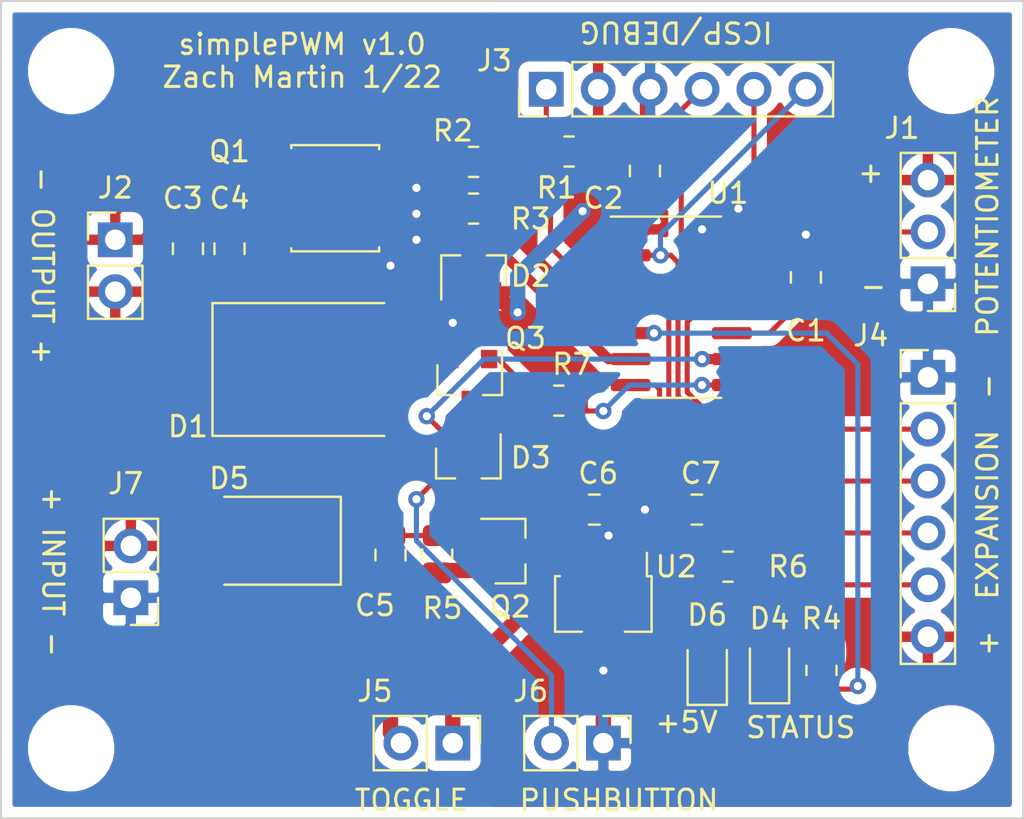
<source format=kicad_pcb>
(kicad_pcb (version 20171130) (host pcbnew "(5.1.7)-1")

  (general
    (thickness 1.6)
    (drawings 16)
    (tracks 172)
    (zones 0)
    (modules 36)
    (nets 25)
  )

  (page A4)
  (layers
    (0 F.Cu signal)
    (31 B.Cu signal)
    (32 B.Adhes user)
    (33 F.Adhes user)
    (34 B.Paste user)
    (35 F.Paste user)
    (36 B.SilkS user)
    (37 F.SilkS user)
    (38 B.Mask user)
    (39 F.Mask user)
    (40 Dwgs.User user)
    (41 Cmts.User user)
    (42 Eco1.User user)
    (43 Eco2.User user)
    (44 Edge.Cuts user)
    (45 Margin user)
    (46 B.CrtYd user)
    (47 F.CrtYd user)
    (48 B.Fab user)
    (49 F.Fab user hide)
  )

  (setup
    (last_trace_width 0.75)
    (user_trace_width 0.5)
    (user_trace_width 0.75)
    (trace_clearance 0.2)
    (zone_clearance 0.508)
    (zone_45_only no)
    (trace_min 0.2)
    (via_size 0.8)
    (via_drill 0.4)
    (via_min_size 0.4)
    (via_min_drill 0.3)
    (uvia_size 0.3)
    (uvia_drill 0.1)
    (uvias_allowed no)
    (uvia_min_size 0.2)
    (uvia_min_drill 0.1)
    (edge_width 0.05)
    (segment_width 0.2)
    (pcb_text_width 0.3)
    (pcb_text_size 1.5 1.5)
    (mod_edge_width 0.12)
    (mod_text_size 1 1)
    (mod_text_width 0.15)
    (pad_size 1.524 1.524)
    (pad_drill 0.762)
    (pad_to_mask_clearance 0)
    (aux_axis_origin 0 0)
    (visible_elements 7FFFFFFF)
    (pcbplotparams
      (layerselection 0x010fc_ffffffff)
      (usegerberextensions false)
      (usegerberattributes true)
      (usegerberadvancedattributes true)
      (creategerberjobfile true)
      (excludeedgelayer true)
      (linewidth 0.100000)
      (plotframeref false)
      (viasonmask false)
      (mode 1)
      (useauxorigin false)
      (hpglpennumber 1)
      (hpglpenspeed 20)
      (hpglpendiameter 15.000000)
      (psnegative false)
      (psa4output false)
      (plotreference true)
      (plotvalue true)
      (plotinvisibletext false)
      (padsonsilk false)
      (subtractmaskfromsilk false)
      (outputformat 1)
      (mirror false)
      (drillshape 1)
      (scaleselection 1)
      (outputdirectory ""))
  )

  (net 0 "")
  (net 1 GND)
  (net 2 "Net-(C1-Pad1)")
  (net 3 +5V)
  (net 4 "Net-(C3-Pad2)")
  (net 5 +12V)
  (net 6 "Net-(C5-Pad2)")
  (net 7 "Net-(C5-Pad1)")
  (net 8 "Net-(C6-Pad1)")
  (net 9 "Net-(D4-Pad2)")
  (net 10 "Net-(D6-Pad2)")
  (net 11 PSW_MON)
  (net 12 AUX3)
  (net 13 "Net-(J3-Pad5)")
  (net 14 "Net-(J3-Pad4)")
  (net 15 "Net-(J3-Pad1)")
  (net 16 AUX1)
  (net 17 AUX2)
  (net 18 AUX4)
  (net 19 "Net-(Q1-Pad4)")
  (net 20 "Net-(Q3-Pad1)")
  (net 21 "Net-(R4-Pad1)")
  (net 22 PWR_ON)
  (net 23 "Net-(D2-Pad3)")
  (net 24 "Net-(D3-Pad3)")

  (net_class Default "This is the default net class."
    (clearance 0.2)
    (trace_width 0.25)
    (via_dia 0.8)
    (via_drill 0.4)
    (uvia_dia 0.3)
    (uvia_drill 0.1)
    (add_net +12V)
    (add_net +5V)
    (add_net AUX1)
    (add_net AUX2)
    (add_net AUX3)
    (add_net AUX4)
    (add_net GND)
    (add_net "Net-(C1-Pad1)")
    (add_net "Net-(C3-Pad2)")
    (add_net "Net-(C5-Pad1)")
    (add_net "Net-(C5-Pad2)")
    (add_net "Net-(C6-Pad1)")
    (add_net "Net-(D2-Pad3)")
    (add_net "Net-(D3-Pad3)")
    (add_net "Net-(D4-Pad2)")
    (add_net "Net-(D6-Pad2)")
    (add_net "Net-(J3-Pad1)")
    (add_net "Net-(J3-Pad4)")
    (add_net "Net-(J3-Pad5)")
    (add_net "Net-(Q1-Pad4)")
    (add_net "Net-(Q3-Pad1)")
    (add_net "Net-(R4-Pad1)")
    (add_net PSW_MON)
    (add_net PWR_ON)
  )

  (module MountingHole:MountingHole_3.2mm_M3 (layer F.Cu) (tedit 56D1B4CB) (tstamp 61E21FBE)
    (at 166.878 80.391)
    (descr "Mounting Hole 3.2mm, no annular, M3")
    (tags "mounting hole 3.2mm no annular m3")
    (path /61E1F008)
    (attr virtual)
    (fp_text reference H4 (at 0 -4.2) (layer F.SilkS) hide
      (effects (font (size 1 1) (thickness 0.15)))
    )
    (fp_text value MountingHole (at 0 4.2) (layer F.Fab)
      (effects (font (size 1 1) (thickness 0.15)))
    )
    (fp_text user %R (at 0.3 0) (layer F.Fab)
      (effects (font (size 1 1) (thickness 0.15)))
    )
    (fp_circle (center 0 0) (end 3.2 0) (layer Cmts.User) (width 0.15))
    (fp_circle (center 0 0) (end 3.45 0) (layer F.CrtYd) (width 0.05))
    (pad 1 np_thru_hole circle (at 0 0) (size 3.2 3.2) (drill 3.2) (layers *.Cu *.Mask))
  )

  (module MountingHole:MountingHole_3.2mm_M3 (layer F.Cu) (tedit 56D1B4CB) (tstamp 61E21FB6)
    (at 123.825 113.538)
    (descr "Mounting Hole 3.2mm, no annular, M3")
    (tags "mounting hole 3.2mm no annular m3")
    (path /61E23A3F)
    (attr virtual)
    (fp_text reference H3 (at 0 -4.2) (layer F.SilkS) hide
      (effects (font (size 1 1) (thickness 0.15)))
    )
    (fp_text value MountingHole (at 0 4.2) (layer F.Fab)
      (effects (font (size 1 1) (thickness 0.15)))
    )
    (fp_text user %R (at 0.3 0) (layer F.Fab)
      (effects (font (size 1 1) (thickness 0.15)))
    )
    (fp_circle (center 0 0) (end 3.2 0) (layer Cmts.User) (width 0.15))
    (fp_circle (center 0 0) (end 3.45 0) (layer F.CrtYd) (width 0.05))
    (pad 1 np_thru_hole circle (at 0 0) (size 3.2 3.2) (drill 3.2) (layers *.Cu *.Mask))
  )

  (module Connector_PinHeader_2.54mm:PinHeader_1x02_P2.54mm_Vertical (layer F.Cu) (tedit 59FED5CC) (tstamp 61D5962C)
    (at 126.746 106.172 180)
    (descr "Through hole straight pin header, 1x02, 2.54mm pitch, single row")
    (tags "Through hole pin header THT 1x02 2.54mm single row")
    (path /6223450D)
    (fp_text reference J7 (at 0.254 5.588) (layer F.SilkS)
      (effects (font (size 1 1) (thickness 0.15)))
    )
    (fp_text value VIN (at 0 4.87) (layer F.Fab)
      (effects (font (size 1 1) (thickness 0.15)))
    )
    (fp_line (start 1.8 -1.8) (end -1.8 -1.8) (layer F.CrtYd) (width 0.05))
    (fp_line (start 1.8 4.35) (end 1.8 -1.8) (layer F.CrtYd) (width 0.05))
    (fp_line (start -1.8 4.35) (end 1.8 4.35) (layer F.CrtYd) (width 0.05))
    (fp_line (start -1.8 -1.8) (end -1.8 4.35) (layer F.CrtYd) (width 0.05))
    (fp_line (start -1.33 -1.33) (end 0 -1.33) (layer F.SilkS) (width 0.12))
    (fp_line (start -1.33 0) (end -1.33 -1.33) (layer F.SilkS) (width 0.12))
    (fp_line (start -1.33 1.27) (end 1.33 1.27) (layer F.SilkS) (width 0.12))
    (fp_line (start 1.33 1.27) (end 1.33 3.87) (layer F.SilkS) (width 0.12))
    (fp_line (start -1.33 1.27) (end -1.33 3.87) (layer F.SilkS) (width 0.12))
    (fp_line (start -1.33 3.87) (end 1.33 3.87) (layer F.SilkS) (width 0.12))
    (fp_line (start -1.27 -0.635) (end -0.635 -1.27) (layer F.Fab) (width 0.1))
    (fp_line (start -1.27 3.81) (end -1.27 -0.635) (layer F.Fab) (width 0.1))
    (fp_line (start 1.27 3.81) (end -1.27 3.81) (layer F.Fab) (width 0.1))
    (fp_line (start 1.27 -1.27) (end 1.27 3.81) (layer F.Fab) (width 0.1))
    (fp_line (start -0.635 -1.27) (end 1.27 -1.27) (layer F.Fab) (width 0.1))
    (fp_text user %R (at 0 1.27 90) (layer F.Fab)
      (effects (font (size 1 1) (thickness 0.15)))
    )
    (pad 2 thru_hole oval (at 0 2.54 180) (size 1.7 1.7) (drill 1) (layers *.Cu *.Mask)
      (net 5 +12V))
    (pad 1 thru_hole rect (at 0 0 180) (size 1.7 1.7) (drill 1) (layers *.Cu *.Mask)
      (net 1 GND))
    (model ${KISYS3DMOD}/Connector_PinHeader_2.54mm.3dshapes/PinHeader_1x02_P2.54mm_Vertical.wrl
      (at (xyz 0 0 0))
      (scale (xyz 1 1 1))
      (rotate (xyz 0 0 0))
    )
  )

  (module MountingHole:MountingHole_3.2mm_M3 (layer F.Cu) (tedit 56D1B4CB) (tstamp 61D58CEF)
    (at 166.878 113.538)
    (descr "Mounting Hole 3.2mm, no annular, M3")
    (tags "mounting hole 3.2mm no annular m3")
    (path /6222553A)
    (attr virtual)
    (fp_text reference H2 (at 0 -4.2) (layer F.SilkS) hide
      (effects (font (size 1 1) (thickness 0.15)))
    )
    (fp_text value MountingHole (at 0 4.2) (layer F.Fab)
      (effects (font (size 1 1) (thickness 0.15)))
    )
    (fp_circle (center 0 0) (end 3.45 0) (layer F.CrtYd) (width 0.05))
    (fp_circle (center 0 0) (end 3.2 0) (layer Cmts.User) (width 0.15))
    (fp_text user %R (at 0.3 0) (layer F.Fab)
      (effects (font (size 1 1) (thickness 0.15)))
    )
    (pad 1 np_thru_hole circle (at 0 0) (size 3.2 3.2) (drill 3.2) (layers *.Cu *.Mask))
  )

  (module MountingHole:MountingHole_3.2mm_M3 (layer F.Cu) (tedit 56D1B4CB) (tstamp 61D589B7)
    (at 123.825 80.391)
    (descr "Mounting Hole 3.2mm, no annular, M3")
    (tags "mounting hole 3.2mm no annular m3")
    (path /62220715)
    (attr virtual)
    (fp_text reference H1 (at 0 -4.2) (layer F.SilkS) hide
      (effects (font (size 1 1) (thickness 0.15)))
    )
    (fp_text value MountingHole (at 0 4.2) (layer F.Fab)
      (effects (font (size 1 1) (thickness 0.15)))
    )
    (fp_circle (center 0 0) (end 3.2 0) (layer Cmts.User) (width 0.15))
    (fp_circle (center 0 0) (end 3.45 0) (layer F.CrtYd) (width 0.05))
    (fp_text user %R (at 0.3 0) (layer F.Fab)
      (effects (font (size 1 1) (thickness 0.15)))
    )
    (pad 1 np_thru_hole circle (at 0 0) (size 3.2 3.2) (drill 3.2) (layers *.Cu *.Mask))
  )

  (module Package_TO_SOT_SMD:SOT-23 (layer F.Cu) (tedit 5A02FF57) (tstamp 61D5708B)
    (at 143.256 99.568 270)
    (descr "SOT-23, Standard")
    (tags SOT-23)
    (path /621B5C4D)
    (attr smd)
    (fp_text reference D3 (at -0.254 -3.048) (layer F.SilkS)
      (effects (font (size 1 1) (thickness 0.15)))
    )
    (fp_text value BAT54C (at 0 2.5 90) (layer F.Fab)
      (effects (font (size 1 1) (thickness 0.15)))
    )
    (fp_line (start 0.76 1.58) (end -0.7 1.58) (layer F.SilkS) (width 0.12))
    (fp_line (start 0.76 -1.58) (end -1.4 -1.58) (layer F.SilkS) (width 0.12))
    (fp_line (start -1.7 1.75) (end -1.7 -1.75) (layer F.CrtYd) (width 0.05))
    (fp_line (start 1.7 1.75) (end -1.7 1.75) (layer F.CrtYd) (width 0.05))
    (fp_line (start 1.7 -1.75) (end 1.7 1.75) (layer F.CrtYd) (width 0.05))
    (fp_line (start -1.7 -1.75) (end 1.7 -1.75) (layer F.CrtYd) (width 0.05))
    (fp_line (start 0.76 -1.58) (end 0.76 -0.65) (layer F.SilkS) (width 0.12))
    (fp_line (start 0.76 1.58) (end 0.76 0.65) (layer F.SilkS) (width 0.12))
    (fp_line (start -0.7 1.52) (end 0.7 1.52) (layer F.Fab) (width 0.1))
    (fp_line (start 0.7 -1.52) (end 0.7 1.52) (layer F.Fab) (width 0.1))
    (fp_line (start -0.7 -0.95) (end -0.15 -1.52) (layer F.Fab) (width 0.1))
    (fp_line (start -0.15 -1.52) (end 0.7 -1.52) (layer F.Fab) (width 0.1))
    (fp_line (start -0.7 -0.95) (end -0.7 1.5) (layer F.Fab) (width 0.1))
    (fp_text user %R (at 0 0) (layer F.Fab)
      (effects (font (size 0.5 0.5) (thickness 0.075)))
    )
    (pad 3 smd rect (at 1 0 270) (size 0.9 0.8) (layers F.Cu F.Paste F.Mask)
      (net 24 "Net-(D3-Pad3)"))
    (pad 2 smd rect (at -1 0.95 270) (size 0.9 0.8) (layers F.Cu F.Paste F.Mask)
      (net 11 PSW_MON))
    (pad 1 smd rect (at -1 -0.95 270) (size 0.9 0.8) (layers F.Cu F.Paste F.Mask)
      (net 6 "Net-(C5-Pad2)"))
    (model ${KISYS3DMOD}/Package_TO_SOT_SMD.3dshapes/SOT-23.wrl
      (at (xyz 0 0 0))
      (scale (xyz 1 1 1))
      (rotate (xyz 0 0 0))
    )
  )

  (module Package_TO_SOT_SMD:SOT-23 (layer F.Cu) (tedit 5A02FF57) (tstamp 61D66F29)
    (at 143.51 90.17 90)
    (descr "SOT-23, Standard")
    (tags SOT-23)
    (path /621729F0)
    (attr smd)
    (fp_text reference D2 (at -0.254 2.794 180) (layer F.SilkS)
      (effects (font (size 1 1) (thickness 0.15)))
    )
    (fp_text value BAT54S (at 0 2.5 90) (layer F.Fab)
      (effects (font (size 1 1) (thickness 0.15)))
    )
    (fp_line (start 0.76 1.58) (end -0.7 1.58) (layer F.SilkS) (width 0.12))
    (fp_line (start 0.76 -1.58) (end -1.4 -1.58) (layer F.SilkS) (width 0.12))
    (fp_line (start -1.7 1.75) (end -1.7 -1.75) (layer F.CrtYd) (width 0.05))
    (fp_line (start 1.7 1.75) (end -1.7 1.75) (layer F.CrtYd) (width 0.05))
    (fp_line (start 1.7 -1.75) (end 1.7 1.75) (layer F.CrtYd) (width 0.05))
    (fp_line (start -1.7 -1.75) (end 1.7 -1.75) (layer F.CrtYd) (width 0.05))
    (fp_line (start 0.76 -1.58) (end 0.76 -0.65) (layer F.SilkS) (width 0.12))
    (fp_line (start 0.76 1.58) (end 0.76 0.65) (layer F.SilkS) (width 0.12))
    (fp_line (start -0.7 1.52) (end 0.7 1.52) (layer F.Fab) (width 0.1))
    (fp_line (start 0.7 -1.52) (end 0.7 1.52) (layer F.Fab) (width 0.1))
    (fp_line (start -0.7 -0.95) (end -0.15 -1.52) (layer F.Fab) (width 0.1))
    (fp_line (start -0.15 -1.52) (end 0.7 -1.52) (layer F.Fab) (width 0.1))
    (fp_line (start -0.7 -0.95) (end -0.7 1.5) (layer F.Fab) (width 0.1))
    (fp_text user %R (at 0 0) (layer F.Fab)
      (effects (font (size 0.5 0.5) (thickness 0.075)))
    )
    (pad 3 smd rect (at 1 0 90) (size 0.9 0.8) (layers F.Cu F.Paste F.Mask)
      (net 23 "Net-(D2-Pad3)"))
    (pad 2 smd rect (at -1 0.95 90) (size 0.9 0.8) (layers F.Cu F.Paste F.Mask)
      (net 3 +5V))
    (pad 1 smd rect (at -1 -0.95 90) (size 0.9 0.8) (layers F.Cu F.Paste F.Mask)
      (net 1 GND))
    (model ${KISYS3DMOD}/Package_TO_SOT_SMD.3dshapes/SOT-23.wrl
      (at (xyz 0 0 0))
      (scale (xyz 1 1 1))
      (rotate (xyz 0 0 0))
    )
  )

  (module Package_TO_SOT_SMD:SOT-89-3 (layer F.Cu) (tedit 5C33D6E8) (tstamp 61D55750)
    (at 149.86 106.172 270)
    (descr "SOT-89-3, http://ww1.microchip.com/downloads/en/DeviceDoc/3L_SOT-89_MB_C04-029C.pdf")
    (tags SOT-89-3)
    (path /61DA6306)
    (attr smd)
    (fp_text reference U2 (at -1.524 -3.556 180) (layer F.SilkS)
      (effects (font (size 1 1) (thickness 0.15)))
    )
    (fp_text value L78L05_SOT89 (at 0.3 3.5 90) (layer F.Fab)
      (effects (font (size 1 1) (thickness 0.15)))
    )
    (fp_line (start -1.06 2.36) (end -1.06 2.13) (layer F.SilkS) (width 0.12))
    (fp_line (start -1.06 -2.36) (end -1.06 -2.13) (layer F.SilkS) (width 0.12))
    (fp_line (start -1.06 -2.36) (end 1.66 -2.36) (layer F.SilkS) (width 0.12))
    (fp_line (start -2.55 2.5) (end -2.55 -2.5) (layer F.CrtYd) (width 0.05))
    (fp_line (start -2.55 2.5) (end 2.55 2.5) (layer F.CrtYd) (width 0.05))
    (fp_line (start 2.55 -2.5) (end -2.55 -2.5) (layer F.CrtYd) (width 0.05))
    (fp_line (start 2.55 -2.5) (end 2.55 2.5) (layer F.CrtYd) (width 0.05))
    (fp_line (start 0.05 -2.25) (end 1.55 -2.25) (layer F.Fab) (width 0.1))
    (fp_line (start -0.95 2.25) (end -0.95 -1.25) (layer F.Fab) (width 0.1))
    (fp_line (start 1.55 2.25) (end -0.95 2.25) (layer F.Fab) (width 0.1))
    (fp_line (start 1.55 -2.25) (end 1.55 2.25) (layer F.Fab) (width 0.1))
    (fp_line (start -0.95 -1.25) (end 0.05 -2.25) (layer F.Fab) (width 0.1))
    (fp_line (start 1.66 -2.36) (end 1.66 -1.05) (layer F.SilkS) (width 0.12))
    (fp_line (start -2.2 -2.13) (end -1.06 -2.13) (layer F.SilkS) (width 0.12))
    (fp_line (start 1.66 2.36) (end -1.06 2.36) (layer F.SilkS) (width 0.12))
    (fp_line (start 1.66 1.05) (end 1.66 2.36) (layer F.SilkS) (width 0.12))
    (fp_text user %R (at 0.5 0) (layer F.Fab)
      (effects (font (size 1 1) (thickness 0.15)))
    )
    (pad 2 smd custom (at -1.5625 0 270) (size 1.475 0.9) (layers F.Cu F.Paste F.Mask)
      (net 1 GND) (zone_connect 2)
      (options (clearance outline) (anchor rect))
      (primitives
        (gr_poly (pts
           (xy 0.7375 -0.8665) (xy 3.8625 -0.8665) (xy 3.8625 0.8665) (xy 0.7375 0.8665)) (width 0))
      ))
    (pad 3 smd rect (at -1.65 1.5 270) (size 1.3 0.9) (layers F.Cu F.Paste F.Mask)
      (net 8 "Net-(C6-Pad1)"))
    (pad 1 smd rect (at -1.65 -1.5 270) (size 1.3 0.9) (layers F.Cu F.Paste F.Mask)
      (net 3 +5V))
    (model ${KISYS3DMOD}/Package_TO_SOT_SMD.3dshapes/SOT-89-3.wrl
      (at (xyz 0 0 0))
      (scale (xyz 1 1 1))
      (rotate (xyz 0 0 0))
    )
  )

  (module Package_SO:SOIC-14_3.9x8.7mm_P1.27mm (layer F.Cu) (tedit 5D9F72B1) (tstamp 61D55738)
    (at 153.67 91.948)
    (descr "SOIC, 14 Pin (JEDEC MS-012AB, https://www.analog.com/media/en/package-pcb-resources/package/pkg_pdf/soic_narrow-r/r_14.pdf), generated with kicad-footprint-generator ipc_gullwing_generator.py")
    (tags "SOIC SO")
    (path /61D527B2)
    (attr smd)
    (fp_text reference U1 (at 2.286 -5.588) (layer F.SilkS)
      (effects (font (size 1 1) (thickness 0.15)))
    )
    (fp_text value PIC16F18324-xSL (at 0 5.28) (layer F.Fab)
      (effects (font (size 1 1) (thickness 0.15)))
    )
    (fp_line (start 3.7 -4.58) (end -3.7 -4.58) (layer F.CrtYd) (width 0.05))
    (fp_line (start 3.7 4.58) (end 3.7 -4.58) (layer F.CrtYd) (width 0.05))
    (fp_line (start -3.7 4.58) (end 3.7 4.58) (layer F.CrtYd) (width 0.05))
    (fp_line (start -3.7 -4.58) (end -3.7 4.58) (layer F.CrtYd) (width 0.05))
    (fp_line (start -1.95 -3.35) (end -0.975 -4.325) (layer F.Fab) (width 0.1))
    (fp_line (start -1.95 4.325) (end -1.95 -3.35) (layer F.Fab) (width 0.1))
    (fp_line (start 1.95 4.325) (end -1.95 4.325) (layer F.Fab) (width 0.1))
    (fp_line (start 1.95 -4.325) (end 1.95 4.325) (layer F.Fab) (width 0.1))
    (fp_line (start -0.975 -4.325) (end 1.95 -4.325) (layer F.Fab) (width 0.1))
    (fp_line (start 0 -4.435) (end -3.45 -4.435) (layer F.SilkS) (width 0.12))
    (fp_line (start 0 -4.435) (end 1.95 -4.435) (layer F.SilkS) (width 0.12))
    (fp_line (start 0 4.435) (end -1.95 4.435) (layer F.SilkS) (width 0.12))
    (fp_line (start 0 4.435) (end 1.95 4.435) (layer F.SilkS) (width 0.12))
    (fp_text user %R (at 0 0) (layer F.Fab)
      (effects (font (size 0.98 0.98) (thickness 0.15)))
    )
    (pad 14 smd roundrect (at 2.475 -3.81) (size 1.95 0.6) (layers F.Cu F.Paste F.Mask) (roundrect_rratio 0.25)
      (net 1 GND))
    (pad 13 smd roundrect (at 2.475 -2.54) (size 1.95 0.6) (layers F.Cu F.Paste F.Mask) (roundrect_rratio 0.25)
      (net 14 "Net-(J3-Pad4)"))
    (pad 12 smd roundrect (at 2.475 -1.27) (size 1.95 0.6) (layers F.Cu F.Paste F.Mask) (roundrect_rratio 0.25)
      (net 13 "Net-(J3-Pad5)"))
    (pad 11 smd roundrect (at 2.475 0) (size 1.95 0.6) (layers F.Cu F.Paste F.Mask) (roundrect_rratio 0.25)
      (net 16 AUX1))
    (pad 10 smd roundrect (at 2.475 1.27) (size 1.95 0.6) (layers F.Cu F.Paste F.Mask) (roundrect_rratio 0.25)
      (net 2 "Net-(C1-Pad1)"))
    (pad 9 smd roundrect (at 2.475 2.54) (size 1.95 0.6) (layers F.Cu F.Paste F.Mask) (roundrect_rratio 0.25)
      (net 11 PSW_MON))
    (pad 8 smd roundrect (at 2.475 3.81) (size 1.95 0.6) (layers F.Cu F.Paste F.Mask) (roundrect_rratio 0.25)
      (net 22 PWR_ON))
    (pad 7 smd roundrect (at -2.475 3.81) (size 1.95 0.6) (layers F.Cu F.Paste F.Mask) (roundrect_rratio 0.25)
      (net 18 AUX4))
    (pad 6 smd roundrect (at -2.475 2.54) (size 1.95 0.6) (layers F.Cu F.Paste F.Mask) (roundrect_rratio 0.25)
      (net 23 "Net-(D2-Pad3)"))
    (pad 5 smd roundrect (at -2.475 1.27) (size 1.95 0.6) (layers F.Cu F.Paste F.Mask) (roundrect_rratio 0.25)
      (net 21 "Net-(R4-Pad1)"))
    (pad 4 smd roundrect (at -2.475 0) (size 1.95 0.6) (layers F.Cu F.Paste F.Mask) (roundrect_rratio 0.25)
      (net 15 "Net-(J3-Pad1)"))
    (pad 3 smd roundrect (at -2.475 -1.27) (size 1.95 0.6) (layers F.Cu F.Paste F.Mask) (roundrect_rratio 0.25)
      (net 12 AUX3))
    (pad 2 smd roundrect (at -2.475 -2.54) (size 1.95 0.6) (layers F.Cu F.Paste F.Mask) (roundrect_rratio 0.25)
      (net 17 AUX2))
    (pad 1 smd roundrect (at -2.475 -3.81) (size 1.95 0.6) (layers F.Cu F.Paste F.Mask) (roundrect_rratio 0.25)
      (net 3 +5V))
    (model ${KISYS3DMOD}/Package_SO.3dshapes/SOIC-14_3.9x8.7mm_P1.27mm.wrl
      (at (xyz 0 0 0))
      (scale (xyz 1 1 1))
      (rotate (xyz 0 0 0))
    )
  )

  (module Resistor_SMD:R_0805_2012Metric (layer F.Cu) (tedit 5F68FEEE) (tstamp 61D55718)
    (at 147.6775 96.52 180)
    (descr "Resistor SMD 0805 (2012 Metric), square (rectangular) end terminal, IPC_7351 nominal, (Body size source: IPC-SM-782 page 72, https://www.pcb-3d.com/wordpress/wp-content/uploads/ipc-sm-782a_amendment_1_and_2.pdf), generated with kicad-footprint-generator")
    (tags resistor)
    (path /61E9298E)
    (attr smd)
    (fp_text reference R7 (at -0.6585 1.778) (layer F.SilkS)
      (effects (font (size 1 1) (thickness 0.15)))
    )
    (fp_text value 1k (at 0 1.65) (layer F.Fab)
      (effects (font (size 1 1) (thickness 0.15)))
    )
    (fp_line (start 1.68 0.95) (end -1.68 0.95) (layer F.CrtYd) (width 0.05))
    (fp_line (start 1.68 -0.95) (end 1.68 0.95) (layer F.CrtYd) (width 0.05))
    (fp_line (start -1.68 -0.95) (end 1.68 -0.95) (layer F.CrtYd) (width 0.05))
    (fp_line (start -1.68 0.95) (end -1.68 -0.95) (layer F.CrtYd) (width 0.05))
    (fp_line (start -0.227064 0.735) (end 0.227064 0.735) (layer F.SilkS) (width 0.12))
    (fp_line (start -0.227064 -0.735) (end 0.227064 -0.735) (layer F.SilkS) (width 0.12))
    (fp_line (start 1 0.625) (end -1 0.625) (layer F.Fab) (width 0.1))
    (fp_line (start 1 -0.625) (end 1 0.625) (layer F.Fab) (width 0.1))
    (fp_line (start -1 -0.625) (end 1 -0.625) (layer F.Fab) (width 0.1))
    (fp_line (start -1 0.625) (end -1 -0.625) (layer F.Fab) (width 0.1))
    (fp_text user %R (at 0 0) (layer F.Fab)
      (effects (font (size 0.5 0.5) (thickness 0.08)))
    )
    (pad 2 smd roundrect (at 0.9125 0 180) (size 1.025 1.4) (layers F.Cu F.Paste F.Mask) (roundrect_rratio 0.243902)
      (net 20 "Net-(Q3-Pad1)"))
    (pad 1 smd roundrect (at -0.9125 0 180) (size 1.025 1.4) (layers F.Cu F.Paste F.Mask) (roundrect_rratio 0.243902)
      (net 22 PWR_ON))
    (model ${KISYS3DMOD}/Resistor_SMD.3dshapes/R_0805_2012Metric.wrl
      (at (xyz 0 0 0))
      (scale (xyz 1 1 1))
      (rotate (xyz 0 0 0))
    )
  )

  (module Resistor_SMD:R_0805_2012Metric (layer F.Cu) (tedit 5F68FEEE) (tstamp 61D68F87)
    (at 155.956 104.648)
    (descr "Resistor SMD 0805 (2012 Metric), square (rectangular) end terminal, IPC_7351 nominal, (Body size source: IPC-SM-782 page 72, https://www.pcb-3d.com/wordpress/wp-content/uploads/ipc-sm-782a_amendment_1_and_2.pdf), generated with kicad-footprint-generator")
    (tags resistor)
    (path /61DCCBC5)
    (attr smd)
    (fp_text reference R6 (at 2.9445 0) (layer F.SilkS)
      (effects (font (size 1 1) (thickness 0.15)))
    )
    (fp_text value 1k (at 0 1.65) (layer F.Fab)
      (effects (font (size 1 1) (thickness 0.15)))
    )
    (fp_line (start 1.68 0.95) (end -1.68 0.95) (layer F.CrtYd) (width 0.05))
    (fp_line (start 1.68 -0.95) (end 1.68 0.95) (layer F.CrtYd) (width 0.05))
    (fp_line (start -1.68 -0.95) (end 1.68 -0.95) (layer F.CrtYd) (width 0.05))
    (fp_line (start -1.68 0.95) (end -1.68 -0.95) (layer F.CrtYd) (width 0.05))
    (fp_line (start -0.227064 0.735) (end 0.227064 0.735) (layer F.SilkS) (width 0.12))
    (fp_line (start -0.227064 -0.735) (end 0.227064 -0.735) (layer F.SilkS) (width 0.12))
    (fp_line (start 1 0.625) (end -1 0.625) (layer F.Fab) (width 0.1))
    (fp_line (start 1 -0.625) (end 1 0.625) (layer F.Fab) (width 0.1))
    (fp_line (start -1 -0.625) (end 1 -0.625) (layer F.Fab) (width 0.1))
    (fp_line (start -1 0.625) (end -1 -0.625) (layer F.Fab) (width 0.1))
    (fp_text user %R (at 0 0) (layer F.Fab)
      (effects (font (size 0.5 0.5) (thickness 0.08)))
    )
    (pad 2 smd roundrect (at 0.9125 0) (size 1.025 1.4) (layers F.Cu F.Paste F.Mask) (roundrect_rratio 0.243902)
      (net 10 "Net-(D6-Pad2)"))
    (pad 1 smd roundrect (at -0.9125 0) (size 1.025 1.4) (layers F.Cu F.Paste F.Mask) (roundrect_rratio 0.243902)
      (net 3 +5V))
    (model ${KISYS3DMOD}/Resistor_SMD.3dshapes/R_0805_2012Metric.wrl
      (at (xyz 0 0 0))
      (scale (xyz 1 1 1))
      (rotate (xyz 0 0 0))
    )
  )

  (module Resistor_SMD:R_0805_2012Metric (layer F.Cu) (tedit 5F68FEEE) (tstamp 61D556F6)
    (at 141.732 104.0365 90)
    (descr "Resistor SMD 0805 (2012 Metric), square (rectangular) end terminal, IPC_7351 nominal, (Body size source: IPC-SM-782 page 72, https://www.pcb-3d.com/wordpress/wp-content/uploads/ipc-sm-782a_amendment_1_and_2.pdf), generated with kicad-footprint-generator")
    (tags resistor)
    (path /61E73017)
    (attr smd)
    (fp_text reference R5 (at -2.6435 0.254 180) (layer F.SilkS)
      (effects (font (size 1 1) (thickness 0.15)))
    )
    (fp_text value 10k (at 0 1.65 90) (layer F.Fab)
      (effects (font (size 1 1) (thickness 0.15)))
    )
    (fp_line (start 1.68 0.95) (end -1.68 0.95) (layer F.CrtYd) (width 0.05))
    (fp_line (start 1.68 -0.95) (end 1.68 0.95) (layer F.CrtYd) (width 0.05))
    (fp_line (start -1.68 -0.95) (end 1.68 -0.95) (layer F.CrtYd) (width 0.05))
    (fp_line (start -1.68 0.95) (end -1.68 -0.95) (layer F.CrtYd) (width 0.05))
    (fp_line (start -0.227064 0.735) (end 0.227064 0.735) (layer F.SilkS) (width 0.12))
    (fp_line (start -0.227064 -0.735) (end 0.227064 -0.735) (layer F.SilkS) (width 0.12))
    (fp_line (start 1 0.625) (end -1 0.625) (layer F.Fab) (width 0.1))
    (fp_line (start 1 -0.625) (end 1 0.625) (layer F.Fab) (width 0.1))
    (fp_line (start -1 -0.625) (end 1 -0.625) (layer F.Fab) (width 0.1))
    (fp_line (start -1 0.625) (end -1 -0.625) (layer F.Fab) (width 0.1))
    (fp_text user %R (at 0 0 90) (layer F.Fab)
      (effects (font (size 0.5 0.5) (thickness 0.08)))
    )
    (pad 2 smd roundrect (at 0.9125 0 90) (size 1.025 1.4) (layers F.Cu F.Paste F.Mask) (roundrect_rratio 0.243902)
      (net 6 "Net-(C5-Pad2)"))
    (pad 1 smd roundrect (at -0.9125 0 90) (size 1.025 1.4) (layers F.Cu F.Paste F.Mask) (roundrect_rratio 0.243902)
      (net 7 "Net-(C5-Pad1)"))
    (model ${KISYS3DMOD}/Resistor_SMD.3dshapes/R_0805_2012Metric.wrl
      (at (xyz 0 0 0))
      (scale (xyz 1 1 1))
      (rotate (xyz 0 0 0))
    )
  )

  (module Resistor_SMD:R_0805_2012Metric (layer F.Cu) (tedit 5F68FEEE) (tstamp 61D556E5)
    (at 160.528 109.728 90)
    (descr "Resistor SMD 0805 (2012 Metric), square (rectangular) end terminal, IPC_7351 nominal, (Body size source: IPC-SM-782 page 72, https://www.pcb-3d.com/wordpress/wp-content/uploads/ipc-sm-782a_amendment_1_and_2.pdf), generated with kicad-footprint-generator")
    (tags resistor)
    (path /61DE06DA)
    (attr smd)
    (fp_text reference R4 (at 2.54 0 180) (layer F.SilkS)
      (effects (font (size 1 1) (thickness 0.15)))
    )
    (fp_text value 1k (at 0 1.65 90) (layer F.Fab)
      (effects (font (size 1 1) (thickness 0.15)))
    )
    (fp_line (start 1.68 0.95) (end -1.68 0.95) (layer F.CrtYd) (width 0.05))
    (fp_line (start 1.68 -0.95) (end 1.68 0.95) (layer F.CrtYd) (width 0.05))
    (fp_line (start -1.68 -0.95) (end 1.68 -0.95) (layer F.CrtYd) (width 0.05))
    (fp_line (start -1.68 0.95) (end -1.68 -0.95) (layer F.CrtYd) (width 0.05))
    (fp_line (start -0.227064 0.735) (end 0.227064 0.735) (layer F.SilkS) (width 0.12))
    (fp_line (start -0.227064 -0.735) (end 0.227064 -0.735) (layer F.SilkS) (width 0.12))
    (fp_line (start 1 0.625) (end -1 0.625) (layer F.Fab) (width 0.1))
    (fp_line (start 1 -0.625) (end 1 0.625) (layer F.Fab) (width 0.1))
    (fp_line (start -1 -0.625) (end 1 -0.625) (layer F.Fab) (width 0.1))
    (fp_line (start -1 0.625) (end -1 -0.625) (layer F.Fab) (width 0.1))
    (fp_text user %R (at 0 0 90) (layer F.Fab)
      (effects (font (size 0.5 0.5) (thickness 0.08)))
    )
    (pad 2 smd roundrect (at 0.9125 0 90) (size 1.025 1.4) (layers F.Cu F.Paste F.Mask) (roundrect_rratio 0.243902)
      (net 9 "Net-(D4-Pad2)"))
    (pad 1 smd roundrect (at -0.9125 0 90) (size 1.025 1.4) (layers F.Cu F.Paste F.Mask) (roundrect_rratio 0.243902)
      (net 21 "Net-(R4-Pad1)"))
    (model ${KISYS3DMOD}/Resistor_SMD.3dshapes/R_0805_2012Metric.wrl
      (at (xyz 0 0 0))
      (scale (xyz 1 1 1))
      (rotate (xyz 0 0 0))
    )
  )

  (module Resistor_SMD:R_0805_2012Metric (layer F.Cu) (tedit 5F68FEEE) (tstamp 61D556D4)
    (at 143.51 87.122)
    (descr "Resistor SMD 0805 (2012 Metric), square (rectangular) end terminal, IPC_7351 nominal, (Body size source: IPC-SM-782 page 72, https://www.pcb-3d.com/wordpress/wp-content/uploads/ipc-sm-782a_amendment_1_and_2.pdf), generated with kicad-footprint-generator")
    (tags resistor)
    (path /61D767BE)
    (attr smd)
    (fp_text reference R3 (at 2.794 0.508) (layer F.SilkS)
      (effects (font (size 1 1) (thickness 0.15)))
    )
    (fp_text value 100k (at 0 1.65) (layer F.Fab)
      (effects (font (size 1 1) (thickness 0.15)))
    )
    (fp_line (start 1.68 0.95) (end -1.68 0.95) (layer F.CrtYd) (width 0.05))
    (fp_line (start 1.68 -0.95) (end 1.68 0.95) (layer F.CrtYd) (width 0.05))
    (fp_line (start -1.68 -0.95) (end 1.68 -0.95) (layer F.CrtYd) (width 0.05))
    (fp_line (start -1.68 0.95) (end -1.68 -0.95) (layer F.CrtYd) (width 0.05))
    (fp_line (start -0.227064 0.735) (end 0.227064 0.735) (layer F.SilkS) (width 0.12))
    (fp_line (start -0.227064 -0.735) (end 0.227064 -0.735) (layer F.SilkS) (width 0.12))
    (fp_line (start 1 0.625) (end -1 0.625) (layer F.Fab) (width 0.1))
    (fp_line (start 1 -0.625) (end 1 0.625) (layer F.Fab) (width 0.1))
    (fp_line (start -1 -0.625) (end 1 -0.625) (layer F.Fab) (width 0.1))
    (fp_line (start -1 0.625) (end -1 -0.625) (layer F.Fab) (width 0.1))
    (fp_text user %R (at 0 0) (layer F.Fab)
      (effects (font (size 0.5 0.5) (thickness 0.08)))
    )
    (pad 2 smd roundrect (at 0.9125 0) (size 1.025 1.4) (layers F.Cu F.Paste F.Mask) (roundrect_rratio 0.243902)
      (net 23 "Net-(D2-Pad3)"))
    (pad 1 smd roundrect (at -0.9125 0) (size 1.025 1.4) (layers F.Cu F.Paste F.Mask) (roundrect_rratio 0.243902)
      (net 1 GND))
    (model ${KISYS3DMOD}/Resistor_SMD.3dshapes/R_0805_2012Metric.wrl
      (at (xyz 0 0 0))
      (scale (xyz 1 1 1))
      (rotate (xyz 0 0 0))
    )
  )

  (module Resistor_SMD:R_0805_2012Metric (layer F.Cu) (tedit 5F68FEEE) (tstamp 61D556C3)
    (at 143.51 84.836 180)
    (descr "Resistor SMD 0805 (2012 Metric), square (rectangular) end terminal, IPC_7351 nominal, (Body size source: IPC-SM-782 page 72, https://www.pcb-3d.com/wordpress/wp-content/uploads/ipc-sm-782a_amendment_1_and_2.pdf), generated with kicad-footprint-generator")
    (tags resistor)
    (path /61D74619)
    (attr smd)
    (fp_text reference R2 (at 1.016 1.524) (layer F.SilkS)
      (effects (font (size 1 1) (thickness 0.15)))
    )
    (fp_text value 0R (at 0 1.65) (layer F.Fab)
      (effects (font (size 1 1) (thickness 0.15)))
    )
    (fp_line (start 1.68 0.95) (end -1.68 0.95) (layer F.CrtYd) (width 0.05))
    (fp_line (start 1.68 -0.95) (end 1.68 0.95) (layer F.CrtYd) (width 0.05))
    (fp_line (start -1.68 -0.95) (end 1.68 -0.95) (layer F.CrtYd) (width 0.05))
    (fp_line (start -1.68 0.95) (end -1.68 -0.95) (layer F.CrtYd) (width 0.05))
    (fp_line (start -0.227064 0.735) (end 0.227064 0.735) (layer F.SilkS) (width 0.12))
    (fp_line (start -0.227064 -0.735) (end 0.227064 -0.735) (layer F.SilkS) (width 0.12))
    (fp_line (start 1 0.625) (end -1 0.625) (layer F.Fab) (width 0.1))
    (fp_line (start 1 -0.625) (end 1 0.625) (layer F.Fab) (width 0.1))
    (fp_line (start -1 -0.625) (end 1 -0.625) (layer F.Fab) (width 0.1))
    (fp_line (start -1 0.625) (end -1 -0.625) (layer F.Fab) (width 0.1))
    (fp_text user %R (at 0 0) (layer F.Fab)
      (effects (font (size 0.5 0.5) (thickness 0.08)))
    )
    (pad 2 smd roundrect (at 0.9125 0 180) (size 1.025 1.4) (layers F.Cu F.Paste F.Mask) (roundrect_rratio 0.243902)
      (net 19 "Net-(Q1-Pad4)"))
    (pad 1 smd roundrect (at -0.9125 0 180) (size 1.025 1.4) (layers F.Cu F.Paste F.Mask) (roundrect_rratio 0.243902)
      (net 23 "Net-(D2-Pad3)"))
    (model ${KISYS3DMOD}/Resistor_SMD.3dshapes/R_0805_2012Metric.wrl
      (at (xyz 0 0 0))
      (scale (xyz 1 1 1))
      (rotate (xyz 0 0 0))
    )
  )

  (module Resistor_SMD:R_0805_2012Metric (layer F.Cu) (tedit 5F68FEEE) (tstamp 61D556B2)
    (at 148.1855 84.328 180)
    (descr "Resistor SMD 0805 (2012 Metric), square (rectangular) end terminal, IPC_7351 nominal, (Body size source: IPC-SM-782 page 72, https://www.pcb-3d.com/wordpress/wp-content/uploads/ipc-sm-782a_amendment_1_and_2.pdf), generated with kicad-footprint-generator")
    (tags resistor)
    (path /61D59A12)
    (attr smd)
    (fp_text reference R1 (at 0.6115 -1.778) (layer F.SilkS)
      (effects (font (size 1 1) (thickness 0.15)))
    )
    (fp_text value 10k (at 0 1.65) (layer F.Fab)
      (effects (font (size 1 1) (thickness 0.15)))
    )
    (fp_line (start 1.68 0.95) (end -1.68 0.95) (layer F.CrtYd) (width 0.05))
    (fp_line (start 1.68 -0.95) (end 1.68 0.95) (layer F.CrtYd) (width 0.05))
    (fp_line (start -1.68 -0.95) (end 1.68 -0.95) (layer F.CrtYd) (width 0.05))
    (fp_line (start -1.68 0.95) (end -1.68 -0.95) (layer F.CrtYd) (width 0.05))
    (fp_line (start -0.227064 0.735) (end 0.227064 0.735) (layer F.SilkS) (width 0.12))
    (fp_line (start -0.227064 -0.735) (end 0.227064 -0.735) (layer F.SilkS) (width 0.12))
    (fp_line (start 1 0.625) (end -1 0.625) (layer F.Fab) (width 0.1))
    (fp_line (start 1 -0.625) (end 1 0.625) (layer F.Fab) (width 0.1))
    (fp_line (start -1 -0.625) (end 1 -0.625) (layer F.Fab) (width 0.1))
    (fp_line (start -1 0.625) (end -1 -0.625) (layer F.Fab) (width 0.1))
    (fp_text user %R (at 0 0) (layer F.Fab)
      (effects (font (size 0.5 0.5) (thickness 0.08)))
    )
    (pad 2 smd roundrect (at 0.9125 0 180) (size 1.025 1.4) (layers F.Cu F.Paste F.Mask) (roundrect_rratio 0.243902)
      (net 15 "Net-(J3-Pad1)"))
    (pad 1 smd roundrect (at -0.9125 0 180) (size 1.025 1.4) (layers F.Cu F.Paste F.Mask) (roundrect_rratio 0.243902)
      (net 3 +5V))
    (model ${KISYS3DMOD}/Resistor_SMD.3dshapes/R_0805_2012Metric.wrl
      (at (xyz 0 0 0))
      (scale (xyz 1 1 1))
      (rotate (xyz 0 0 0))
    )
  )

  (module Package_TO_SOT_SMD:SOT-23 (layer F.Cu) (tedit 5A02FF57) (tstamp 61D556A1)
    (at 143.322 95.488 270)
    (descr "SOT-23, Standard")
    (tags SOT-23)
    (path /61E7B0F4)
    (attr smd)
    (fp_text reference Q3 (at -2.016 -2.728 180) (layer F.SilkS)
      (effects (font (size 1 1) (thickness 0.15)))
    )
    (fp_text value MMBT4401 (at 0 2.5 90) (layer F.Fab)
      (effects (font (size 1 1) (thickness 0.15)))
    )
    (fp_line (start 0.76 1.58) (end -0.7 1.58) (layer F.SilkS) (width 0.12))
    (fp_line (start 0.76 -1.58) (end -1.4 -1.58) (layer F.SilkS) (width 0.12))
    (fp_line (start -1.7 1.75) (end -1.7 -1.75) (layer F.CrtYd) (width 0.05))
    (fp_line (start 1.7 1.75) (end -1.7 1.75) (layer F.CrtYd) (width 0.05))
    (fp_line (start 1.7 -1.75) (end 1.7 1.75) (layer F.CrtYd) (width 0.05))
    (fp_line (start -1.7 -1.75) (end 1.7 -1.75) (layer F.CrtYd) (width 0.05))
    (fp_line (start 0.76 -1.58) (end 0.76 -0.65) (layer F.SilkS) (width 0.12))
    (fp_line (start 0.76 1.58) (end 0.76 0.65) (layer F.SilkS) (width 0.12))
    (fp_line (start -0.7 1.52) (end 0.7 1.52) (layer F.Fab) (width 0.1))
    (fp_line (start 0.7 -1.52) (end 0.7 1.52) (layer F.Fab) (width 0.1))
    (fp_line (start -0.7 -0.95) (end -0.15 -1.52) (layer F.Fab) (width 0.1))
    (fp_line (start -0.15 -1.52) (end 0.7 -1.52) (layer F.Fab) (width 0.1))
    (fp_line (start -0.7 -0.95) (end -0.7 1.5) (layer F.Fab) (width 0.1))
    (fp_text user %R (at 0 0) (layer F.Fab)
      (effects (font (size 0.5 0.5) (thickness 0.075)))
    )
    (pad 3 smd rect (at 1 0 270) (size 0.9 0.8) (layers F.Cu F.Paste F.Mask)
      (net 6 "Net-(C5-Pad2)"))
    (pad 2 smd rect (at -1 0.95 270) (size 0.9 0.8) (layers F.Cu F.Paste F.Mask)
      (net 1 GND))
    (pad 1 smd rect (at -1 -0.95 270) (size 0.9 0.8) (layers F.Cu F.Paste F.Mask)
      (net 20 "Net-(Q3-Pad1)"))
    (model ${KISYS3DMOD}/Package_TO_SOT_SMD.3dshapes/SOT-23.wrl
      (at (xyz 0 0 0))
      (scale (xyz 1 1 1))
      (rotate (xyz 0 0 0))
    )
  )

  (module Package_TO_SOT_SMD:SOT-23 (layer F.Cu) (tedit 5A02FF57) (tstamp 61D5568C)
    (at 145.288 103.886)
    (descr "SOT-23, Standard")
    (tags SOT-23)
    (path /61E543C9)
    (attr smd)
    (fp_text reference Q2 (at 0.016 2.728) (layer F.SilkS)
      (effects (font (size 1 1) (thickness 0.15)))
    )
    (fp_text value AO3401A (at 0 2.5) (layer F.Fab)
      (effects (font (size 1 1) (thickness 0.15)))
    )
    (fp_line (start 0.76 1.58) (end -0.7 1.58) (layer F.SilkS) (width 0.12))
    (fp_line (start 0.76 -1.58) (end -1.4 -1.58) (layer F.SilkS) (width 0.12))
    (fp_line (start -1.7 1.75) (end -1.7 -1.75) (layer F.CrtYd) (width 0.05))
    (fp_line (start 1.7 1.75) (end -1.7 1.75) (layer F.CrtYd) (width 0.05))
    (fp_line (start 1.7 -1.75) (end 1.7 1.75) (layer F.CrtYd) (width 0.05))
    (fp_line (start -1.7 -1.75) (end 1.7 -1.75) (layer F.CrtYd) (width 0.05))
    (fp_line (start 0.76 -1.58) (end 0.76 -0.65) (layer F.SilkS) (width 0.12))
    (fp_line (start 0.76 1.58) (end 0.76 0.65) (layer F.SilkS) (width 0.12))
    (fp_line (start -0.7 1.52) (end 0.7 1.52) (layer F.Fab) (width 0.1))
    (fp_line (start 0.7 -1.52) (end 0.7 1.52) (layer F.Fab) (width 0.1))
    (fp_line (start -0.7 -0.95) (end -0.15 -1.52) (layer F.Fab) (width 0.1))
    (fp_line (start -0.15 -1.52) (end 0.7 -1.52) (layer F.Fab) (width 0.1))
    (fp_line (start -0.7 -0.95) (end -0.7 1.5) (layer F.Fab) (width 0.1))
    (fp_text user %R (at 0 0 90) (layer F.Fab)
      (effects (font (size 0.5 0.5) (thickness 0.075)))
    )
    (pad 3 smd rect (at 1 0) (size 0.9 0.8) (layers F.Cu F.Paste F.Mask)
      (net 8 "Net-(C6-Pad1)"))
    (pad 2 smd rect (at -1 0.95) (size 0.9 0.8) (layers F.Cu F.Paste F.Mask)
      (net 7 "Net-(C5-Pad1)"))
    (pad 1 smd rect (at -1 -0.95) (size 0.9 0.8) (layers F.Cu F.Paste F.Mask)
      (net 6 "Net-(C5-Pad2)"))
    (model ${KISYS3DMOD}/Package_TO_SOT_SMD.3dshapes/SOT-23.wrl
      (at (xyz 0 0 0))
      (scale (xyz 1 1 1))
      (rotate (xyz 0 0 0))
    )
  )

  (module Package_TO_SOT_SMD:LFPAK56 (layer F.Cu) (tedit 5BA2E0B1) (tstamp 61D55677)
    (at 136.579 86.614 180)
    (descr "LFPAK56 https://assets.nexperia.com/documents/outline-drawing/SOT669.pdf")
    (tags "LFPAK56 SOT-669 Power-SO8")
    (path /61D51347)
    (solder_mask_margin 0.075)
    (solder_paste_margin -0.05)
    (attr smd)
    (fp_text reference Q1 (at 5.007 2.286) (layer F.SilkS)
      (effects (font (size 1 1) (thickness 0.15)))
    )
    (fp_text value PSMN7R5-30YLD (at -0.245 3.52) (layer F.Fab)
      (effects (font (size 1 1) (thickness 0.15)))
    )
    (fp_line (start -3.67 2.75) (end -3.67 -2.75) (layer F.CrtYd) (width 0.05))
    (fp_line (start -3.67 2.75) (end 3.67 2.75) (layer F.CrtYd) (width 0.05))
    (fp_line (start 3.67 -2.75) (end -3.67 -2.75) (layer F.CrtYd) (width 0.05))
    (fp_line (start 3.67 -2.75) (end 3.67 2.75) (layer F.CrtYd) (width 0.05))
    (fp_line (start 1.885 2.5) (end 1.885 -2.5) (layer F.Fab) (width 0.1))
    (fp_line (start -2.215 2.5) (end 1.885 2.5) (layer F.Fab) (width 0.1))
    (fp_line (start -2.215 -2.5) (end -2.215 2.5) (layer F.Fab) (width 0.1))
    (fp_line (start 1.885 -2.5) (end -2.215 -2.5) (layer F.Fab) (width 0.1))
    (fp_line (start 3.185 -2.2) (end 1.885 -2.2) (layer F.Fab) (width 0.1))
    (fp_line (start 3.185 2.2) (end 1.885 2.2) (layer F.Fab) (width 0.1))
    (fp_line (start 3.185 -2.2) (end 3.185 2.2) (layer F.Fab) (width 0.1))
    (fp_line (start -3.215 -1.65) (end -2.215 -1.65) (layer F.Fab) (width 0.1))
    (fp_line (start -3.215 -2.15) (end -2.215 -2.15) (layer F.Fab) (width 0.1))
    (fp_line (start -3.215 -2.15) (end -3.215 -1.65) (layer F.Fab) (width 0.1))
    (fp_line (start -3.215 -0.4) (end -2.215 -0.4) (layer F.Fab) (width 0.1))
    (fp_line (start -3.215 -0.85) (end -3.215 -0.4) (layer F.Fab) (width 0.1))
    (fp_line (start -2.215 -0.85) (end -3.215 -0.85) (layer F.Fab) (width 0.1))
    (fp_line (start -3.215 0.85) (end -2.215 0.85) (layer F.Fab) (width 0.1))
    (fp_line (start -3.215 0.4) (end -3.215 0.85) (layer F.Fab) (width 0.1))
    (fp_line (start -2.215 0.4) (end -3.215 0.4) (layer F.Fab) (width 0.1))
    (fp_line (start -3.215 2.15) (end -2.215 2.15) (layer F.Fab) (width 0.1))
    (fp_line (start -3.215 1.7) (end -3.215 2.15) (layer F.Fab) (width 0.1))
    (fp_line (start -2.215 1.7) (end -3.215 1.7) (layer F.Fab) (width 0.1))
    (fp_line (start -2.315 -2.6) (end -2.315 -2.4) (layer F.SilkS) (width 0.12))
    (fp_line (start 1.985 -2.6) (end -2.315 -2.6) (layer F.SilkS) (width 0.12))
    (fp_line (start 1.985 -2.45) (end 1.985 -2.6) (layer F.SilkS) (width 0.12))
    (fp_line (start 1.985 2.6) (end 1.985 2.45) (layer F.SilkS) (width 0.12))
    (fp_line (start -2.315 2.6) (end 1.985 2.6) (layer F.SilkS) (width 0.12))
    (fp_line (start -2.315 2.4) (end -2.315 2.6) (layer F.SilkS) (width 0.12))
    (fp_text user %R (at 0 0 90) (layer F.Fab)
      (effects (font (size 1 1) (thickness 0.15)))
    )
    (pad 5 smd custom (at 0.435 0 180) (size 3.3 4.2) (layers F.Cu F.Mask)
      (net 4 "Net-(C3-Pad2)") (solder_mask_margin 0.07) (zone_connect 2)
      (options (clearance outline) (anchor rect))
      (primitives
        (gr_poly (pts
           (xy 1.425 -2.35) (xy 2.975 -2.35) (xy 2.975 2.35) (xy 1.425 2.35)) (width 0))
      ))
    (pad "" smd rect (at 0.185 0 180) (size 0.6 0.9) (layers F.Paste))
    (pad "" smd rect (at 2.885 0.6 90) (size 0.6 0.9) (layers F.Paste))
    (pad 4 smd rect (at -2.835 1.91 90) (size 0.7 1.15) (layers F.Cu F.Paste F.Mask)
      (net 19 "Net-(Q1-Pad4)") (solder_mask_margin 0.07) (solder_paste_margin -0.05))
    (pad 3 smd rect (at -2.835 0.64 90) (size 0.7 1.15) (layers F.Cu F.Paste F.Mask)
      (net 1 GND) (solder_mask_margin 0.07) (solder_paste_margin -0.05))
    (pad 1 smd rect (at -2.835 -1.91 90) (size 0.7 1.15) (layers F.Cu F.Paste F.Mask)
      (net 1 GND) (solder_mask_margin 0.07) (solder_paste_margin -0.05))
    (pad 2 smd rect (at -2.835 -0.64 90) (size 0.7 1.15) (layers F.Cu F.Paste F.Mask)
      (net 1 GND) (solder_mask_margin 0.07) (solder_paste_margin -0.05))
    (pad "" smd rect (at 2.885 -0.6 90) (size 0.6 0.9) (layers F.Paste))
    (pad "" smd rect (at 2.885 1.88 90) (size 0.6 0.9) (layers F.Paste))
    (pad "" smd rect (at 2.885 -1.88 90) (size 0.6 0.9) (layers F.Paste))
    (pad "" smd rect (at -0.665 0 180) (size 0.6 0.9) (layers F.Paste))
    (pad "" smd rect (at 1.035 0 180) (size 0.6 0.9) (layers F.Paste))
    (pad "" smd rect (at 1.035 1.15 180) (size 0.6 0.9) (layers F.Paste))
    (pad "" smd rect (at -0.665 1.15 180) (size 0.6 0.9) (layers F.Paste))
    (pad "" smd rect (at 0.185 1.15 180) (size 0.6 0.9) (layers F.Paste))
    (pad "" smd rect (at 1.035 -1.15 180) (size 0.6 0.9) (layers F.Paste))
    (pad "" smd rect (at -0.665 -1.15 180) (size 0.6 0.9) (layers F.Paste))
    (pad "" smd rect (at 0.185 -1.15 180) (size 0.6 0.9) (layers F.Paste))
    (model ${KISYS3DMOD}/Package_TO_SOT_SMD.3dshapes/LFPAK56.wrl
      (at (xyz 0 0 0))
      (scale (xyz 1 1 1))
      (rotate (xyz 0 0 0))
    )
  )

  (module Connector_PinHeader_2.54mm:PinHeader_1x02_P2.54mm_Vertical (layer F.Cu) (tedit 59FED5CC) (tstamp 61D55643)
    (at 149.86 113.284 270)
    (descr "Through hole straight pin header, 1x02, 2.54mm pitch, single row")
    (tags "Through hole pin header THT 1x02 2.54mm single row")
    (path /61F08522)
    (fp_text reference J6 (at -2.54 3.556 180) (layer F.SilkS)
      (effects (font (size 1 1) (thickness 0.15)))
    )
    (fp_text value PUSH (at 0 4.87 90) (layer F.Fab)
      (effects (font (size 1 1) (thickness 0.15)))
    )
    (fp_line (start 1.8 -1.8) (end -1.8 -1.8) (layer F.CrtYd) (width 0.05))
    (fp_line (start 1.8 4.35) (end 1.8 -1.8) (layer F.CrtYd) (width 0.05))
    (fp_line (start -1.8 4.35) (end 1.8 4.35) (layer F.CrtYd) (width 0.05))
    (fp_line (start -1.8 -1.8) (end -1.8 4.35) (layer F.CrtYd) (width 0.05))
    (fp_line (start -1.33 -1.33) (end 0 -1.33) (layer F.SilkS) (width 0.12))
    (fp_line (start -1.33 0) (end -1.33 -1.33) (layer F.SilkS) (width 0.12))
    (fp_line (start -1.33 1.27) (end 1.33 1.27) (layer F.SilkS) (width 0.12))
    (fp_line (start 1.33 1.27) (end 1.33 3.87) (layer F.SilkS) (width 0.12))
    (fp_line (start -1.33 1.27) (end -1.33 3.87) (layer F.SilkS) (width 0.12))
    (fp_line (start -1.33 3.87) (end 1.33 3.87) (layer F.SilkS) (width 0.12))
    (fp_line (start -1.27 -0.635) (end -0.635 -1.27) (layer F.Fab) (width 0.1))
    (fp_line (start -1.27 3.81) (end -1.27 -0.635) (layer F.Fab) (width 0.1))
    (fp_line (start 1.27 3.81) (end -1.27 3.81) (layer F.Fab) (width 0.1))
    (fp_line (start 1.27 -1.27) (end 1.27 3.81) (layer F.Fab) (width 0.1))
    (fp_line (start -0.635 -1.27) (end 1.27 -1.27) (layer F.Fab) (width 0.1))
    (fp_text user %R (at 0 1.27) (layer F.Fab)
      (effects (font (size 1 1) (thickness 0.15)))
    )
    (pad 2 thru_hole oval (at 0 2.54 270) (size 1.7 1.7) (drill 1) (layers *.Cu *.Mask)
      (net 24 "Net-(D3-Pad3)"))
    (pad 1 thru_hole rect (at 0 0 270) (size 1.7 1.7) (drill 1) (layers *.Cu *.Mask)
      (net 1 GND))
    (model ${KISYS3DMOD}/Connector_PinHeader_2.54mm.3dshapes/PinHeader_1x02_P2.54mm_Vertical.wrl
      (at (xyz 0 0 0))
      (scale (xyz 1 1 1))
      (rotate (xyz 0 0 0))
    )
  )

  (module Connector_PinHeader_2.54mm:PinHeader_1x02_P2.54mm_Vertical (layer F.Cu) (tedit 59FED5CC) (tstamp 61D5562D)
    (at 142.494 113.284 270)
    (descr "Through hole straight pin header, 1x02, 2.54mm pitch, single row")
    (tags "Through hole pin header THT 1x02 2.54mm single row")
    (path /620DD743)
    (fp_text reference J5 (at -2.54 3.81 180) (layer F.SilkS)
      (effects (font (size 1 1) (thickness 0.15)))
    )
    (fp_text value TOGGLE (at 0 4.87 90) (layer F.Fab)
      (effects (font (size 1 1) (thickness 0.15)))
    )
    (fp_line (start 1.8 -1.8) (end -1.8 -1.8) (layer F.CrtYd) (width 0.05))
    (fp_line (start 1.8 4.35) (end 1.8 -1.8) (layer F.CrtYd) (width 0.05))
    (fp_line (start -1.8 4.35) (end 1.8 4.35) (layer F.CrtYd) (width 0.05))
    (fp_line (start -1.8 -1.8) (end -1.8 4.35) (layer F.CrtYd) (width 0.05))
    (fp_line (start -1.33 -1.33) (end 0 -1.33) (layer F.SilkS) (width 0.12))
    (fp_line (start -1.33 0) (end -1.33 -1.33) (layer F.SilkS) (width 0.12))
    (fp_line (start -1.33 1.27) (end 1.33 1.27) (layer F.SilkS) (width 0.12))
    (fp_line (start 1.33 1.27) (end 1.33 3.87) (layer F.SilkS) (width 0.12))
    (fp_line (start -1.33 1.27) (end -1.33 3.87) (layer F.SilkS) (width 0.12))
    (fp_line (start -1.33 3.87) (end 1.33 3.87) (layer F.SilkS) (width 0.12))
    (fp_line (start -1.27 -0.635) (end -0.635 -1.27) (layer F.Fab) (width 0.1))
    (fp_line (start -1.27 3.81) (end -1.27 -0.635) (layer F.Fab) (width 0.1))
    (fp_line (start 1.27 3.81) (end -1.27 3.81) (layer F.Fab) (width 0.1))
    (fp_line (start 1.27 -1.27) (end 1.27 3.81) (layer F.Fab) (width 0.1))
    (fp_line (start -0.635 -1.27) (end 1.27 -1.27) (layer F.Fab) (width 0.1))
    (fp_text user %R (at 0 1.27) (layer F.Fab)
      (effects (font (size 1 1) (thickness 0.15)))
    )
    (pad 2 thru_hole oval (at 0 2.54 270) (size 1.7 1.7) (drill 1) (layers *.Cu *.Mask)
      (net 7 "Net-(C5-Pad1)"))
    (pad 1 thru_hole rect (at 0 0 270) (size 1.7 1.7) (drill 1) (layers *.Cu *.Mask)
      (net 8 "Net-(C6-Pad1)"))
    (model ${KISYS3DMOD}/Connector_PinHeader_2.54mm.3dshapes/PinHeader_1x02_P2.54mm_Vertical.wrl
      (at (xyz 0 0 0))
      (scale (xyz 1 1 1))
      (rotate (xyz 0 0 0))
    )
  )

  (module Connector_PinHeader_2.54mm:PinHeader_1x06_P2.54mm_Vertical (layer F.Cu) (tedit 59FED5CC) (tstamp 61D55617)
    (at 165.735 95.377)
    (descr "Through hole straight pin header, 1x06, 2.54mm pitch, single row")
    (tags "Through hole pin header THT 1x06 2.54mm single row")
    (path /61F5983F)
    (fp_text reference J4 (at -2.794 -2.032) (layer F.SilkS)
      (effects (font (size 1 1) (thickness 0.15)))
    )
    (fp_text value Expansion (at 0 15.03) (layer F.Fab)
      (effects (font (size 1 1) (thickness 0.15)))
    )
    (fp_line (start 1.8 -1.8) (end -1.8 -1.8) (layer F.CrtYd) (width 0.05))
    (fp_line (start 1.8 14.5) (end 1.8 -1.8) (layer F.CrtYd) (width 0.05))
    (fp_line (start -1.8 14.5) (end 1.8 14.5) (layer F.CrtYd) (width 0.05))
    (fp_line (start -1.8 -1.8) (end -1.8 14.5) (layer F.CrtYd) (width 0.05))
    (fp_line (start -1.33 -1.33) (end 0 -1.33) (layer F.SilkS) (width 0.12))
    (fp_line (start -1.33 0) (end -1.33 -1.33) (layer F.SilkS) (width 0.12))
    (fp_line (start -1.33 1.27) (end 1.33 1.27) (layer F.SilkS) (width 0.12))
    (fp_line (start 1.33 1.27) (end 1.33 14.03) (layer F.SilkS) (width 0.12))
    (fp_line (start -1.33 1.27) (end -1.33 14.03) (layer F.SilkS) (width 0.12))
    (fp_line (start -1.33 14.03) (end 1.33 14.03) (layer F.SilkS) (width 0.12))
    (fp_line (start -1.27 -0.635) (end -0.635 -1.27) (layer F.Fab) (width 0.1))
    (fp_line (start -1.27 13.97) (end -1.27 -0.635) (layer F.Fab) (width 0.1))
    (fp_line (start 1.27 13.97) (end -1.27 13.97) (layer F.Fab) (width 0.1))
    (fp_line (start 1.27 -1.27) (end 1.27 13.97) (layer F.Fab) (width 0.1))
    (fp_line (start -0.635 -1.27) (end 1.27 -1.27) (layer F.Fab) (width 0.1))
    (fp_text user %R (at 0 6.35 90) (layer F.Fab)
      (effects (font (size 1 1) (thickness 0.15)))
    )
    (pad 6 thru_hole oval (at 0 12.7) (size 1.7 1.7) (drill 1) (layers *.Cu *.Mask)
      (net 3 +5V))
    (pad 5 thru_hole oval (at 0 10.16) (size 1.7 1.7) (drill 1) (layers *.Cu *.Mask)
      (net 18 AUX4))
    (pad 4 thru_hole oval (at 0 7.62) (size 1.7 1.7) (drill 1) (layers *.Cu *.Mask)
      (net 12 AUX3))
    (pad 3 thru_hole oval (at 0 5.08) (size 1.7 1.7) (drill 1) (layers *.Cu *.Mask)
      (net 17 AUX2))
    (pad 2 thru_hole oval (at 0 2.54) (size 1.7 1.7) (drill 1) (layers *.Cu *.Mask)
      (net 16 AUX1))
    (pad 1 thru_hole rect (at 0 0) (size 1.7 1.7) (drill 1) (layers *.Cu *.Mask)
      (net 1 GND))
    (model ${KISYS3DMOD}/Connector_PinHeader_2.54mm.3dshapes/PinHeader_1x06_P2.54mm_Vertical.wrl
      (at (xyz 0 0 0))
      (scale (xyz 1 1 1))
      (rotate (xyz 0 0 0))
    )
  )

  (module Connector_PinHeader_2.54mm:PinHeader_1x06_P2.54mm_Vertical (layer F.Cu) (tedit 59FED5CC) (tstamp 61D555FD)
    (at 147.066 81.28 90)
    (descr "Through hole straight pin header, 1x06, 2.54mm pitch, single row")
    (tags "Through hole pin header THT 1x06 2.54mm single row")
    (path /61D55718)
    (fp_text reference J3 (at 1.397 -2.54 180) (layer F.SilkS)
      (effects (font (size 1 1) (thickness 0.15)))
    )
    (fp_text value ICSP (at 0 15.03 90) (layer F.Fab)
      (effects (font (size 1 1) (thickness 0.15)))
    )
    (fp_line (start 1.8 -1.8) (end -1.8 -1.8) (layer F.CrtYd) (width 0.05))
    (fp_line (start 1.8 14.5) (end 1.8 -1.8) (layer F.CrtYd) (width 0.05))
    (fp_line (start -1.8 14.5) (end 1.8 14.5) (layer F.CrtYd) (width 0.05))
    (fp_line (start -1.8 -1.8) (end -1.8 14.5) (layer F.CrtYd) (width 0.05))
    (fp_line (start -1.33 -1.33) (end 0 -1.33) (layer F.SilkS) (width 0.12))
    (fp_line (start -1.33 0) (end -1.33 -1.33) (layer F.SilkS) (width 0.12))
    (fp_line (start -1.33 1.27) (end 1.33 1.27) (layer F.SilkS) (width 0.12))
    (fp_line (start 1.33 1.27) (end 1.33 14.03) (layer F.SilkS) (width 0.12))
    (fp_line (start -1.33 1.27) (end -1.33 14.03) (layer F.SilkS) (width 0.12))
    (fp_line (start -1.33 14.03) (end 1.33 14.03) (layer F.SilkS) (width 0.12))
    (fp_line (start -1.27 -0.635) (end -0.635 -1.27) (layer F.Fab) (width 0.1))
    (fp_line (start -1.27 13.97) (end -1.27 -0.635) (layer F.Fab) (width 0.1))
    (fp_line (start 1.27 13.97) (end -1.27 13.97) (layer F.Fab) (width 0.1))
    (fp_line (start 1.27 -1.27) (end 1.27 13.97) (layer F.Fab) (width 0.1))
    (fp_line (start -0.635 -1.27) (end 1.27 -1.27) (layer F.Fab) (width 0.1))
    (fp_text user %R (at 0 6.35) (layer F.Fab)
      (effects (font (size 1 1) (thickness 0.15)))
    )
    (pad 6 thru_hole oval (at 0 12.7 90) (size 1.7 1.7) (drill 1) (layers *.Cu *.Mask)
      (net 17 AUX2))
    (pad 5 thru_hole oval (at 0 10.16 90) (size 1.7 1.7) (drill 1) (layers *.Cu *.Mask)
      (net 13 "Net-(J3-Pad5)"))
    (pad 4 thru_hole oval (at 0 7.62 90) (size 1.7 1.7) (drill 1) (layers *.Cu *.Mask)
      (net 14 "Net-(J3-Pad4)"))
    (pad 3 thru_hole oval (at 0 5.08 90) (size 1.7 1.7) (drill 1) (layers *.Cu *.Mask)
      (net 1 GND))
    (pad 2 thru_hole oval (at 0 2.54 90) (size 1.7 1.7) (drill 1) (layers *.Cu *.Mask)
      (net 3 +5V))
    (pad 1 thru_hole rect (at 0 0 90) (size 1.7 1.7) (drill 1) (layers *.Cu *.Mask)
      (net 15 "Net-(J3-Pad1)"))
    (model ${KISYS3DMOD}/Connector_PinHeader_2.54mm.3dshapes/PinHeader_1x06_P2.54mm_Vertical.wrl
      (at (xyz 0 0 0))
      (scale (xyz 1 1 1))
      (rotate (xyz 0 0 0))
    )
  )

  (module Connector_PinHeader_2.54mm:PinHeader_1x02_P2.54mm_Vertical (layer F.Cu) (tedit 59FED5CC) (tstamp 61D555E3)
    (at 125.984 88.646)
    (descr "Through hole straight pin header, 1x02, 2.54mm pitch, single row")
    (tags "Through hole pin header THT 1x02 2.54mm single row")
    (path /61D8F576)
    (fp_text reference J2 (at 0 -2.54) (layer F.SilkS)
      (effects (font (size 1 1) (thickness 0.15)))
    )
    (fp_text value VOUT (at 0 4.87) (layer F.Fab)
      (effects (font (size 1 1) (thickness 0.15)))
    )
    (fp_line (start 1.8 -1.8) (end -1.8 -1.8) (layer F.CrtYd) (width 0.05))
    (fp_line (start 1.8 4.35) (end 1.8 -1.8) (layer F.CrtYd) (width 0.05))
    (fp_line (start -1.8 4.35) (end 1.8 4.35) (layer F.CrtYd) (width 0.05))
    (fp_line (start -1.8 -1.8) (end -1.8 4.35) (layer F.CrtYd) (width 0.05))
    (fp_line (start -1.33 -1.33) (end 0 -1.33) (layer F.SilkS) (width 0.12))
    (fp_line (start -1.33 0) (end -1.33 -1.33) (layer F.SilkS) (width 0.12))
    (fp_line (start -1.33 1.27) (end 1.33 1.27) (layer F.SilkS) (width 0.12))
    (fp_line (start 1.33 1.27) (end 1.33 3.87) (layer F.SilkS) (width 0.12))
    (fp_line (start -1.33 1.27) (end -1.33 3.87) (layer F.SilkS) (width 0.12))
    (fp_line (start -1.33 3.87) (end 1.33 3.87) (layer F.SilkS) (width 0.12))
    (fp_line (start -1.27 -0.635) (end -0.635 -1.27) (layer F.Fab) (width 0.1))
    (fp_line (start -1.27 3.81) (end -1.27 -0.635) (layer F.Fab) (width 0.1))
    (fp_line (start 1.27 3.81) (end -1.27 3.81) (layer F.Fab) (width 0.1))
    (fp_line (start 1.27 -1.27) (end 1.27 3.81) (layer F.Fab) (width 0.1))
    (fp_line (start -0.635 -1.27) (end 1.27 -1.27) (layer F.Fab) (width 0.1))
    (fp_text user %R (at 0 1.27 90) (layer F.Fab)
      (effects (font (size 1 1) (thickness 0.15)))
    )
    (pad 2 thru_hole oval (at 0 2.54) (size 1.7 1.7) (drill 1) (layers *.Cu *.Mask)
      (net 5 +12V))
    (pad 1 thru_hole rect (at 0 0) (size 1.7 1.7) (drill 1) (layers *.Cu *.Mask)
      (net 4 "Net-(C3-Pad2)"))
    (model ${KISYS3DMOD}/Connector_PinHeader_2.54mm.3dshapes/PinHeader_1x02_P2.54mm_Vertical.wrl
      (at (xyz 0 0 0))
      (scale (xyz 1 1 1))
      (rotate (xyz 0 0 0))
    )
  )

  (module Connector_PinHeader_2.54mm:PinHeader_1x03_P2.54mm_Vertical (layer F.Cu) (tedit 59FED5CC) (tstamp 61D555CD)
    (at 165.735 90.805 180)
    (descr "Through hole straight pin header, 1x03, 2.54mm pitch, single row")
    (tags "Through hole pin header THT 1x03 2.54mm single row")
    (path /61E054EF)
    (fp_text reference J1 (at 1.27 7.62) (layer F.SilkS)
      (effects (font (size 1 1) (thickness 0.15)))
    )
    (fp_text value POT (at 0 7.41) (layer F.Fab)
      (effects (font (size 1 1) (thickness 0.15)))
    )
    (fp_line (start 1.8 -1.8) (end -1.8 -1.8) (layer F.CrtYd) (width 0.05))
    (fp_line (start 1.8 6.85) (end 1.8 -1.8) (layer F.CrtYd) (width 0.05))
    (fp_line (start -1.8 6.85) (end 1.8 6.85) (layer F.CrtYd) (width 0.05))
    (fp_line (start -1.8 -1.8) (end -1.8 6.85) (layer F.CrtYd) (width 0.05))
    (fp_line (start -1.33 -1.33) (end 0 -1.33) (layer F.SilkS) (width 0.12))
    (fp_line (start -1.33 0) (end -1.33 -1.33) (layer F.SilkS) (width 0.12))
    (fp_line (start -1.33 1.27) (end 1.33 1.27) (layer F.SilkS) (width 0.12))
    (fp_line (start 1.33 1.27) (end 1.33 6.41) (layer F.SilkS) (width 0.12))
    (fp_line (start -1.33 1.27) (end -1.33 6.41) (layer F.SilkS) (width 0.12))
    (fp_line (start -1.33 6.41) (end 1.33 6.41) (layer F.SilkS) (width 0.12))
    (fp_line (start -1.27 -0.635) (end -0.635 -1.27) (layer F.Fab) (width 0.1))
    (fp_line (start -1.27 6.35) (end -1.27 -0.635) (layer F.Fab) (width 0.1))
    (fp_line (start 1.27 6.35) (end -1.27 6.35) (layer F.Fab) (width 0.1))
    (fp_line (start 1.27 -1.27) (end 1.27 6.35) (layer F.Fab) (width 0.1))
    (fp_line (start -0.635 -1.27) (end 1.27 -1.27) (layer F.Fab) (width 0.1))
    (fp_text user %R (at 0 2.54 90) (layer F.Fab)
      (effects (font (size 1 1) (thickness 0.15)))
    )
    (pad 3 thru_hole oval (at 0 5.08 180) (size 1.7 1.7) (drill 1) (layers *.Cu *.Mask)
      (net 3 +5V))
    (pad 2 thru_hole oval (at 0 2.54 180) (size 1.7 1.7) (drill 1) (layers *.Cu *.Mask)
      (net 2 "Net-(C1-Pad1)"))
    (pad 1 thru_hole rect (at 0 0 180) (size 1.7 1.7) (drill 1) (layers *.Cu *.Mask)
      (net 1 GND))
    (model ${KISYS3DMOD}/Connector_PinHeader_2.54mm.3dshapes/PinHeader_1x03_P2.54mm_Vertical.wrl
      (at (xyz 0 0 0))
      (scale (xyz 1 1 1))
      (rotate (xyz 0 0 0))
    )
  )

  (module Diode_SMD:D_0805_2012Metric (layer F.Cu) (tedit 5F68FEF0) (tstamp 61D55586)
    (at 154.94 109.728 90)
    (descr "Diode SMD 0805 (2012 Metric), square (rectangular) end terminal, IPC_7351 nominal, (Body size source: https://docs.google.com/spreadsheets/d/1BsfQQcO9C6DZCsRaXUlFlo91Tg2WpOkGARC1WS5S8t0/edit?usp=sharing), generated with kicad-footprint-generator")
    (tags diode)
    (path /61DCD4DA)
    (attr smd)
    (fp_text reference D6 (at 2.7155 0 180) (layer F.SilkS)
      (effects (font (size 1 1) (thickness 0.15)))
    )
    (fp_text value +5V (at 0 1.65 90) (layer F.Fab)
      (effects (font (size 1 1) (thickness 0.15)))
    )
    (fp_line (start 1.68 0.95) (end -1.68 0.95) (layer F.CrtYd) (width 0.05))
    (fp_line (start 1.68 -0.95) (end 1.68 0.95) (layer F.CrtYd) (width 0.05))
    (fp_line (start -1.68 -0.95) (end 1.68 -0.95) (layer F.CrtYd) (width 0.05))
    (fp_line (start -1.68 0.95) (end -1.68 -0.95) (layer F.CrtYd) (width 0.05))
    (fp_line (start -1.685 0.96) (end 1 0.96) (layer F.SilkS) (width 0.12))
    (fp_line (start -1.685 -0.96) (end -1.685 0.96) (layer F.SilkS) (width 0.12))
    (fp_line (start 1 -0.96) (end -1.685 -0.96) (layer F.SilkS) (width 0.12))
    (fp_line (start 1 0.6) (end 1 -0.6) (layer F.Fab) (width 0.1))
    (fp_line (start -1 0.6) (end 1 0.6) (layer F.Fab) (width 0.1))
    (fp_line (start -1 -0.3) (end -1 0.6) (layer F.Fab) (width 0.1))
    (fp_line (start -0.7 -0.6) (end -1 -0.3) (layer F.Fab) (width 0.1))
    (fp_line (start 1 -0.6) (end -0.7 -0.6) (layer F.Fab) (width 0.1))
    (fp_text user %R (at 0 0 90) (layer F.Fab)
      (effects (font (size 0.5 0.5) (thickness 0.08)))
    )
    (pad 2 smd roundrect (at 0.9375 0 90) (size 0.975 1.4) (layers F.Cu F.Paste F.Mask) (roundrect_rratio 0.25)
      (net 10 "Net-(D6-Pad2)"))
    (pad 1 smd roundrect (at -0.9375 0 90) (size 0.975 1.4) (layers F.Cu F.Paste F.Mask) (roundrect_rratio 0.25)
      (net 1 GND))
    (model ${KISYS3DMOD}/Diode_SMD.3dshapes/D_0805_2012Metric.wrl
      (at (xyz 0 0 0))
      (scale (xyz 1 1 1))
      (rotate (xyz 0 0 0))
    )
  )

  (module Diode_SMD:D_SMB (layer F.Cu) (tedit 58645DF3) (tstamp 61D55573)
    (at 133.468 103.378 180)
    (descr "Diode SMB (DO-214AA)")
    (tags "Diode SMB (DO-214AA)")
    (path /61DC16DB)
    (attr smd)
    (fp_text reference D5 (at 1.914 3.048) (layer F.SilkS)
      (effects (font (size 1 1) (thickness 0.15)))
    )
    (fp_text value S1M (at 0 3.1) (layer F.Fab)
      (effects (font (size 1 1) (thickness 0.15)))
    )
    (fp_line (start -3.55 -2.15) (end 2.15 -2.15) (layer F.SilkS) (width 0.12))
    (fp_line (start -3.55 2.15) (end 2.15 2.15) (layer F.SilkS) (width 0.12))
    (fp_line (start -0.64944 0.00102) (end 0.50118 -0.79908) (layer F.Fab) (width 0.1))
    (fp_line (start -0.64944 0.00102) (end 0.50118 0.75032) (layer F.Fab) (width 0.1))
    (fp_line (start 0.50118 0.75032) (end 0.50118 -0.79908) (layer F.Fab) (width 0.1))
    (fp_line (start -0.64944 -0.79908) (end -0.64944 0.80112) (layer F.Fab) (width 0.1))
    (fp_line (start 0.50118 0.00102) (end 1.4994 0.00102) (layer F.Fab) (width 0.1))
    (fp_line (start -0.64944 0.00102) (end -1.55114 0.00102) (layer F.Fab) (width 0.1))
    (fp_line (start -3.65 2.25) (end -3.65 -2.25) (layer F.CrtYd) (width 0.05))
    (fp_line (start 3.65 2.25) (end -3.65 2.25) (layer F.CrtYd) (width 0.05))
    (fp_line (start 3.65 -2.25) (end 3.65 2.25) (layer F.CrtYd) (width 0.05))
    (fp_line (start -3.65 -2.25) (end 3.65 -2.25) (layer F.CrtYd) (width 0.05))
    (fp_line (start 2.3 -2) (end -2.3 -2) (layer F.Fab) (width 0.1))
    (fp_line (start 2.3 -2) (end 2.3 2) (layer F.Fab) (width 0.1))
    (fp_line (start -2.3 2) (end -2.3 -2) (layer F.Fab) (width 0.1))
    (fp_line (start 2.3 2) (end -2.3 2) (layer F.Fab) (width 0.1))
    (fp_line (start -3.55 -2.15) (end -3.55 2.15) (layer F.SilkS) (width 0.12))
    (fp_text user %R (at 0 -3) (layer F.Fab)
      (effects (font (size 1 1) (thickness 0.15)))
    )
    (pad 2 smd rect (at 2.15 0 180) (size 2.5 2.3) (layers F.Cu F.Paste F.Mask)
      (net 5 +12V))
    (pad 1 smd rect (at -2.15 0 180) (size 2.5 2.3) (layers F.Cu F.Paste F.Mask)
      (net 7 "Net-(C5-Pad1)"))
    (model ${KISYS3DMOD}/Diode_SMD.3dshapes/D_SMB.wrl
      (at (xyz 0 0 0))
      (scale (xyz 1 1 1))
      (rotate (xyz 0 0 0))
    )
  )

  (module Diode_SMD:D_0805_2012Metric (layer F.Cu) (tedit 5F68FEF0) (tstamp 61D5555B)
    (at 157.988 109.6495 90)
    (descr "Diode SMD 0805 (2012 Metric), square (rectangular) end terminal, IPC_7351 nominal, (Body size source: https://docs.google.com/spreadsheets/d/1BsfQQcO9C6DZCsRaXUlFlo91Tg2WpOkGARC1WS5S8t0/edit?usp=sharing), generated with kicad-footprint-generator")
    (tags diode)
    (path /61DE06E0)
    (attr smd)
    (fp_text reference D4 (at 2.4615 0 180) (layer F.SilkS)
      (effects (font (size 1 1) (thickness 0.15)))
    )
    (fp_text value Status (at 0 1.65 90) (layer F.Fab)
      (effects (font (size 1 1) (thickness 0.15)))
    )
    (fp_line (start 1.68 0.95) (end -1.68 0.95) (layer F.CrtYd) (width 0.05))
    (fp_line (start 1.68 -0.95) (end 1.68 0.95) (layer F.CrtYd) (width 0.05))
    (fp_line (start -1.68 -0.95) (end 1.68 -0.95) (layer F.CrtYd) (width 0.05))
    (fp_line (start -1.68 0.95) (end -1.68 -0.95) (layer F.CrtYd) (width 0.05))
    (fp_line (start -1.685 0.96) (end 1 0.96) (layer F.SilkS) (width 0.12))
    (fp_line (start -1.685 -0.96) (end -1.685 0.96) (layer F.SilkS) (width 0.12))
    (fp_line (start 1 -0.96) (end -1.685 -0.96) (layer F.SilkS) (width 0.12))
    (fp_line (start 1 0.6) (end 1 -0.6) (layer F.Fab) (width 0.1))
    (fp_line (start -1 0.6) (end 1 0.6) (layer F.Fab) (width 0.1))
    (fp_line (start -1 -0.3) (end -1 0.6) (layer F.Fab) (width 0.1))
    (fp_line (start -0.7 -0.6) (end -1 -0.3) (layer F.Fab) (width 0.1))
    (fp_line (start 1 -0.6) (end -0.7 -0.6) (layer F.Fab) (width 0.1))
    (fp_text user %R (at 0 0 90) (layer F.Fab)
      (effects (font (size 0.5 0.5) (thickness 0.08)))
    )
    (pad 2 smd roundrect (at 0.9375 0 90) (size 0.975 1.4) (layers F.Cu F.Paste F.Mask) (roundrect_rratio 0.25)
      (net 9 "Net-(D4-Pad2)"))
    (pad 1 smd roundrect (at -0.9375 0 90) (size 0.975 1.4) (layers F.Cu F.Paste F.Mask) (roundrect_rratio 0.25)
      (net 1 GND))
    (model ${KISYS3DMOD}/Diode_SMD.3dshapes/D_0805_2012Metric.wrl
      (at (xyz 0 0 0))
      (scale (xyz 1 1 1))
      (rotate (xyz 0 0 0))
    )
  )

  (module Diode_SMD:D_SMC (layer F.Cu) (tedit 5864295D) (tstamp 61D55518)
    (at 135.538 94.996)
    (descr "Diode SMC (DO-214AB)")
    (tags "Diode SMC (DO-214AB)")
    (path /61D9B5D7)
    (attr smd)
    (fp_text reference D1 (at -5.998 2.794) (layer F.SilkS)
      (effects (font (size 1 1) (thickness 0.15)))
    )
    (fp_text value SK510 (at 0 4.2) (layer F.Fab)
      (effects (font (size 1 1) (thickness 0.15)))
    )
    (fp_line (start -4.8 -3.25) (end 3.6 -3.25) (layer F.SilkS) (width 0.12))
    (fp_line (start -4.8 3.25) (end 3.6 3.25) (layer F.SilkS) (width 0.12))
    (fp_line (start -0.64944 0.00102) (end 0.50118 -0.79908) (layer F.Fab) (width 0.1))
    (fp_line (start -0.64944 0.00102) (end 0.50118 0.75032) (layer F.Fab) (width 0.1))
    (fp_line (start 0.50118 0.75032) (end 0.50118 -0.79908) (layer F.Fab) (width 0.1))
    (fp_line (start -0.64944 -0.79908) (end -0.64944 0.80112) (layer F.Fab) (width 0.1))
    (fp_line (start 0.50118 0.00102) (end 1.4994 0.00102) (layer F.Fab) (width 0.1))
    (fp_line (start -0.64944 0.00102) (end -1.55114 0.00102) (layer F.Fab) (width 0.1))
    (fp_line (start -4.9 3.35) (end -4.9 -3.35) (layer F.CrtYd) (width 0.05))
    (fp_line (start 4.9 3.35) (end -4.9 3.35) (layer F.CrtYd) (width 0.05))
    (fp_line (start 4.9 -3.35) (end 4.9 3.35) (layer F.CrtYd) (width 0.05))
    (fp_line (start -4.9 -3.35) (end 4.9 -3.35) (layer F.CrtYd) (width 0.05))
    (fp_line (start 3.55 -3.1) (end -3.55 -3.1) (layer F.Fab) (width 0.1))
    (fp_line (start 3.55 -3.1) (end 3.55 3.1) (layer F.Fab) (width 0.1))
    (fp_line (start -3.55 3.1) (end -3.55 -3.1) (layer F.Fab) (width 0.1))
    (fp_line (start 3.55 3.1) (end -3.55 3.1) (layer F.Fab) (width 0.1))
    (fp_line (start -4.8 3.25) (end -4.8 -3.25) (layer F.SilkS) (width 0.12))
    (fp_text user %R (at 0 -1.9) (layer F.Fab)
      (effects (font (size 1 1) (thickness 0.15)))
    )
    (pad 2 smd rect (at 3.4 0 90) (size 3.3 2.5) (layers F.Cu F.Paste F.Mask)
      (net 4 "Net-(C3-Pad2)"))
    (pad 1 smd rect (at -3.4 0 90) (size 3.3 2.5) (layers F.Cu F.Paste F.Mask)
      (net 5 +12V))
    (model ${KISYS3DMOD}/Diode_SMD.3dshapes/D_SMC.wrl
      (at (xyz 0 0 0))
      (scale (xyz 1 1 1))
      (rotate (xyz 0 0 0))
    )
  )

  (module Capacitor_SMD:C_0805_2012Metric (layer F.Cu) (tedit 5F68FEEE) (tstamp 61D55500)
    (at 154.432 101.854 180)
    (descr "Capacitor SMD 0805 (2012 Metric), square (rectangular) end terminal, IPC_7351 nominal, (Body size source: IPC-SM-782 page 76, https://www.pcb-3d.com/wordpress/wp-content/uploads/ipc-sm-782a_amendment_1_and_2.pdf, https://docs.google.com/spreadsheets/d/1BsfQQcO9C6DZCsRaXUlFlo91Tg2WpOkGARC1WS5S8t0/edit?usp=sharing), generated with kicad-footprint-generator")
    (tags capacitor)
    (path /61DAB2C5)
    (attr smd)
    (fp_text reference C7 (at -0.188 1.778) (layer F.SilkS)
      (effects (font (size 1 1) (thickness 0.15)))
    )
    (fp_text value 100nF (at 0 1.68) (layer F.Fab)
      (effects (font (size 1 1) (thickness 0.15)))
    )
    (fp_line (start 1.7 0.98) (end -1.7 0.98) (layer F.CrtYd) (width 0.05))
    (fp_line (start 1.7 -0.98) (end 1.7 0.98) (layer F.CrtYd) (width 0.05))
    (fp_line (start -1.7 -0.98) (end 1.7 -0.98) (layer F.CrtYd) (width 0.05))
    (fp_line (start -1.7 0.98) (end -1.7 -0.98) (layer F.CrtYd) (width 0.05))
    (fp_line (start -0.261252 0.735) (end 0.261252 0.735) (layer F.SilkS) (width 0.12))
    (fp_line (start -0.261252 -0.735) (end 0.261252 -0.735) (layer F.SilkS) (width 0.12))
    (fp_line (start 1 0.625) (end -1 0.625) (layer F.Fab) (width 0.1))
    (fp_line (start 1 -0.625) (end 1 0.625) (layer F.Fab) (width 0.1))
    (fp_line (start -1 -0.625) (end 1 -0.625) (layer F.Fab) (width 0.1))
    (fp_line (start -1 0.625) (end -1 -0.625) (layer F.Fab) (width 0.1))
    (fp_text user %R (at 0 0) (layer F.Fab)
      (effects (font (size 0.5 0.5) (thickness 0.08)))
    )
    (pad 2 smd roundrect (at 0.95 0 180) (size 1 1.45) (layers F.Cu F.Paste F.Mask) (roundrect_rratio 0.25)
      (net 1 GND))
    (pad 1 smd roundrect (at -0.95 0 180) (size 1 1.45) (layers F.Cu F.Paste F.Mask) (roundrect_rratio 0.25)
      (net 3 +5V))
    (model ${KISYS3DMOD}/Capacitor_SMD.3dshapes/C_0805_2012Metric.wrl
      (at (xyz 0 0 0))
      (scale (xyz 1 1 1))
      (rotate (xyz 0 0 0))
    )
  )

  (module Capacitor_SMD:C_0805_2012Metric (layer F.Cu) (tedit 5F68FEEE) (tstamp 61D554EF)
    (at 149.418 101.854)
    (descr "Capacitor SMD 0805 (2012 Metric), square (rectangular) end terminal, IPC_7351 nominal, (Body size source: IPC-SM-782 page 76, https://www.pcb-3d.com/wordpress/wp-content/uploads/ipc-sm-782a_amendment_1_and_2.pdf, https://docs.google.com/spreadsheets/d/1BsfQQcO9C6DZCsRaXUlFlo91Tg2WpOkGARC1WS5S8t0/edit?usp=sharing), generated with kicad-footprint-generator")
    (tags capacitor)
    (path /61DAA748)
    (attr smd)
    (fp_text reference C6 (at 0.188 -1.778) (layer F.SilkS)
      (effects (font (size 1 1) (thickness 0.15)))
    )
    (fp_text value 1uF (at 0 1.68) (layer F.Fab)
      (effects (font (size 1 1) (thickness 0.15)))
    )
    (fp_line (start 1.7 0.98) (end -1.7 0.98) (layer F.CrtYd) (width 0.05))
    (fp_line (start 1.7 -0.98) (end 1.7 0.98) (layer F.CrtYd) (width 0.05))
    (fp_line (start -1.7 -0.98) (end 1.7 -0.98) (layer F.CrtYd) (width 0.05))
    (fp_line (start -1.7 0.98) (end -1.7 -0.98) (layer F.CrtYd) (width 0.05))
    (fp_line (start -0.261252 0.735) (end 0.261252 0.735) (layer F.SilkS) (width 0.12))
    (fp_line (start -0.261252 -0.735) (end 0.261252 -0.735) (layer F.SilkS) (width 0.12))
    (fp_line (start 1 0.625) (end -1 0.625) (layer F.Fab) (width 0.1))
    (fp_line (start 1 -0.625) (end 1 0.625) (layer F.Fab) (width 0.1))
    (fp_line (start -1 -0.625) (end 1 -0.625) (layer F.Fab) (width 0.1))
    (fp_line (start -1 0.625) (end -1 -0.625) (layer F.Fab) (width 0.1))
    (fp_text user %R (at 0 0) (layer F.Fab)
      (effects (font (size 0.5 0.5) (thickness 0.08)))
    )
    (pad 2 smd roundrect (at 0.95 0) (size 1 1.45) (layers F.Cu F.Paste F.Mask) (roundrect_rratio 0.25)
      (net 1 GND))
    (pad 1 smd roundrect (at -0.95 0) (size 1 1.45) (layers F.Cu F.Paste F.Mask) (roundrect_rratio 0.25)
      (net 8 "Net-(C6-Pad1)"))
    (model ${KISYS3DMOD}/Capacitor_SMD.3dshapes/C_0805_2012Metric.wrl
      (at (xyz 0 0 0))
      (scale (xyz 1 1 1))
      (rotate (xyz 0 0 0))
    )
  )

  (module Capacitor_SMD:C_0805_2012Metric (layer F.Cu) (tedit 5F68FEEE) (tstamp 61D554DE)
    (at 139.446 104.074 90)
    (descr "Capacitor SMD 0805 (2012 Metric), square (rectangular) end terminal, IPC_7351 nominal, (Body size source: IPC-SM-782 page 76, https://www.pcb-3d.com/wordpress/wp-content/uploads/ipc-sm-782a_amendment_1_and_2.pdf, https://docs.google.com/spreadsheets/d/1BsfQQcO9C6DZCsRaXUlFlo91Tg2WpOkGARC1WS5S8t0/edit?usp=sharing), generated with kicad-footprint-generator")
    (tags capacitor)
    (path /61EDECEF)
    (attr smd)
    (fp_text reference C5 (at -2.474 -0.762 180) (layer F.SilkS)
      (effects (font (size 1 1) (thickness 0.15)))
    )
    (fp_text value 100nF (at 0 1.68 90) (layer F.Fab)
      (effects (font (size 1 1) (thickness 0.15)))
    )
    (fp_line (start 1.7 0.98) (end -1.7 0.98) (layer F.CrtYd) (width 0.05))
    (fp_line (start 1.7 -0.98) (end 1.7 0.98) (layer F.CrtYd) (width 0.05))
    (fp_line (start -1.7 -0.98) (end 1.7 -0.98) (layer F.CrtYd) (width 0.05))
    (fp_line (start -1.7 0.98) (end -1.7 -0.98) (layer F.CrtYd) (width 0.05))
    (fp_line (start -0.261252 0.735) (end 0.261252 0.735) (layer F.SilkS) (width 0.12))
    (fp_line (start -0.261252 -0.735) (end 0.261252 -0.735) (layer F.SilkS) (width 0.12))
    (fp_line (start 1 0.625) (end -1 0.625) (layer F.Fab) (width 0.1))
    (fp_line (start 1 -0.625) (end 1 0.625) (layer F.Fab) (width 0.1))
    (fp_line (start -1 -0.625) (end 1 -0.625) (layer F.Fab) (width 0.1))
    (fp_line (start -1 0.625) (end -1 -0.625) (layer F.Fab) (width 0.1))
    (fp_text user %R (at 0 0 90) (layer F.Fab)
      (effects (font (size 0.5 0.5) (thickness 0.08)))
    )
    (pad 2 smd roundrect (at 0.95 0 90) (size 1 1.45) (layers F.Cu F.Paste F.Mask) (roundrect_rratio 0.25)
      (net 6 "Net-(C5-Pad2)"))
    (pad 1 smd roundrect (at -0.95 0 90) (size 1 1.45) (layers F.Cu F.Paste F.Mask) (roundrect_rratio 0.25)
      (net 7 "Net-(C5-Pad1)"))
    (model ${KISYS3DMOD}/Capacitor_SMD.3dshapes/C_0805_2012Metric.wrl
      (at (xyz 0 0 0))
      (scale (xyz 1 1 1))
      (rotate (xyz 0 0 0))
    )
  )

  (module Capacitor_SMD:C_0805_2012Metric (layer F.Cu) (tedit 5F68FEEE) (tstamp 61D5A75B)
    (at 131.572 89.088 90)
    (descr "Capacitor SMD 0805 (2012 Metric), square (rectangular) end terminal, IPC_7351 nominal, (Body size source: IPC-SM-782 page 76, https://www.pcb-3d.com/wordpress/wp-content/uploads/ipc-sm-782a_amendment_1_and_2.pdf, https://docs.google.com/spreadsheets/d/1BsfQQcO9C6DZCsRaXUlFlo91Tg2WpOkGARC1WS5S8t0/edit?usp=sharing), generated with kicad-footprint-generator")
    (tags capacitor)
    (path /61D951C6)
    (attr smd)
    (fp_text reference C4 (at 2.474 0 180) (layer F.SilkS)
      (effects (font (size 1 1) (thickness 0.15)))
    )
    (fp_text value 1uF (at 0 1.68 90) (layer F.Fab)
      (effects (font (size 1 1) (thickness 0.15)))
    )
    (fp_line (start 1.7 0.98) (end -1.7 0.98) (layer F.CrtYd) (width 0.05))
    (fp_line (start 1.7 -0.98) (end 1.7 0.98) (layer F.CrtYd) (width 0.05))
    (fp_line (start -1.7 -0.98) (end 1.7 -0.98) (layer F.CrtYd) (width 0.05))
    (fp_line (start -1.7 0.98) (end -1.7 -0.98) (layer F.CrtYd) (width 0.05))
    (fp_line (start -0.261252 0.735) (end 0.261252 0.735) (layer F.SilkS) (width 0.12))
    (fp_line (start -0.261252 -0.735) (end 0.261252 -0.735) (layer F.SilkS) (width 0.12))
    (fp_line (start 1 0.625) (end -1 0.625) (layer F.Fab) (width 0.1))
    (fp_line (start 1 -0.625) (end 1 0.625) (layer F.Fab) (width 0.1))
    (fp_line (start -1 -0.625) (end 1 -0.625) (layer F.Fab) (width 0.1))
    (fp_line (start -1 0.625) (end -1 -0.625) (layer F.Fab) (width 0.1))
    (fp_text user %R (at 0 0 90) (layer F.Fab)
      (effects (font (size 0.5 0.5) (thickness 0.08)))
    )
    (pad 2 smd roundrect (at 0.95 0 90) (size 1 1.45) (layers F.Cu F.Paste F.Mask) (roundrect_rratio 0.25)
      (net 4 "Net-(C3-Pad2)"))
    (pad 1 smd roundrect (at -0.95 0 90) (size 1 1.45) (layers F.Cu F.Paste F.Mask) (roundrect_rratio 0.25)
      (net 5 +12V))
    (model ${KISYS3DMOD}/Capacitor_SMD.3dshapes/C_0805_2012Metric.wrl
      (at (xyz 0 0 0))
      (scale (xyz 1 1 1))
      (rotate (xyz 0 0 0))
    )
  )

  (module Capacitor_SMD:C_0805_2012Metric (layer F.Cu) (tedit 5F68FEEE) (tstamp 61D5A78B)
    (at 129.54 89.088 90)
    (descr "Capacitor SMD 0805 (2012 Metric), square (rectangular) end terminal, IPC_7351 nominal, (Body size source: IPC-SM-782 page 76, https://www.pcb-3d.com/wordpress/wp-content/uploads/ipc-sm-782a_amendment_1_and_2.pdf, https://docs.google.com/spreadsheets/d/1BsfQQcO9C6DZCsRaXUlFlo91Tg2WpOkGARC1WS5S8t0/edit?usp=sharing), generated with kicad-footprint-generator")
    (tags capacitor)
    (path /61D94156)
    (attr smd)
    (fp_text reference C3 (at 2.474 -0.254 180) (layer F.SilkS)
      (effects (font (size 1 1) (thickness 0.15)))
    )
    (fp_text value 100nF (at 0 1.68 90) (layer F.Fab)
      (effects (font (size 1 1) (thickness 0.15)))
    )
    (fp_line (start 1.7 0.98) (end -1.7 0.98) (layer F.CrtYd) (width 0.05))
    (fp_line (start 1.7 -0.98) (end 1.7 0.98) (layer F.CrtYd) (width 0.05))
    (fp_line (start -1.7 -0.98) (end 1.7 -0.98) (layer F.CrtYd) (width 0.05))
    (fp_line (start -1.7 0.98) (end -1.7 -0.98) (layer F.CrtYd) (width 0.05))
    (fp_line (start -0.261252 0.735) (end 0.261252 0.735) (layer F.SilkS) (width 0.12))
    (fp_line (start -0.261252 -0.735) (end 0.261252 -0.735) (layer F.SilkS) (width 0.12))
    (fp_line (start 1 0.625) (end -1 0.625) (layer F.Fab) (width 0.1))
    (fp_line (start 1 -0.625) (end 1 0.625) (layer F.Fab) (width 0.1))
    (fp_line (start -1 -0.625) (end 1 -0.625) (layer F.Fab) (width 0.1))
    (fp_line (start -1 0.625) (end -1 -0.625) (layer F.Fab) (width 0.1))
    (fp_text user %R (at 0 0 90) (layer F.Fab)
      (effects (font (size 0.5 0.5) (thickness 0.08)))
    )
    (pad 2 smd roundrect (at 0.95 0 90) (size 1 1.45) (layers F.Cu F.Paste F.Mask) (roundrect_rratio 0.25)
      (net 4 "Net-(C3-Pad2)"))
    (pad 1 smd roundrect (at -0.95 0 90) (size 1 1.45) (layers F.Cu F.Paste F.Mask) (roundrect_rratio 0.25)
      (net 5 +12V))
    (model ${KISYS3DMOD}/Capacitor_SMD.3dshapes/C_0805_2012Metric.wrl
      (at (xyz 0 0 0))
      (scale (xyz 1 1 1))
      (rotate (xyz 0 0 0))
    )
  )

  (module Capacitor_SMD:C_0805_2012Metric (layer F.Cu) (tedit 5F68FEEE) (tstamp 61D554AB)
    (at 151.892 85.278 90)
    (descr "Capacitor SMD 0805 (2012 Metric), square (rectangular) end terminal, IPC_7351 nominal, (Body size source: IPC-SM-782 page 76, https://www.pcb-3d.com/wordpress/wp-content/uploads/ipc-sm-782a_amendment_1_and_2.pdf, https://docs.google.com/spreadsheets/d/1BsfQQcO9C6DZCsRaXUlFlo91Tg2WpOkGARC1WS5S8t0/edit?usp=sharing), generated with kicad-footprint-generator")
    (tags capacitor)
    (path /61D628CC)
    (attr smd)
    (fp_text reference C2 (at -1.336 -2.032 180) (layer F.SilkS)
      (effects (font (size 1 1) (thickness 0.15)))
    )
    (fp_text value 100nF (at 0 1.68 90) (layer F.Fab)
      (effects (font (size 1 1) (thickness 0.15)))
    )
    (fp_line (start 1.7 0.98) (end -1.7 0.98) (layer F.CrtYd) (width 0.05))
    (fp_line (start 1.7 -0.98) (end 1.7 0.98) (layer F.CrtYd) (width 0.05))
    (fp_line (start -1.7 -0.98) (end 1.7 -0.98) (layer F.CrtYd) (width 0.05))
    (fp_line (start -1.7 0.98) (end -1.7 -0.98) (layer F.CrtYd) (width 0.05))
    (fp_line (start -0.261252 0.735) (end 0.261252 0.735) (layer F.SilkS) (width 0.12))
    (fp_line (start -0.261252 -0.735) (end 0.261252 -0.735) (layer F.SilkS) (width 0.12))
    (fp_line (start 1 0.625) (end -1 0.625) (layer F.Fab) (width 0.1))
    (fp_line (start 1 -0.625) (end 1 0.625) (layer F.Fab) (width 0.1))
    (fp_line (start -1 -0.625) (end 1 -0.625) (layer F.Fab) (width 0.1))
    (fp_line (start -1 0.625) (end -1 -0.625) (layer F.Fab) (width 0.1))
    (fp_text user %R (at 0 0 90) (layer F.Fab)
      (effects (font (size 0.5 0.5) (thickness 0.08)))
    )
    (pad 2 smd roundrect (at 0.95 0 90) (size 1 1.45) (layers F.Cu F.Paste F.Mask) (roundrect_rratio 0.25)
      (net 1 GND))
    (pad 1 smd roundrect (at -0.95 0 90) (size 1 1.45) (layers F.Cu F.Paste F.Mask) (roundrect_rratio 0.25)
      (net 3 +5V))
    (model ${KISYS3DMOD}/Capacitor_SMD.3dshapes/C_0805_2012Metric.wrl
      (at (xyz 0 0 0))
      (scale (xyz 1 1 1))
      (rotate (xyz 0 0 0))
    )
  )

  (module Capacitor_SMD:C_0805_2012Metric (layer F.Cu) (tedit 5F68FEEE) (tstamp 61D5549A)
    (at 159.766 90.49 90)
    (descr "Capacitor SMD 0805 (2012 Metric), square (rectangular) end terminal, IPC_7351 nominal, (Body size source: IPC-SM-782 page 76, https://www.pcb-3d.com/wordpress/wp-content/uploads/ipc-sm-782a_amendment_1_and_2.pdf, https://docs.google.com/spreadsheets/d/1BsfQQcO9C6DZCsRaXUlFlo91Tg2WpOkGARC1WS5S8t0/edit?usp=sharing), generated with kicad-footprint-generator")
    (tags capacitor)
    (path /61E20FFB)
    (attr smd)
    (fp_text reference C1 (at -2.606 0 180) (layer F.SilkS)
      (effects (font (size 1 1) (thickness 0.15)))
    )
    (fp_text value 100nF (at 0 1.68 90) (layer F.Fab)
      (effects (font (size 1 1) (thickness 0.15)))
    )
    (fp_line (start 1.7 0.98) (end -1.7 0.98) (layer F.CrtYd) (width 0.05))
    (fp_line (start 1.7 -0.98) (end 1.7 0.98) (layer F.CrtYd) (width 0.05))
    (fp_line (start -1.7 -0.98) (end 1.7 -0.98) (layer F.CrtYd) (width 0.05))
    (fp_line (start -1.7 0.98) (end -1.7 -0.98) (layer F.CrtYd) (width 0.05))
    (fp_line (start -0.261252 0.735) (end 0.261252 0.735) (layer F.SilkS) (width 0.12))
    (fp_line (start -0.261252 -0.735) (end 0.261252 -0.735) (layer F.SilkS) (width 0.12))
    (fp_line (start 1 0.625) (end -1 0.625) (layer F.Fab) (width 0.1))
    (fp_line (start 1 -0.625) (end 1 0.625) (layer F.Fab) (width 0.1))
    (fp_line (start -1 -0.625) (end 1 -0.625) (layer F.Fab) (width 0.1))
    (fp_line (start -1 0.625) (end -1 -0.625) (layer F.Fab) (width 0.1))
    (fp_text user %R (at 0 0 90) (layer F.Fab)
      (effects (font (size 0.5 0.5) (thickness 0.08)))
    )
    (pad 2 smd roundrect (at 0.95 0 90) (size 1 1.45) (layers F.Cu F.Paste F.Mask) (roundrect_rratio 0.25)
      (net 1 GND))
    (pad 1 smd roundrect (at -0.95 0 90) (size 1 1.45) (layers F.Cu F.Paste F.Mask) (roundrect_rratio 0.25)
      (net 2 "Net-(C1-Pad1)"))
    (model ${KISYS3DMOD}/Capacitor_SMD.3dshapes/C_0805_2012Metric.wrl
      (at (xyz 0 0 0))
      (scale (xyz 1 1 1))
      (rotate (xyz 0 0 0))
    )
  )

  (gr_text "simplePWM v1.0\nZach Martin 1/22" (at 135.128 79.883) (layer F.SilkS)
    (effects (font (size 1 1) (thickness 0.15)))
  )
  (gr_text +5V (at 153.924 112.268) (layer F.SilkS) (tstamp 61D66D33)
    (effects (font (size 1 1) (thickness 0.15)))
  )
  (gr_text STATUS (at 159.512 112.522) (layer F.SilkS)
    (effects (font (size 1 1) (thickness 0.15)))
  )
  (gr_text ICSP/DEBUG (at 153.416 78.486 180) (layer F.SilkS)
    (effects (font (size 1 1) (thickness 0.15)))
  )
  (gr_text "+  EXPANSION  -" (at 168.656 102.108 90) (layer F.SilkS)
    (effects (font (size 1 1) (thickness 0.15)))
  )
  (gr_text + (at 162.941 85.344) (layer F.SilkS)
    (effects (font (size 1 1) (thickness 0.15)))
  )
  (gr_text - (at 163.068 91.059 180) (layer F.SilkS)
    (effects (font (size 1 1) (thickness 0.15)))
  )
  (gr_text POTENTIOMETER (at 168.656 87.503 90) (layer F.SilkS)
    (effects (font (size 1 1) (thickness 0.15)))
  )
  (gr_text "- OUTPUT +" (at 122.428 89.916 270) (layer F.SilkS)
    (effects (font (size 1 1) (thickness 0.15)))
  )
  (gr_text "+ INPUT -" (at 122.936 104.902 -90) (layer F.SilkS)
    (effects (font (size 1 1) (thickness 0.15)))
  )
  (gr_text TOGGLE (at 140.462 116.078) (layer F.SilkS)
    (effects (font (size 1 1) (thickness 0.15)))
  )
  (gr_text PUSHBUTTON (at 150.622 116.078) (layer F.SilkS)
    (effects (font (size 1 1) (thickness 0.15)))
  )
  (gr_line (start 120.396 76.962) (end 170.396 76.962) (layer Edge.Cuts) (width 0.1))
  (gr_line (start 120.396 76.962) (end 120.396 116.962) (layer Edge.Cuts) (width 0.1))
  (gr_line (start 120.396 116.962) (end 170.396 116.962) (layer Edge.Cuts) (width 0.1))
  (gr_line (start 170.396 76.962) (end 170.396 116.962) (layer Edge.Cuts) (width 0.1))

  (segment (start 151.892 81.534) (end 152.146 81.28) (width 0.5) (layer F.Cu) (net 1))
  (segment (start 151.892 84.328) (end 151.892 81.534) (width 0.5) (layer F.Cu) (net 1))
  (via (at 159.766 88.392) (size 0.8) (drill 0.4) (layers F.Cu B.Cu) (net 1))
  (segment (start 159.766 89.54) (end 159.766 88.392) (width 0.25) (layer F.Cu) (net 1))
  (via (at 156.464 87.122) (size 0.8) (drill 0.4) (layers F.Cu B.Cu) (net 1))
  (segment (start 156.145 87.441) (end 156.464 87.122) (width 0.75) (layer F.Cu) (net 1))
  (segment (start 156.145 88.138) (end 156.145 87.441) (width 0.75) (layer F.Cu) (net 1))
  (via (at 154.686 88.138) (size 0.8) (drill 0.4) (layers F.Cu B.Cu) (net 1))
  (segment (start 156.145 88.138) (end 154.686 88.138) (width 0.5) (layer F.Cu) (net 1))
  (via (at 151.892 101.854) (size 0.8) (drill 0.4) (layers F.Cu B.Cu) (net 1))
  (segment (start 153.482 101.854) (end 151.892 101.854) (width 0.75) (layer F.Cu) (net 1))
  (segment (start 150.368 101.854) (end 151.892 101.854) (width 0.75) (layer F.Cu) (net 1))
  (via (at 150.114 103.124) (size 0.8) (drill 0.4) (layers F.Cu B.Cu) (net 1))
  (segment (start 150.368 102.87) (end 150.114 103.124) (width 0.75) (layer F.Cu) (net 1))
  (segment (start 150.368 101.854) (end 150.368 102.87) (width 0.75) (layer F.Cu) (net 1))
  (segment (start 149.86 104.6095) (end 149.6445 104.6095) (width 0.75) (layer F.Cu) (net 1))
  (segment (start 150.114 104.14) (end 150.114 103.124) (width 0.75) (layer F.Cu) (net 1))
  (segment (start 149.6445 104.6095) (end 150.114 104.14) (width 0.75) (layer F.Cu) (net 1))
  (via (at 149.86 109.728) (size 0.8) (drill 0.4) (layers F.Cu B.Cu) (net 1))
  (segment (start 149.86 104.6095) (end 149.86 109.728) (width 0.75) (layer F.Cu) (net 1))
  (segment (start 150.1925 110.6655) (end 149.86 110.998) (width 0.25) (layer F.Cu) (net 1))
  (segment (start 149.86 110.998) (end 149.86 109.728) (width 0.75) (layer F.Cu) (net 1))
  (segment (start 154.94 110.6655) (end 150.1925 110.6655) (width 0.25) (layer F.Cu) (net 1))
  (segment (start 149.86 113.284) (end 149.86 110.998) (width 0.75) (layer F.Cu) (net 1))
  (segment (start 155.0185 110.587) (end 154.94 110.6655) (width 0.25) (layer F.Cu) (net 1))
  (segment (start 157.988 110.587) (end 155.0185 110.587) (width 0.25) (layer F.Cu) (net 1))
  (via (at 140.716 86.106) (size 0.8) (drill 0.4) (layers F.Cu B.Cu) (net 1))
  (segment (start 140.584 85.974) (end 140.716 86.106) (width 0.75) (layer F.Cu) (net 1))
  (segment (start 139.414 85.974) (end 140.584 85.974) (width 0.75) (layer F.Cu) (net 1))
  (via (at 140.716 87.376) (size 0.8) (drill 0.4) (layers F.Cu B.Cu) (net 1))
  (segment (start 140.594 87.254) (end 140.716 87.376) (width 0.75) (layer F.Cu) (net 1))
  (segment (start 139.414 87.254) (end 140.594 87.254) (width 0.75) (layer F.Cu) (net 1))
  (via (at 140.716 88.646) (size 0.8) (drill 0.4) (layers F.Cu B.Cu) (net 1))
  (segment (start 140.594 88.524) (end 140.716 88.646) (width 0.75) (layer F.Cu) (net 1))
  (segment (start 139.414 88.524) (end 140.594 88.524) (width 0.75) (layer F.Cu) (net 1))
  (segment (start 139.414 85.974) (end 139.414 87.254) (width 0.75) (layer F.Cu) (net 1))
  (segment (start 139.414 87.254) (end 139.414 88.524) (width 0.75) (layer F.Cu) (net 1))
  (via (at 139.446 89.916) (size 0.8) (drill 0.4) (layers F.Cu B.Cu) (net 1))
  (segment (start 139.414 89.884) (end 139.446 89.916) (width 0.75) (layer F.Cu) (net 1))
  (segment (start 139.414 88.524) (end 139.414 89.884) (width 0.75) (layer F.Cu) (net 1))
  (segment (start 140.97 87.122) (end 140.716 87.376) (width 0.25) (layer F.Cu) (net 1))
  (segment (start 142.5975 87.122) (end 140.97 87.122) (width 0.25) (layer F.Cu) (net 1))
  (via (at 142.494 92.71) (size 0.8) (drill 0.4) (layers F.Cu B.Cu) (net 1))
  (segment (start 142.56 92.644) (end 142.494 92.71) (width 0.25) (layer F.Cu) (net 1))
  (segment (start 142.56 91.17) (end 142.56 92.644) (width 0.25) (layer F.Cu) (net 1))
  (segment (start 142.372 92.832) (end 142.494 92.71) (width 0.25) (layer F.Cu) (net 1))
  (segment (start 142.372 94.488) (end 142.372 92.832) (width 0.25) (layer F.Cu) (net 1))
  (segment (start 157.988 93.218) (end 159.766 91.44) (width 0.25) (layer F.Cu) (net 2))
  (segment (start 156.145 93.218) (end 157.988 93.218) (width 0.25) (layer F.Cu) (net 2))
  (segment (start 162.941 88.265) (end 159.766 91.44) (width 0.25) (layer F.Cu) (net 2))
  (segment (start 165.735 88.265) (end 162.941 88.265) (width 0.25) (layer F.Cu) (net 2))
  (segment (start 149.865 86.228) (end 148.844 87.249) (width 0.75) (layer F.Cu) (net 3))
  (via (at 148.844 87.249) (size 0.8) (drill 0.4) (layers F.Cu B.Cu) (net 3))
  (segment (start 151.892 86.228) (end 149.865 86.228) (width 0.75) (layer F.Cu) (net 3))
  (segment (start 148.844 87.249) (end 145.669 90.424) (width 0.75) (layer B.Cu) (net 3))
  (via (at 145.669 92.202) (size 0.8) (drill 0.4) (layers F.Cu B.Cu) (net 3))
  (segment (start 145.669 90.424) (end 145.669 92.202) (width 0.75) (layer B.Cu) (net 3))
  (segment (start 145.492 92.202) (end 144.46 91.17) (width 0.75) (layer F.Cu) (net 3))
  (segment (start 145.669 92.202) (end 145.492 92.202) (width 0.75) (layer F.Cu) (net 3))
  (segment (start 141.478 102.87) (end 141.732 103.124) (width 0.25) (layer F.Cu) (net 6))
  (segment (start 139.446 103.124) (end 141.732 103.124) (width 0.25) (layer F.Cu) (net 6))
  (segment (start 141.92 102.936) (end 141.732 103.124) (width 0.25) (layer F.Cu) (net 6))
  (segment (start 144.288 102.936) (end 141.92 102.936) (width 0.25) (layer F.Cu) (net 6))
  (segment (start 143.322 97.684) (end 144.206 98.568) (width 0.25) (layer F.Cu) (net 6))
  (segment (start 143.322 96.488) (end 143.322 97.684) (width 0.25) (layer F.Cu) (net 6))
  (segment (start 144.288 98.65) (end 144.206 98.568) (width 0.25) (layer F.Cu) (net 6))
  (segment (start 144.288 102.936) (end 144.288 98.65) (width 0.25) (layer F.Cu) (net 6))
  (segment (start 141.845 104.836) (end 141.732 104.949) (width 0.75) (layer F.Cu) (net 7))
  (segment (start 144.288 104.836) (end 141.845 104.836) (width 0.75) (layer F.Cu) (net 7))
  (segment (start 137.264 105.024) (end 135.618 103.378) (width 0.75) (layer F.Cu) (net 7))
  (segment (start 139.446 105.024) (end 137.264 105.024) (width 0.75) (layer F.Cu) (net 7))
  (segment (start 139.521 104.949) (end 139.446 105.024) (width 0.75) (layer F.Cu) (net 7))
  (segment (start 141.732 104.949) (end 139.521 104.949) (width 0.75) (layer F.Cu) (net 7))
  (segment (start 139.446 112.776) (end 139.954 113.284) (width 0.75) (layer F.Cu) (net 7))
  (segment (start 139.446 105.024) (end 139.446 112.776) (width 0.75) (layer F.Cu) (net 7))
  (segment (start 146.924 104.522) (end 146.288 103.886) (width 0.75) (layer F.Cu) (net 8))
  (segment (start 148.36 104.522) (end 146.924 104.522) (width 0.75) (layer F.Cu) (net 8))
  (segment (start 148.36 101.962) (end 148.468 101.854) (width 0.75) (layer F.Cu) (net 8))
  (segment (start 148.36 104.522) (end 148.36 101.962) (width 0.75) (layer F.Cu) (net 8))
  (segment (start 142.494 110.388) (end 148.36 104.522) (width 0.75) (layer F.Cu) (net 8))
  (segment (start 142.494 113.284) (end 142.494 110.388) (width 0.75) (layer F.Cu) (net 8))
  (segment (start 158.0915 108.8155) (end 157.988 108.712) (width 0.25) (layer F.Cu) (net 9))
  (segment (start 160.528 108.8155) (end 158.0915 108.8155) (width 0.25) (layer F.Cu) (net 9))
  (segment (start 156.8685 106.862) (end 154.94 108.7905) (width 0.25) (layer F.Cu) (net 10))
  (segment (start 156.8685 104.648) (end 156.8685 106.862) (width 0.25) (layer F.Cu) (net 10))
  (via (at 154.686 94.488) (size 0.8) (drill 0.4) (layers F.Cu B.Cu) (net 11))
  (segment (start 156.145 94.488) (end 154.686 94.488) (width 0.5) (layer F.Cu) (net 11))
  (segment (start 142.306 98.568) (end 142.306 98.364) (width 0.25) (layer F.Cu) (net 11))
  (via (at 141.224 97.282) (size 0.8) (drill 0.4) (layers F.Cu B.Cu) (net 11))
  (segment (start 142.306 98.364) (end 141.224 97.282) (width 0.25) (layer F.Cu) (net 11))
  (segment (start 144.018 94.488) (end 145.796 94.488) (width 0.25) (layer B.Cu) (net 11))
  (segment (start 141.224 97.282) (end 144.018 94.488) (width 0.25) (layer B.Cu) (net 11))
  (segment (start 145.796 94.488) (end 145.542 94.488) (width 0.25) (layer B.Cu) (net 11))
  (segment (start 154.686 94.488) (end 145.796 94.488) (width 0.25) (layer B.Cu) (net 11))
  (segment (start 165.608 102.362) (end 166.116 102.362) (width 0.25) (layer F.Cu) (net 12))
  (segment (start 165.608 102.362) (end 165.354 102.616) (width 0.25) (layer F.Cu) (net 12))
  (segment (start 152.17 90.678) (end 151.195 90.678) (width 0.25) (layer F.Cu) (net 12))
  (segment (start 153.060979 91.568979) (end 152.17 90.678) (width 0.25) (layer F.Cu) (net 12))
  (segment (start 153.060979 96.478801) (end 153.060979 91.568979) (width 0.25) (layer F.Cu) (net 12))
  (segment (start 159.579178 102.997) (end 153.060979 96.478801) (width 0.25) (layer F.Cu) (net 12))
  (segment (start 165.735 102.997) (end 159.579178 102.997) (width 0.25) (layer F.Cu) (net 12))
  (segment (start 157.226 85.09) (end 157.226 81.28) (width 0.25) (layer F.Cu) (net 13))
  (segment (start 157.988 85.852) (end 157.226 85.09) (width 0.25) (layer F.Cu) (net 13))
  (segment (start 157.988 89.916) (end 157.988 85.852) (width 0.25) (layer F.Cu) (net 13))
  (segment (start 157.226 90.678) (end 157.988 89.916) (width 0.25) (layer F.Cu) (net 13))
  (segment (start 156.145 90.678) (end 157.226 90.678) (width 0.25) (layer F.Cu) (net 13))
  (segment (start 156.145 89.408) (end 154.178 89.408) (width 0.25) (layer F.Cu) (net 14))
  (segment (start 154.178 89.408) (end 153.67 88.9) (width 0.25) (layer F.Cu) (net 14))
  (segment (start 153.67 82.296) (end 154.686 81.28) (width 0.25) (layer F.Cu) (net 14))
  (segment (start 153.67 88.9) (end 153.67 82.296) (width 0.25) (layer F.Cu) (net 14))
  (segment (start 147.066 84.121) (end 147.273 84.328) (width 0.25) (layer F.Cu) (net 15))
  (segment (start 147.066 81.28) (end 147.066 84.121) (width 0.25) (layer F.Cu) (net 15))
  (segment (start 147.273 89.001) (end 147.273 84.328) (width 0.25) (layer F.Cu) (net 15))
  (segment (start 150.22 91.948) (end 147.273 89.001) (width 0.25) (layer F.Cu) (net 15))
  (segment (start 151.195 91.948) (end 150.22 91.948) (width 0.25) (layer F.Cu) (net 15))
  (segment (start 165.608 97.282) (end 165.608 97.536) (width 0.25) (layer F.Cu) (net 16))
  (segment (start 154.686 91.948) (end 156.145 91.948) (width 0.25) (layer F.Cu) (net 16))
  (segment (start 153.960999 92.673001) (end 154.686 91.948) (width 0.25) (layer F.Cu) (net 16))
  (segment (start 153.960999 96.106001) (end 153.960999 92.673001) (width 0.25) (layer F.Cu) (net 16))
  (segment (start 155.771998 97.917) (end 153.960999 96.106001) (width 0.25) (layer F.Cu) (net 16))
  (segment (start 165.735 97.917) (end 155.771998 97.917) (width 0.25) (layer F.Cu) (net 16))
  (via (at 152.654 89.408) (size 0.8) (drill 0.4) (layers F.Cu B.Cu) (net 17))
  (segment (start 151.195 89.408) (end 152.654 89.408) (width 0.25) (layer F.Cu) (net 17))
  (segment (start 165.608 99.822) (end 165.608 100.076) (width 0.25) (layer F.Cu) (net 17))
  (segment (start 152.654 88.392) (end 152.654 89.408) (width 0.25) (layer B.Cu) (net 17))
  (segment (start 159.766 81.28) (end 152.654 88.392) (width 0.25) (layer B.Cu) (net 17))
  (segment (start 153.162 89.408) (end 152.654 89.408) (width 0.25) (layer F.Cu) (net 17))
  (segment (start 153.510989 89.756989) (end 153.162 89.408) (width 0.25) (layer F.Cu) (net 17))
  (segment (start 157.675588 100.457) (end 153.510989 96.292401) (width 0.25) (layer F.Cu) (net 17))
  (segment (start 153.510989 96.292401) (end 153.510989 89.756989) (width 0.25) (layer F.Cu) (net 17))
  (segment (start 165.735 100.457) (end 157.675588 100.457) (width 0.25) (layer F.Cu) (net 17))
  (segment (start 152.4 95.758) (end 151.195 95.758) (width 0.25) (layer F.Cu) (net 18))
  (segment (start 152.61097 95.96897) (end 152.4 95.758) (width 0.25) (layer F.Cu) (net 18))
  (segment (start 152.61097 96.665202) (end 152.61097 95.96897) (width 0.25) (layer F.Cu) (net 18))
  (segment (start 161.482768 105.537) (end 152.61097 96.665202) (width 0.25) (layer F.Cu) (net 18))
  (segment (start 165.735 105.537) (end 161.482768 105.537) (width 0.25) (layer F.Cu) (net 18))
  (segment (start 140.308 84.836) (end 140.176 84.704) (width 0.25) (layer F.Cu) (net 19))
  (segment (start 142.4655 84.704) (end 142.5975 84.836) (width 0.5) (layer F.Cu) (net 19))
  (segment (start 140.176 84.704) (end 142.4655 84.704) (width 0.5) (layer F.Cu) (net 19))
  (segment (start 140.176 84.704) (end 139.414 84.704) (width 0.5) (layer F.Cu) (net 19))
  (segment (start 144.733 94.488) (end 146.765 96.52) (width 0.25) (layer F.Cu) (net 20))
  (segment (start 144.272 94.488) (end 144.733 94.488) (width 0.25) (layer F.Cu) (net 20))
  (via (at 162.306 110.49) (size 0.8) (drill 0.4) (layers F.Cu B.Cu) (net 21))
  (segment (start 162.1555 110.6405) (end 162.306 110.49) (width 0.25) (layer F.Cu) (net 21))
  (segment (start 160.528 110.6405) (end 162.1555 110.6405) (width 0.25) (layer F.Cu) (net 21))
  (segment (start 162.306 110.49) (end 162.306 95.504) (width 0.25) (layer B.Cu) (net 21))
  (segment (start 162.306 95.504) (end 162.306 95.25) (width 0.25) (layer B.Cu) (net 21))
  (segment (start 162.306 95.25) (end 162.306 94.742) (width 0.25) (layer B.Cu) (net 21))
  (via (at 152.335979 93.218) (size 0.8) (drill 0.4) (layers F.Cu B.Cu) (net 21))
  (segment (start 160.782 93.218) (end 152.335979 93.218) (width 0.25) (layer B.Cu) (net 21))
  (segment (start 162.306 94.742) (end 160.782 93.218) (width 0.25) (layer B.Cu) (net 21))
  (segment (start 152.335979 93.218) (end 151.195 93.218) (width 0.25) (layer F.Cu) (net 21))
  (via (at 154.686 95.758) (size 0.8) (drill 0.4) (layers F.Cu B.Cu) (net 22))
  (segment (start 156.145 95.758) (end 154.686 95.758) (width 0.25) (layer F.Cu) (net 22))
  (segment (start 154.686 95.758) (end 151.13 95.758) (width 0.25) (layer B.Cu) (net 22))
  (via (at 149.86 97.028) (size 0.8) (drill 0.4) (layers F.Cu B.Cu) (net 22))
  (segment (start 151.13 95.758) (end 149.86 97.028) (width 0.25) (layer B.Cu) (net 22))
  (segment (start 149.098 97.028) (end 148.59 96.52) (width 0.25) (layer F.Cu) (net 22))
  (segment (start 149.86 97.028) (end 149.098 97.028) (width 0.25) (layer F.Cu) (net 22))
  (segment (start 151.195 94.488) (end 150.114 94.488) (width 0.5) (layer F.Cu) (net 23))
  (segment (start 150.114 94.488) (end 144.4225 88.7965) (width 0.5) (layer F.Cu) (net 23))
  (segment (start 143.748 89.17) (end 144.4225 88.4955) (width 0.5) (layer F.Cu) (net 23))
  (segment (start 143.51 89.17) (end 143.748 89.17) (width 0.5) (layer F.Cu) (net 23))
  (segment (start 144.4225 88.4955) (end 144.4225 87.122) (width 0.5) (layer F.Cu) (net 23))
  (segment (start 144.4225 88.7965) (end 144.4225 88.4955) (width 0.5) (layer F.Cu) (net 23))
  (segment (start 144.4225 87.122) (end 144.4225 84.836) (width 0.5) (layer F.Cu) (net 23))
  (segment (start 143.256 100.568) (end 141.494 100.568) (width 0.25) (layer F.Cu) (net 24))
  (via (at 140.716 101.346) (size 0.8) (drill 0.4) (layers F.Cu B.Cu) (net 24))
  (segment (start 141.494 100.568) (end 140.716 101.346) (width 0.25) (layer F.Cu) (net 24))
  (segment (start 147.32 109.982) (end 147.32 113.284) (width 0.25) (layer B.Cu) (net 24))
  (segment (start 140.716 103.378) (end 147.32 109.982) (width 0.25) (layer B.Cu) (net 24))
  (segment (start 140.716 101.346) (end 140.716 103.378) (width 0.25) (layer B.Cu) (net 24))

  (zone (net 1) (net_name GND) (layer B.Cu) (tstamp 0) (hatch edge 0.508)
    (connect_pads (clearance 0.508))
    (min_thickness 0.254)
    (fill yes (arc_segments 32) (thermal_gap 0.508) (thermal_bridge_width 0.508))
    (polygon
      (pts
        (xy 170.18 116.84) (xy 120.65 116.84) (xy 120.65 77.216) (xy 170.18 77.216)
      )
    )
    (filled_polygon
      (pts
        (xy 169.711001 116.277) (xy 121.081 116.277) (xy 121.081 113.317872) (xy 121.59 113.317872) (xy 121.59 113.758128)
        (xy 121.67589 114.189925) (xy 121.844369 114.596669) (xy 122.088962 114.962729) (xy 122.400271 115.274038) (xy 122.766331 115.518631)
        (xy 123.173075 115.68711) (xy 123.604872 115.773) (xy 124.045128 115.773) (xy 124.476925 115.68711) (xy 124.883669 115.518631)
        (xy 125.249729 115.274038) (xy 125.561038 114.962729) (xy 125.805631 114.596669) (xy 125.97411 114.189925) (xy 126.06 113.758128)
        (xy 126.06 113.317872) (xy 126.02417 113.13774) (xy 138.469 113.13774) (xy 138.469 113.43026) (xy 138.526068 113.717158)
        (xy 138.63801 113.987411) (xy 138.800525 114.230632) (xy 139.007368 114.437475) (xy 139.250589 114.59999) (xy 139.520842 114.711932)
        (xy 139.80774 114.769) (xy 140.10026 114.769) (xy 140.387158 114.711932) (xy 140.657411 114.59999) (xy 140.900632 114.437475)
        (xy 141.032487 114.30562) (xy 141.054498 114.37818) (xy 141.113463 114.488494) (xy 141.192815 114.585185) (xy 141.289506 114.664537)
        (xy 141.39982 114.723502) (xy 141.519518 114.759812) (xy 141.644 114.772072) (xy 143.344 114.772072) (xy 143.468482 114.759812)
        (xy 143.58818 114.723502) (xy 143.698494 114.664537) (xy 143.795185 114.585185) (xy 143.874537 114.488494) (xy 143.933502 114.37818)
        (xy 143.969812 114.258482) (xy 143.982072 114.134) (xy 143.982072 112.434) (xy 143.969812 112.309518) (xy 143.933502 112.18982)
        (xy 143.874537 112.079506) (xy 143.795185 111.982815) (xy 143.698494 111.903463) (xy 143.58818 111.844498) (xy 143.468482 111.808188)
        (xy 143.344 111.795928) (xy 141.644 111.795928) (xy 141.519518 111.808188) (xy 141.39982 111.844498) (xy 141.289506 111.903463)
        (xy 141.192815 111.982815) (xy 141.113463 112.079506) (xy 141.054498 112.18982) (xy 141.032487 112.26238) (xy 140.900632 112.130525)
        (xy 140.657411 111.96801) (xy 140.387158 111.856068) (xy 140.10026 111.799) (xy 139.80774 111.799) (xy 139.520842 111.856068)
        (xy 139.250589 111.96801) (xy 139.007368 112.130525) (xy 138.800525 112.337368) (xy 138.63801 112.580589) (xy 138.526068 112.850842)
        (xy 138.469 113.13774) (xy 126.02417 113.13774) (xy 125.97411 112.886075) (xy 125.805631 112.479331) (xy 125.561038 112.113271)
        (xy 125.249729 111.801962) (xy 124.883669 111.557369) (xy 124.476925 111.38889) (xy 124.045128 111.303) (xy 123.604872 111.303)
        (xy 123.173075 111.38889) (xy 122.766331 111.557369) (xy 122.400271 111.801962) (xy 122.088962 112.113271) (xy 121.844369 112.479331)
        (xy 121.67589 112.886075) (xy 121.59 113.317872) (xy 121.081 113.317872) (xy 121.081 107.022) (xy 125.257928 107.022)
        (xy 125.270188 107.146482) (xy 125.306498 107.26618) (xy 125.365463 107.376494) (xy 125.444815 107.473185) (xy 125.541506 107.552537)
        (xy 125.65182 107.611502) (xy 125.771518 107.647812) (xy 125.896 107.660072) (xy 126.46025 107.657) (xy 126.619 107.49825)
        (xy 126.619 106.299) (xy 126.873 106.299) (xy 126.873 107.49825) (xy 127.03175 107.657) (xy 127.596 107.660072)
        (xy 127.720482 107.647812) (xy 127.84018 107.611502) (xy 127.950494 107.552537) (xy 128.047185 107.473185) (xy 128.126537 107.376494)
        (xy 128.185502 107.26618) (xy 128.221812 107.146482) (xy 128.234072 107.022) (xy 128.231 106.45775) (xy 128.07225 106.299)
        (xy 126.873 106.299) (xy 126.619 106.299) (xy 125.41975 106.299) (xy 125.261 106.45775) (xy 125.257928 107.022)
        (xy 121.081 107.022) (xy 121.081 105.322) (xy 125.257928 105.322) (xy 125.261 105.88625) (xy 125.41975 106.045)
        (xy 126.619 106.045) (xy 126.619 106.025) (xy 126.873 106.025) (xy 126.873 106.045) (xy 128.07225 106.045)
        (xy 128.231 105.88625) (xy 128.234072 105.322) (xy 128.221812 105.197518) (xy 128.185502 105.07782) (xy 128.126537 104.967506)
        (xy 128.047185 104.870815) (xy 127.950494 104.791463) (xy 127.84018 104.732498) (xy 127.76762 104.710487) (xy 127.899475 104.578632)
        (xy 128.06199 104.335411) (xy 128.173932 104.065158) (xy 128.231 103.77826) (xy 128.231 103.48574) (xy 128.173932 103.198842)
        (xy 128.06199 102.928589) (xy 127.899475 102.685368) (xy 127.692632 102.478525) (xy 127.449411 102.31601) (xy 127.179158 102.204068)
        (xy 126.89226 102.147) (xy 126.59974 102.147) (xy 126.312842 102.204068) (xy 126.042589 102.31601) (xy 125.799368 102.478525)
        (xy 125.592525 102.685368) (xy 125.43001 102.928589) (xy 125.318068 103.198842) (xy 125.261 103.48574) (xy 125.261 103.77826)
        (xy 125.318068 104.065158) (xy 125.43001 104.335411) (xy 125.592525 104.578632) (xy 125.72438 104.710487) (xy 125.65182 104.732498)
        (xy 125.541506 104.791463) (xy 125.444815 104.870815) (xy 125.365463 104.967506) (xy 125.306498 105.07782) (xy 125.270188 105.197518)
        (xy 125.257928 105.322) (xy 121.081 105.322) (xy 121.081 101.244061) (xy 139.681 101.244061) (xy 139.681 101.447939)
        (xy 139.720774 101.647898) (xy 139.798795 101.836256) (xy 139.912063 102.005774) (xy 139.956 102.049711) (xy 139.956001 103.340668)
        (xy 139.952324 103.378) (xy 139.966998 103.526985) (xy 140.010454 103.670246) (xy 140.081026 103.802276) (xy 140.152201 103.889002)
        (xy 140.176 103.918001) (xy 140.204998 103.941799) (xy 146.56 110.296802) (xy 146.560001 112.005821) (xy 146.373368 112.130525)
        (xy 146.166525 112.337368) (xy 146.00401 112.580589) (xy 145.892068 112.850842) (xy 145.835 113.13774) (xy 145.835 113.43026)
        (xy 145.892068 113.717158) (xy 146.00401 113.987411) (xy 146.166525 114.230632) (xy 146.373368 114.437475) (xy 146.616589 114.59999)
        (xy 146.886842 114.711932) (xy 147.17374 114.769) (xy 147.46626 114.769) (xy 147.753158 114.711932) (xy 148.023411 114.59999)
        (xy 148.266632 114.437475) (xy 148.398487 114.30562) (xy 148.420498 114.37818) (xy 148.479463 114.488494) (xy 148.558815 114.585185)
        (xy 148.655506 114.664537) (xy 148.76582 114.723502) (xy 148.885518 114.759812) (xy 149.01 114.772072) (xy 149.57425 114.769)
        (xy 149.733 114.61025) (xy 149.733 113.411) (xy 149.987 113.411) (xy 149.987 114.61025) (xy 150.14575 114.769)
        (xy 150.71 114.772072) (xy 150.834482 114.759812) (xy 150.95418 114.723502) (xy 151.064494 114.664537) (xy 151.161185 114.585185)
        (xy 151.240537 114.488494) (xy 151.299502 114.37818) (xy 151.335812 114.258482) (xy 151.348072 114.134) (xy 151.345 113.56975)
        (xy 151.18625 113.411) (xy 149.987 113.411) (xy 149.733 113.411) (xy 149.713 113.411) (xy 149.713 113.317872)
        (xy 164.643 113.317872) (xy 164.643 113.758128) (xy 164.72889 114.189925) (xy 164.897369 114.596669) (xy 165.141962 114.962729)
        (xy 165.453271 115.274038) (xy 165.819331 115.518631) (xy 166.226075 115.68711) (xy 166.657872 115.773) (xy 167.098128 115.773)
        (xy 167.529925 115.68711) (xy 167.936669 115.518631) (xy 168.302729 115.274038) (xy 168.614038 114.962729) (xy 168.858631 114.596669)
        (xy 169.02711 114.189925) (xy 169.113 113.758128) (xy 169.113 113.317872) (xy 169.02711 112.886075) (xy 168.858631 112.479331)
        (xy 168.614038 112.113271) (xy 168.302729 111.801962) (xy 167.936669 111.557369) (xy 167.529925 111.38889) (xy 167.098128 111.303)
        (xy 166.657872 111.303) (xy 166.226075 111.38889) (xy 165.819331 111.557369) (xy 165.453271 111.801962) (xy 165.141962 112.113271)
        (xy 164.897369 112.479331) (xy 164.72889 112.886075) (xy 164.643 113.317872) (xy 149.713 113.317872) (xy 149.713 113.157)
        (xy 149.733 113.157) (xy 149.733 111.95775) (xy 149.987 111.95775) (xy 149.987 113.157) (xy 151.18625 113.157)
        (xy 151.345 112.99825) (xy 151.348072 112.434) (xy 151.335812 112.309518) (xy 151.299502 112.18982) (xy 151.240537 112.079506)
        (xy 151.161185 111.982815) (xy 151.064494 111.903463) (xy 150.95418 111.844498) (xy 150.834482 111.808188) (xy 150.71 111.795928)
        (xy 150.14575 111.799) (xy 149.987 111.95775) (xy 149.733 111.95775) (xy 149.57425 111.799) (xy 149.01 111.795928)
        (xy 148.885518 111.808188) (xy 148.76582 111.844498) (xy 148.655506 111.903463) (xy 148.558815 111.982815) (xy 148.479463 112.079506)
        (xy 148.420498 112.18982) (xy 148.398487 112.26238) (xy 148.266632 112.130525) (xy 148.08 112.005822) (xy 148.08 110.019322)
        (xy 148.083676 109.981999) (xy 148.08 109.944676) (xy 148.08 109.944667) (xy 148.069003 109.833014) (xy 148.025546 109.689753)
        (xy 147.954974 109.557724) (xy 147.860001 109.441999) (xy 147.831004 109.418202) (xy 141.476 103.063199) (xy 141.476 102.049711)
        (xy 141.519937 102.005774) (xy 141.633205 101.836256) (xy 141.711226 101.647898) (xy 141.751 101.447939) (xy 141.751 101.244061)
        (xy 141.711226 101.044102) (xy 141.633205 100.855744) (xy 141.519937 100.686226) (xy 141.375774 100.542063) (xy 141.206256 100.428795)
        (xy 141.017898 100.350774) (xy 140.817939 100.311) (xy 140.614061 100.311) (xy 140.414102 100.350774) (xy 140.225744 100.428795)
        (xy 140.056226 100.542063) (xy 139.912063 100.686226) (xy 139.798795 100.855744) (xy 139.720774 101.044102) (xy 139.681 101.244061)
        (xy 121.081 101.244061) (xy 121.081 97.180061) (xy 140.189 97.180061) (xy 140.189 97.383939) (xy 140.228774 97.583898)
        (xy 140.306795 97.772256) (xy 140.420063 97.941774) (xy 140.564226 98.085937) (xy 140.733744 98.199205) (xy 140.922102 98.277226)
        (xy 141.122061 98.317) (xy 141.325939 98.317) (xy 141.525898 98.277226) (xy 141.714256 98.199205) (xy 141.883774 98.085937)
        (xy 142.027937 97.941774) (xy 142.141205 97.772256) (xy 142.219226 97.583898) (xy 142.259 97.383939) (xy 142.259 97.321801)
        (xy 144.332802 95.248) (xy 150.565198 95.248) (xy 149.820199 95.993) (xy 149.758061 95.993) (xy 149.558102 96.032774)
        (xy 149.369744 96.110795) (xy 149.200226 96.224063) (xy 149.056063 96.368226) (xy 148.942795 96.537744) (xy 148.864774 96.726102)
        (xy 148.825 96.926061) (xy 148.825 97.129939) (xy 148.864774 97.329898) (xy 148.942795 97.518256) (xy 149.056063 97.687774)
        (xy 149.200226 97.831937) (xy 149.369744 97.945205) (xy 149.558102 98.023226) (xy 149.758061 98.063) (xy 149.961939 98.063)
        (xy 150.161898 98.023226) (xy 150.350256 97.945205) (xy 150.519774 97.831937) (xy 150.663937 97.687774) (xy 150.777205 97.518256)
        (xy 150.855226 97.329898) (xy 150.895 97.129939) (xy 150.895 97.067801) (xy 151.444802 96.518) (xy 153.982289 96.518)
        (xy 154.026226 96.561937) (xy 154.195744 96.675205) (xy 154.384102 96.753226) (xy 154.584061 96.793) (xy 154.787939 96.793)
        (xy 154.987898 96.753226) (xy 155.176256 96.675205) (xy 155.345774 96.561937) (xy 155.489937 96.417774) (xy 155.603205 96.248256)
        (xy 155.681226 96.059898) (xy 155.721 95.859939) (xy 155.721 95.656061) (xy 155.681226 95.456102) (xy 155.603205 95.267744)
        (xy 155.50649 95.123) (xy 155.603205 94.978256) (xy 155.681226 94.789898) (xy 155.721 94.589939) (xy 155.721 94.386061)
        (xy 155.681226 94.186102) (xy 155.603205 93.997744) (xy 155.590013 93.978) (xy 160.467199 93.978) (xy 161.546 95.056803)
        (xy 161.546 95.541332) (xy 161.546001 95.541342) (xy 161.546 109.786289) (xy 161.502063 109.830226) (xy 161.388795 109.999744)
        (xy 161.310774 110.188102) (xy 161.271 110.388061) (xy 161.271 110.591939) (xy 161.310774 110.791898) (xy 161.388795 110.980256)
        (xy 161.502063 111.149774) (xy 161.646226 111.293937) (xy 161.815744 111.407205) (xy 162.004102 111.485226) (xy 162.204061 111.525)
        (xy 162.407939 111.525) (xy 162.607898 111.485226) (xy 162.796256 111.407205) (xy 162.965774 111.293937) (xy 163.109937 111.149774)
        (xy 163.223205 110.980256) (xy 163.301226 110.791898) (xy 163.341 110.591939) (xy 163.341 110.388061) (xy 163.301226 110.188102)
        (xy 163.223205 109.999744) (xy 163.109937 109.830226) (xy 163.066 109.786289) (xy 163.066 96.227) (xy 164.246928 96.227)
        (xy 164.259188 96.351482) (xy 164.295498 96.47118) (xy 164.354463 96.581494) (xy 164.433815 96.678185) (xy 164.530506 96.757537)
        (xy 164.64082 96.816502) (xy 164.71338 96.838513) (xy 164.581525 96.970368) (xy 164.41901 97.213589) (xy 164.307068 97.483842)
        (xy 164.25 97.77074) (xy 164.25 98.06326) (xy 164.307068 98.350158) (xy 164.41901 98.620411) (xy 164.581525 98.863632)
        (xy 164.788368 99.070475) (xy 164.96276 99.187) (xy 164.788368 99.303525) (xy 164.581525 99.510368) (xy 164.41901 99.753589)
        (xy 164.307068 100.023842) (xy 164.25 100.31074) (xy 164.25 100.60326) (xy 164.307068 100.890158) (xy 164.41901 101.160411)
        (xy 164.581525 101.403632) (xy 164.788368 101.610475) (xy 164.96276 101.727) (xy 164.788368 101.843525) (xy 164.581525 102.050368)
        (xy 164.41901 102.293589) (xy 164.307068 102.563842) (xy 164.25 102.85074) (xy 164.25 103.14326) (xy 164.307068 103.430158)
        (xy 164.41901 103.700411) (xy 164.581525 103.943632) (xy 164.788368 104.150475) (xy 164.96276 104.267) (xy 164.788368 104.383525)
        (xy 164.581525 104.590368) (xy 164.41901 104.833589) (xy 164.307068 105.103842) (xy 164.25 105.39074) (xy 164.25 105.68326)
        (xy 164.307068 105.970158) (xy 164.41901 106.240411) (xy 164.581525 106.483632) (xy 164.788368 106.690475) (xy 164.96276 106.807)
        (xy 164.788368 106.923525) (xy 164.581525 107.130368) (xy 164.41901 107.373589) (xy 164.307068 107.643842) (xy 164.25 107.93074)
        (xy 164.25 108.22326) (xy 164.307068 108.510158) (xy 164.41901 108.780411) (xy 164.581525 109.023632) (xy 164.788368 109.230475)
        (xy 165.031589 109.39299) (xy 165.301842 109.504932) (xy 165.58874 109.562) (xy 165.88126 109.562) (xy 166.168158 109.504932)
        (xy 166.438411 109.39299) (xy 166.681632 109.230475) (xy 166.888475 109.023632) (xy 167.05099 108.780411) (xy 167.162932 108.510158)
        (xy 167.22 108.22326) (xy 167.22 107.93074) (xy 167.162932 107.643842) (xy 167.05099 107.373589) (xy 166.888475 107.130368)
        (xy 166.681632 106.923525) (xy 166.50724 106.807) (xy 166.681632 106.690475) (xy 166.888475 106.483632) (xy 167.05099 106.240411)
        (xy 167.162932 105.970158) (xy 167.22 105.68326) (xy 167.22 105.39074) (xy 167.162932 105.103842) (xy 167.05099 104.833589)
        (xy 166.888475 104.590368) (xy 166.681632 104.383525) (xy 166.50724 104.267) (xy 166.681632 104.150475) (xy 166.888475 103.943632)
        (xy 167.05099 103.700411) (xy 167.162932 103.430158) (xy 167.22 103.14326) (xy 167.22 102.85074) (xy 167.162932 102.563842)
        (xy 167.05099 102.293589) (xy 166.888475 102.050368) (xy 166.681632 101.843525) (xy 166.50724 101.727) (xy 166.681632 101.610475)
        (xy 166.888475 101.403632) (xy 167.05099 101.160411) (xy 167.162932 100.890158) (xy 167.22 100.60326) (xy 167.22 100.31074)
        (xy 167.162932 100.023842) (xy 167.05099 99.753589) (xy 166.888475 99.510368) (xy 166.681632 99.303525) (xy 166.50724 99.187)
        (xy 166.681632 99.070475) (xy 166.888475 98.863632) (xy 167.05099 98.620411) (xy 167.162932 98.350158) (xy 167.22 98.06326)
        (xy 167.22 97.77074) (xy 167.162932 97.483842) (xy 167.05099 97.213589) (xy 166.888475 96.970368) (xy 166.75662 96.838513)
        (xy 166.82918 96.816502) (xy 166.939494 96.757537) (xy 167.036185 96.678185) (xy 167.115537 96.581494) (xy 167.174502 96.47118)
        (xy 167.210812 96.351482) (xy 167.223072 96.227) (xy 167.22 95.66275) (xy 167.06125 95.504) (xy 165.862 95.504)
        (xy 165.862 95.524) (xy 165.608 95.524) (xy 165.608 95.504) (xy 164.40875 95.504) (xy 164.25 95.66275)
        (xy 164.246928 96.227) (xy 163.066 96.227) (xy 163.066 94.779322) (xy 163.069676 94.741999) (xy 163.066 94.704676)
        (xy 163.066 94.704667) (xy 163.055003 94.593014) (xy 163.034979 94.527) (xy 164.246928 94.527) (xy 164.25 95.09125)
        (xy 164.40875 95.25) (xy 165.608 95.25) (xy 165.608 94.05075) (xy 165.862 94.05075) (xy 165.862 95.25)
        (xy 167.06125 95.25) (xy 167.22 95.09125) (xy 167.223072 94.527) (xy 167.210812 94.402518) (xy 167.174502 94.28282)
        (xy 167.115537 94.172506) (xy 167.036185 94.075815) (xy 166.939494 93.996463) (xy 166.82918 93.937498) (xy 166.709482 93.901188)
        (xy 166.585 93.888928) (xy 166.02075 93.892) (xy 165.862 94.05075) (xy 165.608 94.05075) (xy 165.44925 93.892)
        (xy 164.885 93.888928) (xy 164.760518 93.901188) (xy 164.64082 93.937498) (xy 164.530506 93.996463) (xy 164.433815 94.075815)
        (xy 164.354463 94.172506) (xy 164.295498 94.28282) (xy 164.259188 94.402518) (xy 164.246928 94.527) (xy 163.034979 94.527)
        (xy 163.011546 94.449753) (xy 162.940974 94.317724) (xy 162.912329 94.28282) (xy 162.869799 94.230996) (xy 162.869795 94.230992)
        (xy 162.846001 94.201999) (xy 162.817008 94.178205) (xy 161.345803 92.707002) (xy 161.322001 92.677999) (xy 161.206276 92.583026)
        (xy 161.074247 92.512454) (xy 160.930986 92.468997) (xy 160.819333 92.458) (xy 160.819322 92.458) (xy 160.782 92.454324)
        (xy 160.744678 92.458) (xy 153.03969 92.458) (xy 152.995753 92.414063) (xy 152.826235 92.300795) (xy 152.637877 92.222774)
        (xy 152.437918 92.183) (xy 152.23404 92.183) (xy 152.034081 92.222774) (xy 151.845723 92.300795) (xy 151.676205 92.414063)
        (xy 151.532042 92.558226) (xy 151.418774 92.727744) (xy 151.340753 92.916102) (xy 151.300979 93.116061) (xy 151.300979 93.319939)
        (xy 151.340753 93.519898) (xy 151.418774 93.708256) (xy 151.431966 93.728) (xy 144.055325 93.728) (xy 144.018 93.724324)
        (xy 143.980675 93.728) (xy 143.980667 93.728) (xy 143.869014 93.738997) (xy 143.725753 93.782454) (xy 143.593724 93.853026)
        (xy 143.477999 93.947999) (xy 143.454201 93.976997) (xy 141.184199 96.247) (xy 141.122061 96.247) (xy 140.922102 96.286774)
        (xy 140.733744 96.364795) (xy 140.564226 96.478063) (xy 140.420063 96.622226) (xy 140.306795 96.791744) (xy 140.228774 96.980102)
        (xy 140.189 97.180061) (xy 121.081 97.180061) (xy 121.081 87.796) (xy 124.495928 87.796) (xy 124.495928 89.496)
        (xy 124.508188 89.620482) (xy 124.544498 89.74018) (xy 124.603463 89.850494) (xy 124.682815 89.947185) (xy 124.779506 90.026537)
        (xy 124.88982 90.085502) (xy 124.96238 90.107513) (xy 124.830525 90.239368) (xy 124.66801 90.482589) (xy 124.556068 90.752842)
        (xy 124.499 91.03974) (xy 124.499 91.33226) (xy 124.556068 91.619158) (xy 124.66801 91.889411) (xy 124.830525 92.132632)
        (xy 125.037368 92.339475) (xy 125.280589 92.50199) (xy 125.550842 92.613932) (xy 125.83774 92.671) (xy 126.13026 92.671)
        (xy 126.417158 92.613932) (xy 126.687411 92.50199) (xy 126.930632 92.339475) (xy 127.137475 92.132632) (xy 127.159238 92.100061)
        (xy 144.634 92.100061) (xy 144.634 92.303939) (xy 144.673774 92.503898) (xy 144.751795 92.692256) (xy 144.865063 92.861774)
        (xy 145.009226 93.005937) (xy 145.178744 93.119205) (xy 145.367102 93.197226) (xy 145.567061 93.237) (xy 145.770939 93.237)
        (xy 145.970898 93.197226) (xy 146.159256 93.119205) (xy 146.328774 93.005937) (xy 146.472937 92.861774) (xy 146.586205 92.692256)
        (xy 146.664226 92.503898) (xy 146.704 92.303939) (xy 146.704 92.100061) (xy 146.679 91.974377) (xy 146.679 91.655)
        (xy 164.246928 91.655) (xy 164.259188 91.779482) (xy 164.295498 91.89918) (xy 164.354463 92.009494) (xy 164.433815 92.106185)
        (xy 164.530506 92.185537) (xy 164.64082 92.244502) (xy 164.760518 92.280812) (xy 164.885 92.293072) (xy 165.44925 92.29)
        (xy 165.608 92.13125) (xy 165.608 90.932) (xy 165.862 90.932) (xy 165.862 92.13125) (xy 166.02075 92.29)
        (xy 166.585 92.293072) (xy 166.709482 92.280812) (xy 166.82918 92.244502) (xy 166.939494 92.185537) (xy 167.036185 92.106185)
        (xy 167.115537 92.009494) (xy 167.174502 91.89918) (xy 167.210812 91.779482) (xy 167.223072 91.655) (xy 167.22 91.09075)
        (xy 167.06125 90.932) (xy 165.862 90.932) (xy 165.608 90.932) (xy 164.40875 90.932) (xy 164.25 91.09075)
        (xy 164.246928 91.655) (xy 146.679 91.655) (xy 146.679 90.842355) (xy 148.215294 89.306061) (xy 151.619 89.306061)
        (xy 151.619 89.509939) (xy 151.658774 89.709898) (xy 151.736795 89.898256) (xy 151.850063 90.067774) (xy 151.994226 90.211937)
        (xy 152.163744 90.325205) (xy 152.352102 90.403226) (xy 152.552061 90.443) (xy 152.755939 90.443) (xy 152.955898 90.403226)
        (xy 153.144256 90.325205) (xy 153.313774 90.211937) (xy 153.457937 90.067774) (xy 153.533289 89.955) (xy 164.246928 89.955)
        (xy 164.25 90.51925) (xy 164.40875 90.678) (xy 165.608 90.678) (xy 165.608 90.658) (xy 165.862 90.658)
        (xy 165.862 90.678) (xy 167.06125 90.678) (xy 167.22 90.51925) (xy 167.223072 89.955) (xy 167.210812 89.830518)
        (xy 167.174502 89.71082) (xy 167.115537 89.600506) (xy 167.036185 89.503815) (xy 166.939494 89.424463) (xy 166.82918 89.365498)
        (xy 166.75662 89.343487) (xy 166.888475 89.211632) (xy 167.05099 88.968411) (xy 167.162932 88.698158) (xy 167.22 88.41126)
        (xy 167.22 88.11874) (xy 167.162932 87.831842) (xy 167.05099 87.561589) (xy 166.888475 87.318368) (xy 166.681632 87.111525)
        (xy 166.50724 86.995) (xy 166.681632 86.878475) (xy 166.888475 86.671632) (xy 167.05099 86.428411) (xy 167.162932 86.158158)
        (xy 167.22 85.87126) (xy 167.22 85.57874) (xy 167.162932 85.291842) (xy 167.05099 85.021589) (xy 166.888475 84.778368)
        (xy 166.681632 84.571525) (xy 166.438411 84.40901) (xy 166.168158 84.297068) (xy 165.88126 84.24) (xy 165.58874 84.24)
        (xy 165.301842 84.297068) (xy 165.031589 84.40901) (xy 164.788368 84.571525) (xy 164.581525 84.778368) (xy 164.41901 85.021589)
        (xy 164.307068 85.291842) (xy 164.25 85.57874) (xy 164.25 85.87126) (xy 164.307068 86.158158) (xy 164.41901 86.428411)
        (xy 164.581525 86.671632) (xy 164.788368 86.878475) (xy 164.96276 86.995) (xy 164.788368 87.111525) (xy 164.581525 87.318368)
        (xy 164.41901 87.561589) (xy 164.307068 87.831842) (xy 164.25 88.11874) (xy 164.25 88.41126) (xy 164.307068 88.698158)
        (xy 164.41901 88.968411) (xy 164.581525 89.211632) (xy 164.71338 89.343487) (xy 164.64082 89.365498) (xy 164.530506 89.424463)
        (xy 164.433815 89.503815) (xy 164.354463 89.600506) (xy 164.295498 89.71082) (xy 164.259188 89.830518) (xy 164.246928 89.955)
        (xy 153.533289 89.955) (xy 153.571205 89.898256) (xy 153.649226 89.709898) (xy 153.689 89.509939) (xy 153.689 89.306061)
        (xy 153.649226 89.106102) (xy 153.571205 88.917744) (xy 153.457937 88.748226) (xy 153.415256 88.705545) (xy 159.399592 82.72121)
        (xy 159.61974 82.765) (xy 159.91226 82.765) (xy 160.199158 82.707932) (xy 160.469411 82.59599) (xy 160.712632 82.433475)
        (xy 160.919475 82.226632) (xy 161.08199 81.983411) (xy 161.193932 81.713158) (xy 161.251 81.42626) (xy 161.251 81.13374)
        (xy 161.193932 80.846842) (xy 161.08199 80.576589) (xy 160.919475 80.333368) (xy 160.756979 80.170872) (xy 164.643 80.170872)
        (xy 164.643 80.611128) (xy 164.72889 81.042925) (xy 164.897369 81.449669) (xy 165.141962 81.815729) (xy 165.453271 82.127038)
        (xy 165.819331 82.371631) (xy 166.226075 82.54011) (xy 166.657872 82.626) (xy 167.098128 82.626) (xy 167.529925 82.54011)
        (xy 167.936669 82.371631) (xy 168.302729 82.127038) (xy 168.614038 81.815729) (xy 168.858631 81.449669) (xy 169.02711 81.042925)
        (xy 169.113 80.611128) (xy 169.113 80.170872) (xy 169.02711 79.739075) (xy 168.858631 79.332331) (xy 168.614038 78.966271)
        (xy 168.302729 78.654962) (xy 167.936669 78.410369) (xy 167.529925 78.24189) (xy 167.098128 78.156) (xy 166.657872 78.156)
        (xy 166.226075 78.24189) (xy 165.819331 78.410369) (xy 165.453271 78.654962) (xy 165.141962 78.966271) (xy 164.897369 79.332331)
        (xy 164.72889 79.739075) (xy 164.643 80.170872) (xy 160.756979 80.170872) (xy 160.712632 80.126525) (xy 160.469411 79.96401)
        (xy 160.199158 79.852068) (xy 159.91226 79.795) (xy 159.61974 79.795) (xy 159.332842 79.852068) (xy 159.062589 79.96401)
        (xy 158.819368 80.126525) (xy 158.612525 80.333368) (xy 158.496 80.50776) (xy 158.379475 80.333368) (xy 158.172632 80.126525)
        (xy 157.929411 79.96401) (xy 157.659158 79.852068) (xy 157.37226 79.795) (xy 157.07974 79.795) (xy 156.792842 79.852068)
        (xy 156.522589 79.96401) (xy 156.279368 80.126525) (xy 156.072525 80.333368) (xy 155.956 80.50776) (xy 155.839475 80.333368)
        (xy 155.632632 80.126525) (xy 155.389411 79.96401) (xy 155.119158 79.852068) (xy 154.83226 79.795) (xy 154.53974 79.795)
        (xy 154.252842 79.852068) (xy 153.982589 79.96401) (xy 153.739368 80.126525) (xy 153.532525 80.333368) (xy 153.410805 80.515534)
        (xy 153.341178 80.398645) (xy 153.146269 80.182412) (xy 152.91292 80.008359) (xy 152.650099 79.883175) (xy 152.50289 79.838524)
        (xy 152.273 79.959845) (xy 152.273 81.153) (xy 152.293 81.153) (xy 152.293 81.407) (xy 152.273 81.407)
        (xy 152.273 82.600155) (xy 152.50289 82.721476) (xy 152.650099 82.676825) (xy 152.91292 82.551641) (xy 153.146269 82.377588)
        (xy 153.341178 82.161355) (xy 153.410805 82.044466) (xy 153.532525 82.226632) (xy 153.739368 82.433475) (xy 153.982589 82.59599)
        (xy 154.252842 82.707932) (xy 154.53974 82.765) (xy 154.83226 82.765) (xy 155.119158 82.707932) (xy 155.389411 82.59599)
        (xy 155.632632 82.433475) (xy 155.839475 82.226632) (xy 155.956 82.05224) (xy 156.072525 82.226632) (xy 156.279368 82.433475)
        (xy 156.522589 82.59599) (xy 156.792842 82.707932) (xy 157.07974 82.765) (xy 157.206198 82.765) (xy 152.143003 87.828196)
        (xy 152.113999 87.851999) (xy 152.058871 87.919174) (xy 152.019026 87.967724) (xy 151.948455 88.099753) (xy 151.948454 88.099754)
        (xy 151.904997 88.243015) (xy 151.894 88.354668) (xy 151.894 88.354678) (xy 151.890324 88.392) (xy 151.894 88.429323)
        (xy 151.894 88.704289) (xy 151.850063 88.748226) (xy 151.736795 88.917744) (xy 151.658774 89.106102) (xy 151.619 89.306061)
        (xy 148.215294 89.306061) (xy 149.397223 88.124132) (xy 149.503774 88.052937) (xy 149.647937 87.908774) (xy 149.761205 87.739256)
        (xy 149.839226 87.550898) (xy 149.879 87.350939) (xy 149.879 87.147061) (xy 149.839226 86.947102) (xy 149.761205 86.758744)
        (xy 149.647937 86.589226) (xy 149.503774 86.445063) (xy 149.334256 86.331795) (xy 149.145898 86.253774) (xy 148.945939 86.214)
        (xy 148.742061 86.214) (xy 148.542102 86.253774) (xy 148.353744 86.331795) (xy 148.184226 86.445063) (xy 148.040063 86.589226)
        (xy 147.968868 86.695777) (xy 144.989906 89.674739) (xy 144.951367 89.706367) (xy 144.825153 89.86016) (xy 144.733023 90.032525)
        (xy 144.731368 90.035621) (xy 144.673615 90.226006) (xy 144.654114 90.424) (xy 144.659 90.473608) (xy 144.659001 91.974372)
        (xy 144.634 92.100061) (xy 127.159238 92.100061) (xy 127.29999 91.889411) (xy 127.411932 91.619158) (xy 127.469 91.33226)
        (xy 127.469 91.03974) (xy 127.411932 90.752842) (xy 127.29999 90.482589) (xy 127.137475 90.239368) (xy 127.00562 90.107513)
        (xy 127.07818 90.085502) (xy 127.188494 90.026537) (xy 127.285185 89.947185) (xy 127.364537 89.850494) (xy 127.423502 89.74018)
        (xy 127.459812 89.620482) (xy 127.472072 89.496) (xy 127.472072 87.796) (xy 127.459812 87.671518) (xy 127.423502 87.55182)
        (xy 127.364537 87.441506) (xy 127.285185 87.344815) (xy 127.188494 87.265463) (xy 127.07818 87.206498) (xy 126.958482 87.170188)
        (xy 126.834 87.157928) (xy 125.134 87.157928) (xy 125.009518 87.170188) (xy 124.88982 87.206498) (xy 124.779506 87.265463)
        (xy 124.682815 87.344815) (xy 124.603463 87.441506) (xy 124.544498 87.55182) (xy 124.508188 87.671518) (xy 124.495928 87.796)
        (xy 121.081 87.796) (xy 121.081 80.170872) (xy 121.59 80.170872) (xy 121.59 80.611128) (xy 121.67589 81.042925)
        (xy 121.844369 81.449669) (xy 122.088962 81.815729) (xy 122.400271 82.127038) (xy 122.766331 82.371631) (xy 123.173075 82.54011)
        (xy 123.604872 82.626) (xy 124.045128 82.626) (xy 124.476925 82.54011) (xy 124.883669 82.371631) (xy 125.249729 82.127038)
        (xy 125.561038 81.815729) (xy 125.805631 81.449669) (xy 125.97411 81.042925) (xy 126.06 80.611128) (xy 126.06 80.43)
        (xy 145.577928 80.43) (xy 145.577928 82.13) (xy 145.590188 82.254482) (xy 145.626498 82.37418) (xy 145.685463 82.484494)
        (xy 145.764815 82.581185) (xy 145.861506 82.660537) (xy 145.97182 82.719502) (xy 146.091518 82.755812) (xy 146.216 82.768072)
        (xy 147.916 82.768072) (xy 148.040482 82.755812) (xy 148.16018 82.719502) (xy 148.270494 82.660537) (xy 148.367185 82.581185)
        (xy 148.446537 82.484494) (xy 148.505502 82.37418) (xy 148.527513 82.30162) (xy 148.659368 82.433475) (xy 148.902589 82.59599)
        (xy 149.172842 82.707932) (xy 149.45974 82.765) (xy 149.75226 82.765) (xy 150.039158 82.707932) (xy 150.309411 82.59599)
        (xy 150.552632 82.433475) (xy 150.759475 82.226632) (xy 150.881195 82.044466) (xy 150.950822 82.161355) (xy 151.145731 82.377588)
        (xy 151.37908 82.551641) (xy 151.641901 82.676825) (xy 151.78911 82.721476) (xy 152.019 82.600155) (xy 152.019 81.407)
        (xy 151.999 81.407) (xy 151.999 81.153) (xy 152.019 81.153) (xy 152.019 79.959845) (xy 151.78911 79.838524)
        (xy 151.641901 79.883175) (xy 151.37908 80.008359) (xy 151.145731 80.182412) (xy 150.950822 80.398645) (xy 150.881195 80.515534)
        (xy 150.759475 80.333368) (xy 150.552632 80.126525) (xy 150.309411 79.96401) (xy 150.039158 79.852068) (xy 149.75226 79.795)
        (xy 149.45974 79.795) (xy 149.172842 79.852068) (xy 148.902589 79.96401) (xy 148.659368 80.126525) (xy 148.527513 80.25838)
        (xy 148.505502 80.18582) (xy 148.446537 80.075506) (xy 148.367185 79.978815) (xy 148.270494 79.899463) (xy 148.16018 79.840498)
        (xy 148.040482 79.804188) (xy 147.916 79.791928) (xy 146.216 79.791928) (xy 146.091518 79.804188) (xy 145.97182 79.840498)
        (xy 145.861506 79.899463) (xy 145.764815 79.978815) (xy 145.685463 80.075506) (xy 145.626498 80.18582) (xy 145.590188 80.305518)
        (xy 145.577928 80.43) (xy 126.06 80.43) (xy 126.06 80.170872) (xy 125.97411 79.739075) (xy 125.805631 79.332331)
        (xy 125.561038 78.966271) (xy 125.249729 78.654962) (xy 124.883669 78.410369) (xy 124.476925 78.24189) (xy 124.045128 78.156)
        (xy 123.604872 78.156) (xy 123.173075 78.24189) (xy 122.766331 78.410369) (xy 122.400271 78.654962) (xy 122.088962 78.966271)
        (xy 121.844369 79.332331) (xy 121.67589 79.739075) (xy 121.59 80.170872) (xy 121.081 80.170872) (xy 121.081 77.647)
        (xy 169.711 77.647)
      )
    )
  )
  (zone (net 3) (net_name +5V) (layer F.Cu) (tstamp 0) (hatch edge 0.508)
    (connect_pads (clearance 0.508))
    (min_thickness 0.254)
    (fill yes (arc_segments 32) (thermal_gap 0.508) (thermal_bridge_width 0.508))
    (polygon
      (pts
        (xy 170.18 116.84) (xy 144.272 116.84) (xy 144.272 77.216) (xy 170.18 77.216)
      )
    )
    (filled_polygon
      (pts
        (xy 169.711001 116.277) (xy 144.399 116.277) (xy 144.399 109.911355) (xy 148.355428 105.954928) (xy 148.355428 108.472)
        (xy 148.367688 108.596482) (xy 148.403998 108.71618) (xy 148.462963 108.826494) (xy 148.542315 108.923185) (xy 148.639006 109.002537)
        (xy 148.74932 109.061502) (xy 148.850001 109.092043) (xy 148.850001 109.500372) (xy 148.825 109.626061) (xy 148.825 109.829939)
        (xy 148.850001 109.955628) (xy 148.85 111.047607) (xy 148.850001 111.047617) (xy 148.850001 111.818962) (xy 148.76582 111.844498)
        (xy 148.655506 111.903463) (xy 148.558815 111.982815) (xy 148.479463 112.079506) (xy 148.420498 112.18982) (xy 148.398487 112.26238)
        (xy 148.266632 112.130525) (xy 148.023411 111.96801) (xy 147.753158 111.856068) (xy 147.46626 111.799) (xy 147.17374 111.799)
        (xy 146.886842 111.856068) (xy 146.616589 111.96801) (xy 146.373368 112.130525) (xy 146.166525 112.337368) (xy 146.00401 112.580589)
        (xy 145.892068 112.850842) (xy 145.835 113.13774) (xy 145.835 113.43026) (xy 145.892068 113.717158) (xy 146.00401 113.987411)
        (xy 146.166525 114.230632) (xy 146.373368 114.437475) (xy 146.616589 114.59999) (xy 146.886842 114.711932) (xy 147.17374 114.769)
        (xy 147.46626 114.769) (xy 147.753158 114.711932) (xy 148.023411 114.59999) (xy 148.266632 114.437475) (xy 148.398487 114.30562)
        (xy 148.420498 114.37818) (xy 148.479463 114.488494) (xy 148.558815 114.585185) (xy 148.655506 114.664537) (xy 148.76582 114.723502)
        (xy 148.885518 114.759812) (xy 149.01 114.772072) (xy 150.71 114.772072) (xy 150.834482 114.759812) (xy 150.95418 114.723502)
        (xy 151.064494 114.664537) (xy 151.161185 114.585185) (xy 151.240537 114.488494) (xy 151.299502 114.37818) (xy 151.335812 114.258482)
        (xy 151.348072 114.134) (xy 151.348072 113.317872) (xy 164.643 113.317872) (xy 164.643 113.758128) (xy 164.72889 114.189925)
        (xy 164.897369 114.596669) (xy 165.141962 114.962729) (xy 165.453271 115.274038) (xy 165.819331 115.518631) (xy 166.226075 115.68711)
        (xy 166.657872 115.773) (xy 167.098128 115.773) (xy 167.529925 115.68711) (xy 167.936669 115.518631) (xy 168.302729 115.274038)
        (xy 168.614038 114.962729) (xy 168.858631 114.596669) (xy 169.02711 114.189925) (xy 169.113 113.758128) (xy 169.113 113.317872)
        (xy 169.02711 112.886075) (xy 168.858631 112.479331) (xy 168.614038 112.113271) (xy 168.302729 111.801962) (xy 167.936669 111.557369)
        (xy 167.529925 111.38889) (xy 167.098128 111.303) (xy 166.657872 111.303) (xy 166.226075 111.38889) (xy 165.819331 111.557369)
        (xy 165.453271 111.801962) (xy 165.141962 112.113271) (xy 164.897369 112.479331) (xy 164.72889 112.886075) (xy 164.643 113.317872)
        (xy 151.348072 113.317872) (xy 151.348072 112.434) (xy 151.335812 112.309518) (xy 151.299502 112.18982) (xy 151.240537 112.079506)
        (xy 151.161185 111.982815) (xy 151.064494 111.903463) (xy 150.95418 111.844498) (xy 150.87 111.818962) (xy 150.87 111.4255)
        (xy 153.772155 111.4255) (xy 153.860208 111.532792) (xy 153.993836 111.642458) (xy 154.146291 111.723947) (xy 154.311715 111.774128)
        (xy 154.48375 111.791072) (xy 155.39625 111.791072) (xy 155.568285 111.774128) (xy 155.733709 111.723947) (xy 155.886164 111.642458)
        (xy 156.019792 111.532792) (xy 156.129458 111.399164) (xy 156.15734 111.347) (xy 156.820155 111.347) (xy 156.908208 111.454292)
        (xy 157.041836 111.563958) (xy 157.194291 111.645447) (xy 157.359715 111.695628) (xy 157.53175 111.712572) (xy 158.44425 111.712572)
        (xy 158.616285 111.695628) (xy 158.781709 111.645447) (xy 158.934164 111.563958) (xy 159.067792 111.454292) (xy 159.177458 111.320664)
        (xy 159.243597 111.196927) (xy 159.257528 111.242851) (xy 159.339595 111.396387) (xy 159.450038 111.530962) (xy 159.584613 111.641405)
        (xy 159.738149 111.723472) (xy 159.904745 111.774008) (xy 160.077999 111.791072) (xy 160.978001 111.791072) (xy 161.151255 111.774008)
        (xy 161.317851 111.723472) (xy 161.471387 111.641405) (xy 161.605962 111.530962) (xy 161.71303 111.4005) (xy 161.805709 111.4005)
        (xy 161.815744 111.407205) (xy 162.004102 111.485226) (xy 162.204061 111.525) (xy 162.407939 111.525) (xy 162.607898 111.485226)
        (xy 162.796256 111.407205) (xy 162.965774 111.293937) (xy 163.109937 111.149774) (xy 163.223205 110.980256) (xy 163.301226 110.791898)
        (xy 163.341 110.591939) (xy 163.341 110.388061) (xy 163.301226 110.188102) (xy 163.223205 109.999744) (xy 163.109937 109.830226)
        (xy 162.965774 109.686063) (xy 162.796256 109.572795) (xy 162.607898 109.494774) (xy 162.407939 109.455) (xy 162.204061 109.455)
        (xy 162.004102 109.494774) (xy 161.815744 109.572795) (xy 161.646226 109.686063) (xy 161.592939 109.73935) (xy 161.579109 109.728)
        (xy 161.605962 109.705962) (xy 161.716405 109.571387) (xy 161.798472 109.417851) (xy 161.849008 109.251255) (xy 161.866072 109.078001)
        (xy 161.866072 108.552999) (xy 161.854341 108.43389) (xy 164.293524 108.43389) (xy 164.338175 108.581099) (xy 164.463359 108.84392)
        (xy 164.637412 109.077269) (xy 164.853645 109.272178) (xy 165.103748 109.421157) (xy 165.378109 109.518481) (xy 165.608 109.397814)
        (xy 165.608 108.204) (xy 165.862 108.204) (xy 165.862 109.397814) (xy 166.091891 109.518481) (xy 166.366252 109.421157)
        (xy 166.616355 109.272178) (xy 166.832588 109.077269) (xy 167.006641 108.84392) (xy 167.131825 108.581099) (xy 167.176476 108.43389)
        (xy 167.055155 108.204) (xy 165.862 108.204) (xy 165.608 108.204) (xy 164.414845 108.204) (xy 164.293524 108.43389)
        (xy 161.854341 108.43389) (xy 161.849008 108.379745) (xy 161.798472 108.213149) (xy 161.716405 108.059613) (xy 161.605962 107.925038)
        (xy 161.471387 107.814595) (xy 161.317851 107.732528) (xy 161.151255 107.681992) (xy 160.978001 107.664928) (xy 160.077999 107.664928)
        (xy 159.904745 107.681992) (xy 159.738149 107.732528) (xy 159.584613 107.814595) (xy 159.450038 107.925038) (xy 159.34297 108.0555)
        (xy 159.218703 108.0555) (xy 159.177458 107.978336) (xy 159.067792 107.844708) (xy 158.934164 107.735042) (xy 158.781709 107.653553)
        (xy 158.616285 107.603372) (xy 158.44425 107.586428) (xy 157.53175 107.586428) (xy 157.359715 107.603372) (xy 157.194291 107.653553)
        (xy 157.102898 107.702403) (xy 157.379503 107.425799) (xy 157.408501 107.402001) (xy 157.503474 107.286276) (xy 157.574046 107.154247)
        (xy 157.617503 107.010986) (xy 157.6285 106.899333) (xy 157.6285 106.899323) (xy 157.632176 106.862) (xy 157.6285 106.824677)
        (xy 157.6285 105.83303) (xy 157.758962 105.725962) (xy 157.869405 105.591387) (xy 157.951472 105.437851) (xy 158.002008 105.271255)
        (xy 158.019072 105.098001) (xy 158.019072 104.197999) (xy 158.002008 104.024745) (xy 157.951472 103.858149) (xy 157.869405 103.704613)
        (xy 157.758962 103.570038) (xy 157.624387 103.459595) (xy 157.470851 103.377528) (xy 157.304255 103.326992) (xy 157.131001 103.309928)
        (xy 156.605999 103.309928) (xy 156.432745 103.326992) (xy 156.266149 103.377528) (xy 156.112613 103.459595) (xy 156.031363 103.526276)
        (xy 156.007185 103.496815) (xy 155.910494 103.417463) (xy 155.80018 103.358498) (xy 155.680482 103.322188) (xy 155.556 103.309928)
        (xy 155.32925 103.313) (xy 155.1705 103.47175) (xy 155.1705 104.521) (xy 155.1905 104.521) (xy 155.1905 104.775)
        (xy 155.1705 104.775) (xy 155.1705 105.82425) (xy 155.32925 105.983) (xy 155.556 105.986072) (xy 155.680482 105.973812)
        (xy 155.80018 105.937502) (xy 155.910494 105.878537) (xy 156.007185 105.799185) (xy 156.031363 105.769724) (xy 156.108501 105.83303)
        (xy 156.108501 106.547197) (xy 154.990771 107.664928) (xy 154.48375 107.664928) (xy 154.311715 107.681872) (xy 154.146291 107.732053)
        (xy 153.993836 107.813542) (xy 153.860208 107.923208) (xy 153.750542 108.056836) (xy 153.669053 108.209291) (xy 153.618872 108.374715)
        (xy 153.601928 108.54675) (xy 153.601928 109.03425) (xy 153.618872 109.206285) (xy 153.669053 109.371709) (xy 153.750542 109.524164)
        (xy 153.860208 109.657792) (xy 153.945756 109.728) (xy 153.860208 109.798208) (xy 153.772155 109.9055) (xy 150.87997 109.9055)
        (xy 150.895 109.829939) (xy 150.895 109.626061) (xy 150.87 109.500377) (xy 150.87 109.092043) (xy 150.97068 109.061502)
        (xy 151.080994 109.002537) (xy 151.177685 108.923185) (xy 151.257037 108.826494) (xy 151.316002 108.71618) (xy 151.352312 108.596482)
        (xy 151.364572 108.472) (xy 151.364572 105.807) (xy 151.487002 105.807) (xy 151.487002 105.648252) (xy 151.64575 105.807)
        (xy 151.81 105.810072) (xy 151.934482 105.797812) (xy 152.05418 105.761502) (xy 152.164494 105.702537) (xy 152.261185 105.623185)
        (xy 152.340537 105.526494) (xy 152.399502 105.41618) (xy 152.420184 105.348) (xy 153.892928 105.348) (xy 153.905188 105.472482)
        (xy 153.941498 105.59218) (xy 154.000463 105.702494) (xy 154.079815 105.799185) (xy 154.176506 105.878537) (xy 154.28682 105.937502)
        (xy 154.406518 105.973812) (xy 154.531 105.986072) (xy 154.75775 105.983) (xy 154.9165 105.82425) (xy 154.9165 104.775)
        (xy 154.05475 104.775) (xy 153.896 104.93375) (xy 153.892928 105.348) (xy 152.420184 105.348) (xy 152.435812 105.296482)
        (xy 152.448072 105.172) (xy 152.445 104.80775) (xy 152.28625 104.649) (xy 151.487 104.649) (xy 151.487 104.669)
        (xy 151.233 104.669) (xy 151.233 104.649) (xy 151.213 104.649) (xy 151.213 104.395) (xy 151.233 104.395)
        (xy 151.233 103.39575) (xy 151.487 103.39575) (xy 151.487 104.395) (xy 152.28625 104.395) (xy 152.445 104.23625)
        (xy 152.447431 103.948) (xy 153.892928 103.948) (xy 153.896 104.36225) (xy 154.05475 104.521) (xy 154.9165 104.521)
        (xy 154.9165 103.47175) (xy 154.75775 103.313) (xy 154.531 103.309928) (xy 154.406518 103.322188) (xy 154.28682 103.358498)
        (xy 154.176506 103.417463) (xy 154.079815 103.496815) (xy 154.000463 103.593506) (xy 153.941498 103.70382) (xy 153.905188 103.823518)
        (xy 153.892928 103.948) (xy 152.447431 103.948) (xy 152.448072 103.872) (xy 152.435812 103.747518) (xy 152.399502 103.62782)
        (xy 152.340537 103.517506) (xy 152.261185 103.420815) (xy 152.164494 103.341463) (xy 152.05418 103.282498) (xy 151.934482 103.246188)
        (xy 151.81 103.233928) (xy 151.64575 103.237) (xy 151.487 103.39575) (xy 151.233 103.39575) (xy 151.232483 103.395233)
        (xy 151.305632 103.25838) (xy 151.363385 103.067994) (xy 151.378 102.919608) (xy 151.378 102.919606) (xy 151.382886 102.870001)
        (xy 151.382295 102.864) (xy 151.664377 102.864) (xy 151.790061 102.889) (xy 151.993939 102.889) (xy 152.119623 102.864)
        (xy 152.527747 102.864) (xy 152.604038 102.956962) (xy 152.738614 103.067405) (xy 152.89215 103.149472) (xy 153.058746 103.200008)
        (xy 153.232 103.217072) (xy 153.732 103.217072) (xy 153.905254 103.200008) (xy 154.07185 103.149472) (xy 154.225386 103.067405)
        (xy 154.359962 102.956962) (xy 154.365342 102.950406) (xy 154.430815 103.030185) (xy 154.527506 103.109537) (xy 154.63782 103.168502)
        (xy 154.757518 103.204812) (xy 154.882 103.217072) (xy 155.09625 103.214) (xy 155.255 103.05525) (xy 155.255 101.981)
        (xy 155.509 101.981) (xy 155.509 103.05525) (xy 155.66775 103.214) (xy 155.882 103.217072) (xy 156.006482 103.204812)
        (xy 156.12618 103.168502) (xy 156.236494 103.109537) (xy 156.333185 103.030185) (xy 156.412537 102.933494) (xy 156.471502 102.82318)
        (xy 156.507812 102.703482) (xy 156.520072 102.579) (xy 156.517 102.13975) (xy 156.35825 101.981) (xy 155.509 101.981)
        (xy 155.255 101.981) (xy 155.235 101.981) (xy 155.235 101.727) (xy 155.255 101.727) (xy 155.255 101.707)
        (xy 155.509 101.707) (xy 155.509 101.727) (xy 156.35825 101.727) (xy 156.478108 101.607142) (xy 160.918969 106.048003)
        (xy 160.942767 106.077001) (xy 160.971765 106.100799) (xy 161.058491 106.171974) (xy 161.186527 106.240411) (xy 161.190521 106.242546)
        (xy 161.333782 106.286003) (xy 161.445435 106.297) (xy 161.445444 106.297) (xy 161.482767 106.300676) (xy 161.52009 106.297)
        (xy 164.456822 106.297) (xy 164.581525 106.483632) (xy 164.788368 106.690475) (xy 164.970534 106.812195) (xy 164.853645 106.881822)
        (xy 164.637412 107.076731) (xy 164.463359 107.31008) (xy 164.338175 107.572901) (xy 164.293524 107.72011) (xy 164.414845 107.95)
        (xy 165.608 107.95) (xy 165.608 107.93) (xy 165.862 107.93) (xy 165.862 107.95) (xy 167.055155 107.95)
        (xy 167.176476 107.72011) (xy 167.131825 107.572901) (xy 167.006641 107.31008) (xy 166.832588 107.076731) (xy 166.616355 106.881822)
        (xy 166.499466 106.812195) (xy 166.681632 106.690475) (xy 166.888475 106.483632) (xy 167.05099 106.240411) (xy 167.162932 105.970158)
        (xy 167.22 105.68326) (xy 167.22 105.39074) (xy 167.162932 105.103842) (xy 167.05099 104.833589) (xy 166.888475 104.590368)
        (xy 166.681632 104.383525) (xy 166.50724 104.267) (xy 166.681632 104.150475) (xy 166.888475 103.943632) (xy 167.05099 103.700411)
        (xy 167.162932 103.430158) (xy 167.22 103.14326) (xy 167.22 102.85074) (xy 167.162932 102.563842) (xy 167.05099 102.293589)
        (xy 166.888475 102.050368) (xy 166.681632 101.843525) (xy 166.663996 101.831741) (xy 166.656001 101.821999) (xy 166.540276 101.727026)
        (xy 166.521901 101.717204) (xy 166.681632 101.610475) (xy 166.888475 101.403632) (xy 167.05099 101.160411) (xy 167.162932 100.890158)
        (xy 167.22 100.60326) (xy 167.22 100.31074) (xy 167.162932 100.023842) (xy 167.05099 99.753589) (xy 166.888475 99.510368)
        (xy 166.681632 99.303525) (xy 166.50724 99.187) (xy 166.681632 99.070475) (xy 166.888475 98.863632) (xy 167.05099 98.620411)
        (xy 167.162932 98.350158) (xy 167.22 98.06326) (xy 167.22 97.77074) (xy 167.162932 97.483842) (xy 167.05099 97.213589)
        (xy 166.888475 96.970368) (xy 166.75662 96.838513) (xy 166.82918 96.816502) (xy 166.939494 96.757537) (xy 167.036185 96.678185)
        (xy 167.115537 96.581494) (xy 167.174502 96.47118) (xy 167.210812 96.351482) (xy 167.223072 96.227) (xy 167.223072 94.527)
        (xy 167.210812 94.402518) (xy 167.174502 94.28282) (xy 167.115537 94.172506) (xy 167.036185 94.075815) (xy 166.939494 93.996463)
        (xy 166.82918 93.937498) (xy 166.709482 93.901188) (xy 166.585 93.888928) (xy 164.885 93.888928) (xy 164.760518 93.901188)
        (xy 164.64082 93.937498) (xy 164.530506 93.996463) (xy 164.433815 94.075815) (xy 164.354463 94.172506) (xy 164.295498 94.28282)
        (xy 164.259188 94.402518) (xy 164.246928 94.527) (xy 164.246928 96.227) (xy 164.259188 96.351482) (xy 164.295498 96.47118)
        (xy 164.354463 96.581494) (xy 164.433815 96.678185) (xy 164.530506 96.757537) (xy 164.64082 96.816502) (xy 164.71338 96.838513)
        (xy 164.581525 96.970368) (xy 164.456822 97.157) (xy 156.0868 97.157) (xy 155.625872 96.696072) (xy 156.97 96.696072)
        (xy 157.123745 96.680929) (xy 157.271582 96.636084) (xy 157.407829 96.563258) (xy 157.527251 96.465251) (xy 157.625258 96.345829)
        (xy 157.698084 96.209582) (xy 157.742929 96.061745) (xy 157.758072 95.908) (xy 157.758072 95.608) (xy 157.742929 95.454255)
        (xy 157.698084 95.306418) (xy 157.625258 95.170171) (xy 157.586546 95.123) (xy 157.625258 95.075829) (xy 157.698084 94.939582)
        (xy 157.742929 94.791745) (xy 157.758072 94.638) (xy 157.758072 94.338) (xy 157.742929 94.184255) (xy 157.698084 94.036418)
        (xy 157.666859 93.978) (xy 157.950678 93.978) (xy 157.988 93.981676) (xy 158.025322 93.978) (xy 158.025333 93.978)
        (xy 158.136986 93.967003) (xy 158.280247 93.923546) (xy 158.412276 93.852974) (xy 158.528001 93.758001) (xy 158.551804 93.728997)
        (xy 159.70273 92.578072) (xy 160.241 92.578072) (xy 160.414254 92.561008) (xy 160.58085 92.510472) (xy 160.734386 92.428405)
        (xy 160.868962 92.317962) (xy 160.979405 92.183386) (xy 161.061472 92.02985) (xy 161.112008 91.863254) (xy 161.129072 91.69)
        (xy 161.129072 91.19) (xy 161.125641 91.155161) (xy 163.255802 89.025) (xy 164.456822 89.025) (xy 164.581525 89.211632)
        (xy 164.71338 89.343487) (xy 164.64082 89.365498) (xy 164.530506 89.424463) (xy 164.433815 89.503815) (xy 164.354463 89.600506)
        (xy 164.295498 89.71082) (xy 164.259188 89.830518) (xy 164.246928 89.955) (xy 164.246928 91.655) (xy 164.259188 91.779482)
        (xy 164.295498 91.89918) (xy 164.354463 92.009494) (xy 164.433815 92.106185) (xy 164.530506 92.185537) (xy 164.64082 92.244502)
        (xy 164.760518 92.280812) (xy 164.885 92.293072) (xy 166.585 92.293072) (xy 166.709482 92.280812) (xy 166.82918 92.244502)
        (xy 166.939494 92.185537) (xy 167.036185 92.106185) (xy 167.115537 92.009494) (xy 167.174502 91.89918) (xy 167.210812 91.779482)
        (xy 167.223072 91.655) (xy 167.223072 89.955) (xy 167.210812 89.830518) (xy 167.174502 89.71082) (xy 167.115537 89.600506)
        (xy 167.036185 89.503815) (xy 166.939494 89.424463) (xy 166.82918 89.365498) (xy 166.75662 89.343487) (xy 166.888475 89.211632)
        (xy 167.05099 88.968411) (xy 167.162932 88.698158) (xy 167.22 88.41126) (xy 167.22 88.11874) (xy 167.162932 87.831842)
        (xy 167.05099 87.561589) (xy 166.888475 87.318368) (xy 166.681632 87.111525) (xy 166.499466 86.989805) (xy 166.616355 86.920178)
        (xy 166.832588 86.725269) (xy 167.006641 86.49192) (xy 167.131825 86.229099) (xy 167.176476 86.08189) (xy 167.055155 85.852)
        (xy 165.862 85.852) (xy 165.862 85.872) (xy 165.608 85.872) (xy 165.608 85.852) (xy 164.414845 85.852)
        (xy 164.293524 86.08189) (xy 164.338175 86.229099) (xy 164.463359 86.49192) (xy 164.637412 86.725269) (xy 164.853645 86.920178)
        (xy 164.970534 86.989805) (xy 164.788368 87.111525) (xy 164.581525 87.318368) (xy 164.456822 87.505) (xy 162.978322 87.505)
        (xy 162.940999 87.501324) (xy 162.903676 87.505) (xy 162.903667 87.505) (xy 162.792014 87.515997) (xy 162.648753 87.559454)
        (xy 162.516723 87.630026) (xy 162.448714 87.68584) (xy 162.400999 87.724999) (xy 162.377201 87.753997) (xy 161.089303 89.041896)
        (xy 161.061472 88.95015) (xy 160.979405 88.796614) (xy 160.868962 88.662038) (xy 160.781793 88.590501) (xy 160.801 88.493939)
        (xy 160.801 88.290061) (xy 160.761226 88.090102) (xy 160.683205 87.901744) (xy 160.569937 87.732226) (xy 160.425774 87.588063)
        (xy 160.256256 87.474795) (xy 160.067898 87.396774) (xy 159.867939 87.357) (xy 159.664061 87.357) (xy 159.464102 87.396774)
        (xy 159.275744 87.474795) (xy 159.106226 87.588063) (xy 158.962063 87.732226) (xy 158.848795 87.901744) (xy 158.770774 88.090102)
        (xy 158.748 88.204596) (xy 158.748 85.889325) (xy 158.751676 85.852) (xy 158.748 85.814675) (xy 158.748 85.814667)
        (xy 158.737003 85.703014) (xy 158.693546 85.559753) (xy 158.622974 85.427724) (xy 158.574051 85.36811) (xy 164.293524 85.36811)
        (xy 164.414845 85.598) (xy 165.608 85.598) (xy 165.608 84.404186) (xy 165.862 84.404186) (xy 165.862 85.598)
        (xy 167.055155 85.598) (xy 167.176476 85.36811) (xy 167.131825 85.220901) (xy 167.006641 84.95808) (xy 166.832588 84.724731)
        (xy 166.616355 84.529822) (xy 166.366252 84.380843) (xy 166.091891 84.283519) (xy 165.862 84.404186) (xy 165.608 84.404186)
        (xy 165.378109 84.283519) (xy 165.103748 84.380843) (xy 164.853645 84.529822) (xy 164.637412 84.724731) (xy 164.463359 84.95808)
        (xy 164.338175 85.220901) (xy 164.293524 85.36811) (xy 158.574051 85.36811) (xy 158.528001 85.311999) (xy 158.499002 85.288201)
        (xy 157.986 84.775199) (xy 157.986 82.558178) (xy 158.172632 82.433475) (xy 158.379475 82.226632) (xy 158.496 82.05224)
        (xy 158.612525 82.226632) (xy 158.819368 82.433475) (xy 159.062589 82.59599) (xy 159.332842 82.707932) (xy 159.61974 82.765)
        (xy 159.91226 82.765) (xy 160.199158 82.707932) (xy 160.469411 82.59599) (xy 160.712632 82.433475) (xy 160.919475 82.226632)
        (xy 161.08199 81.983411) (xy 161.193932 81.713158) (xy 161.251 81.42626) (xy 161.251 81.13374) (xy 161.193932 80.846842)
        (xy 161.08199 80.576589) (xy 160.919475 80.333368) (xy 160.756979 80.170872) (xy 164.643 80.170872) (xy 164.643 80.611128)
        (xy 164.72889 81.042925) (xy 164.897369 81.449669) (xy 165.141962 81.815729) (xy 165.453271 82.127038) (xy 165.819331 82.371631)
        (xy 166.226075 82.54011) (xy 166.657872 82.626) (xy 167.098128 82.626) (xy 167.529925 82.54011) (xy 167.936669 82.371631)
        (xy 168.302729 82.127038) (xy 168.614038 81.815729) (xy 168.858631 81.449669) (xy 169.02711 81.042925) (xy 169.113 80.611128)
        (xy 169.113 80.170872) (xy 169.02711 79.739075) (xy 168.858631 79.332331) (xy 168.614038 78.966271) (xy 168.302729 78.654962)
        (xy 167.936669 78.410369) (xy 167.529925 78.24189) (xy 167.098128 78.156) (xy 166.657872 78.156) (xy 166.226075 78.24189)
        (xy 165.819331 78.410369) (xy 165.453271 78.654962) (xy 165.141962 78.966271) (xy 164.897369 79.332331) (xy 164.72889 79.739075)
        (xy 164.643 80.170872) (xy 160.756979 80.170872) (xy 160.712632 80.126525) (xy 160.469411 79.96401) (xy 160.199158 79.852068)
        (xy 159.91226 79.795) (xy 159.61974 79.795) (xy 159.332842 79.852068) (xy 159.062589 79.96401) (xy 158.819368 80.126525)
        (xy 158.612525 80.333368) (xy 158.496 80.50776) (xy 158.379475 80.333368) (xy 158.172632 80.126525) (xy 157.929411 79.96401)
        (xy 157.659158 79.852068) (xy 157.37226 79.795) (xy 157.07974 79.795) (xy 156.792842 79.852068) (xy 156.522589 79.96401)
        (xy 156.279368 80.126525) (xy 156.072525 80.333368) (xy 155.956 80.50776) (xy 155.839475 80.333368) (xy 155.632632 80.126525)
        (xy 155.389411 79.96401) (xy 155.119158 79.852068) (xy 154.83226 79.795) (xy 154.53974 79.795) (xy 154.252842 79.852068)
        (xy 153.982589 79.96401) (xy 153.739368 80.126525) (xy 153.532525 80.333368) (xy 153.416 80.50776) (xy 153.299475 80.333368)
        (xy 153.092632 80.126525) (xy 152.849411 79.96401) (xy 152.579158 79.852068) (xy 152.29226 79.795) (xy 151.99974 79.795)
        (xy 151.712842 79.852068) (xy 151.442589 79.96401) (xy 151.199368 80.126525) (xy 150.992525 80.333368) (xy 150.870805 80.515534)
        (xy 150.801178 80.398645) (xy 150.606269 80.182412) (xy 150.37292 80.008359) (xy 150.110099 79.883175) (xy 149.96289 79.838524)
        (xy 149.733 79.959845) (xy 149.733 81.153) (xy 149.753 81.153) (xy 149.753 81.407) (xy 149.733 81.407)
        (xy 149.733 82.600155) (xy 149.96289 82.721476) (xy 150.110099 82.676825) (xy 150.37292 82.551641) (xy 150.606269 82.377588)
        (xy 150.801178 82.161355) (xy 150.870805 82.044466) (xy 150.992525 82.226632) (xy 151.007001 82.241108) (xy 151.007 83.295024)
        (xy 150.923614 83.339595) (xy 150.789038 83.450038) (xy 150.678595 83.584614) (xy 150.596528 83.73815) (xy 150.545992 83.904746)
        (xy 150.528928 84.078) (xy 150.528928 84.578) (xy 150.545992 84.751254) (xy 150.596528 84.91785) (xy 150.678595 85.071386)
        (xy 150.789038 85.205962) (xy 150.795594 85.211342) (xy 150.715815 85.276815) (xy 150.636463 85.373506) (xy 150.577498 85.48382)
        (xy 150.541188 85.603518) (xy 150.528928 85.728) (xy 150.532 85.94225) (xy 150.69075 86.101) (xy 151.765 86.101)
        (xy 151.765 86.081) (xy 152.019 86.081) (xy 152.019 86.101) (xy 152.039 86.101) (xy 152.039 86.355)
        (xy 152.019 86.355) (xy 152.019 86.375) (xy 151.765 86.375) (xy 151.765 86.355) (xy 150.69075 86.355)
        (xy 150.532 86.51375) (xy 150.528928 86.728) (xy 150.541188 86.852482) (xy 150.577498 86.97218) (xy 150.636463 87.082494)
        (xy 150.715815 87.179185) (xy 150.743936 87.202263) (xy 150.22 87.199928) (xy 150.095518 87.212188) (xy 149.97582 87.248498)
        (xy 149.865506 87.307463) (xy 149.768815 87.386815) (xy 149.689463 87.483506) (xy 149.630498 87.59382) (xy 149.594188 87.713518)
        (xy 149.581928 87.838) (xy 149.585 87.85225) (xy 149.74375 88.011) (xy 151.068 88.011) (xy 151.068 87.991)
        (xy 151.322 87.991) (xy 151.322 88.011) (xy 152.64625 88.011) (xy 152.805 87.85225) (xy 152.808072 87.838)
        (xy 152.795812 87.713518) (xy 152.759502 87.59382) (xy 152.700537 87.483506) (xy 152.621185 87.386815) (xy 152.595728 87.365923)
        (xy 152.617 87.366072) (xy 152.741482 87.353812) (xy 152.86118 87.317502) (xy 152.91 87.291407) (xy 152.91 88.403644)
        (xy 152.755939 88.373) (xy 152.75425 88.373) (xy 152.64625 88.265) (xy 151.322 88.265) (xy 151.322 88.285)
        (xy 151.068 88.285) (xy 151.068 88.265) (xy 149.74375 88.265) (xy 149.585 88.42375) (xy 149.581928 88.438)
        (xy 149.594188 88.562482) (xy 149.630498 88.68218) (xy 149.689463 88.792494) (xy 149.71373 88.822064) (xy 149.641916 88.956418)
        (xy 149.597071 89.104255) (xy 149.581928 89.258) (xy 149.581928 89.558) (xy 149.597071 89.711745) (xy 149.641916 89.859582)
        (xy 149.714742 89.995829) (xy 149.753454 90.043) (xy 149.714742 90.090171) (xy 149.641916 90.226418) (xy 149.625928 90.279126)
        (xy 148.033 88.686199) (xy 148.033 85.51303) (xy 148.110137 85.449724) (xy 148.134315 85.479185) (xy 148.231006 85.558537)
        (xy 148.34132 85.617502) (xy 148.461018 85.653812) (xy 148.5855 85.666072) (xy 148.81225 85.663) (xy 148.971 85.50425)
        (xy 148.971 84.455) (xy 149.225 84.455) (xy 149.225 85.50425) (xy 149.38375 85.663) (xy 149.6105 85.666072)
        (xy 149.734982 85.653812) (xy 149.85468 85.617502) (xy 149.964994 85.558537) (xy 150.061685 85.479185) (xy 150.141037 85.382494)
        (xy 150.200002 85.27218) (xy 150.236312 85.152482) (xy 150.248572 85.028) (xy 150.2455 84.61375) (xy 150.08675 84.455)
        (xy 149.225 84.455) (xy 148.971 84.455) (xy 148.951 84.455) (xy 148.951 84.201) (xy 148.971 84.201)
        (xy 148.971 83.15175) (xy 149.225 83.15175) (xy 149.225 84.201) (xy 150.08675 84.201) (xy 150.2455 84.04225)
        (xy 150.248572 83.628) (xy 150.236312 83.503518) (xy 150.200002 83.38382) (xy 150.141037 83.273506) (xy 150.061685 83.176815)
        (xy 149.964994 83.097463) (xy 149.85468 83.038498) (xy 149.734982 83.002188) (xy 149.6105 82.989928) (xy 149.38375 82.993)
        (xy 149.225 83.15175) (xy 148.971 83.15175) (xy 148.81225 82.993) (xy 148.5855 82.989928) (xy 148.461018 83.002188)
        (xy 148.34132 83.038498) (xy 148.231006 83.097463) (xy 148.134315 83.176815) (xy 148.110137 83.206276) (xy 148.028887 83.139595)
        (xy 147.875351 83.057528) (xy 147.826 83.042558) (xy 147.826 82.768072) (xy 147.916 82.768072) (xy 148.040482 82.755812)
        (xy 148.16018 82.719502) (xy 148.270494 82.660537) (xy 148.367185 82.581185) (xy 148.446537 82.484494) (xy 148.505502 82.37418)
        (xy 148.529966 82.293534) (xy 148.605731 82.377588) (xy 148.83908 82.551641) (xy 149.101901 82.676825) (xy 149.24911 82.721476)
        (xy 149.479 82.600155) (xy 149.479 81.407) (xy 149.459 81.407) (xy 149.459 81.153) (xy 149.479 81.153)
        (xy 149.479 79.959845) (xy 149.24911 79.838524) (xy 149.101901 79.883175) (xy 148.83908 80.008359) (xy 148.605731 80.182412)
        (xy 148.529966 80.266466) (xy 148.505502 80.18582) (xy 148.446537 80.075506) (xy 148.367185 79.978815) (xy 148.270494 79.899463)
        (xy 148.16018 79.840498) (xy 148.040482 79.804188) (xy 147.916 79.791928) (xy 146.216 79.791928) (xy 146.091518 79.804188)
        (xy 145.97182 79.840498) (xy 145.861506 79.899463) (xy 145.764815 79.978815) (xy 145.685463 80.075506) (xy 145.626498 80.18582)
        (xy 145.590188 80.305518) (xy 145.577928 80.43) (xy 145.577928 82.13) (xy 145.590188 82.254482) (xy 145.626498 82.37418)
        (xy 145.685463 82.484494) (xy 145.764815 82.581185) (xy 145.861506 82.660537) (xy 145.97182 82.719502) (xy 146.091518 82.755812)
        (xy 146.216 82.768072) (xy 146.306001 82.768072) (xy 146.306001 83.343299) (xy 146.272095 83.384613) (xy 146.190028 83.538149)
        (xy 146.139492 83.704745) (xy 146.122428 83.877999) (xy 146.122428 84.778001) (xy 146.139492 84.951255) (xy 146.190028 85.117851)
        (xy 146.272095 85.271387) (xy 146.382538 85.405962) (xy 146.513001 85.51303) (xy 146.513 88.963677) (xy 146.509324 89.001)
        (xy 146.513 89.038322) (xy 146.513 89.038332) (xy 146.523997 89.149985) (xy 146.563747 89.281026) (xy 146.567454 89.293246)
        (xy 146.638026 89.425276) (xy 146.650111 89.440001) (xy 146.732999 89.541001) (xy 146.762003 89.564804) (xy 149.656201 92.459003)
        (xy 149.679999 92.488001) (xy 149.69635 92.50142) (xy 149.714742 92.535829) (xy 149.753454 92.583) (xy 149.714742 92.630171)
        (xy 149.642641 92.765062) (xy 145.3075 88.429922) (xy 145.3075 88.204445) (xy 145.312962 88.199962) (xy 145.423405 88.065387)
        (xy 145.505472 87.911851) (xy 145.556008 87.745255) (xy 145.573072 87.572001) (xy 145.573072 86.671999) (xy 145.556008 86.498745)
        (xy 145.505472 86.332149) (xy 145.423405 86.178613) (xy 145.312962 86.044038) (xy 145.3075 86.039555) (xy 145.3075 85.918445)
        (xy 145.312962 85.913962) (xy 145.423405 85.779387) (xy 145.505472 85.625851) (xy 145.556008 85.459255) (xy 145.573072 85.286001)
        (xy 145.573072 84.385999) (xy 145.556008 84.212745) (xy 145.505472 84.046149) (xy 145.423405 83.892613) (xy 145.312962 83.758038)
        (xy 145.178387 83.647595) (xy 145.024851 83.565528) (xy 144.858255 83.514992) (xy 144.685001 83.497928) (xy 144.399 83.497928)
        (xy 144.399 77.647) (xy 169.711 77.647)
      )
    )
    (filled_polygon
      (pts
        (xy 149.45747 95.083049) (xy 149.485183 95.116817) (xy 149.518951 95.14453) (xy 149.518953 95.144532) (xy 149.550194 95.170171)
        (xy 149.619941 95.227411) (xy 149.669879 95.254103) (xy 149.641916 95.306418) (xy 149.597071 95.454255) (xy 149.58565 95.57021)
        (xy 149.480462 95.442038) (xy 149.345887 95.331595) (xy 149.192351 95.249528) (xy 149.025755 95.198992) (xy 148.852501 95.181928)
        (xy 148.327499 95.181928) (xy 148.154245 95.198992) (xy 147.987649 95.249528) (xy 147.834113 95.331595) (xy 147.699538 95.442038)
        (xy 147.6775 95.468891) (xy 147.655462 95.442038) (xy 147.520887 95.331595) (xy 147.367351 95.249528) (xy 147.200755 95.198992)
        (xy 147.027501 95.181928) (xy 146.502499 95.181928) (xy 146.501799 95.181997) (xy 145.304858 93.985057) (xy 145.297812 93.913518)
        (xy 145.261502 93.79382) (xy 145.202537 93.683506) (xy 145.123185 93.586815) (xy 145.026494 93.507463) (xy 144.91618 93.448498)
        (xy 144.796482 93.412188) (xy 144.672 93.399928) (xy 144.399 93.399928) (xy 144.399 91.297) (xy 144.587 91.297)
        (xy 144.587 92.09625) (xy 144.74575 92.255) (xy 144.86 92.258072) (xy 144.984482 92.245812) (xy 145.10418 92.209502)
        (xy 145.214494 92.150537) (xy 145.311185 92.071185) (xy 145.390537 91.974494) (xy 145.449502 91.86418) (xy 145.485812 91.744482)
        (xy 145.498072 91.62) (xy 145.495 91.45575) (xy 145.33625 91.297) (xy 144.587 91.297) (xy 144.399 91.297)
        (xy 144.399 91.023) (xy 144.587 91.023) (xy 144.587 91.043) (xy 145.33625 91.043) (xy 145.376836 91.002414)
      )
    )
  )
  (zone (net 5) (net_name +12V) (layer F.Cu) (tstamp 0) (hatch edge 0.508)
    (connect_pads (clearance 0.508))
    (min_thickness 0.254)
    (fill yes (arc_segments 32) (thermal_gap 0.508) (thermal_bridge_width 0.508))
    (polygon
      (pts
        (xy 134.493 90.297) (xy 135.128 91.567) (xy 135.128 97.028) (xy 135.128 100.076) (xy 133.604 101.6)
        (xy 133.604 104.648) (xy 123.952 104.648) (xy 123.952 90.424) (xy 127.254 90.424) (xy 128.51359 90.424)
        (xy 128.524 89.916) (xy 132.842 89.916)
      )
    )
    (filled_polygon
      (pts
        (xy 129.687 90.165) (xy 129.667 90.165) (xy 129.667 91.01425) (xy 129.82575 91.173) (xy 130.265 91.176072)
        (xy 130.389482 91.163812) (xy 130.50918 91.127502) (xy 130.556 91.102476) (xy 130.60282 91.127502) (xy 130.722518 91.163812)
        (xy 130.847 91.176072) (xy 131.28625 91.173) (xy 131.445 91.01425) (xy 131.445 90.165) (xy 131.425 90.165)
        (xy 131.425 90.043) (xy 131.719 90.043) (xy 131.719 90.165) (xy 131.699 90.165) (xy 131.699 91.01425)
        (xy 131.85775 91.173) (xy 132.297 91.176072) (xy 132.421482 91.163812) (xy 132.54118 91.127502) (xy 132.651494 91.068537)
        (xy 132.748185 90.989185) (xy 132.827537 90.892494) (xy 132.886502 90.78218) (xy 132.922812 90.662482) (xy 132.935072 90.538)
        (xy 132.932 90.32375) (xy 132.773252 90.165002) (xy 132.932 90.165002) (xy 132.932 90.067107) (xy 134.406159 90.407298)
        (xy 135.001 91.59698) (xy 135.001 100.023394) (xy 133.514197 101.510197) (xy 133.498403 101.529443) (xy 133.486667 101.551399)
        (xy 133.47944 101.575224) (xy 133.477 101.6) (xy 133.477 104.521) (xy 133.206047 104.521) (xy 133.203 103.66375)
        (xy 133.04425 103.505) (xy 131.445 103.505) (xy 131.445 103.525) (xy 131.191 103.525) (xy 131.191 103.505)
        (xy 129.59175 103.505) (xy 129.433 103.66375) (xy 129.429953 104.521) (xy 127.926583 104.521) (xy 128.017641 104.39892)
        (xy 128.142825 104.136099) (xy 128.187476 103.98889) (xy 128.066155 103.759) (xy 126.873 103.759) (xy 126.873 103.779)
        (xy 126.619 103.779) (xy 126.619 103.759) (xy 125.425845 103.759) (xy 125.304524 103.98889) (xy 125.349175 104.136099)
        (xy 125.474359 104.39892) (xy 125.565417 104.521) (xy 124.079 104.521) (xy 124.079 103.27511) (xy 125.304524 103.27511)
        (xy 125.425845 103.505) (xy 126.619 103.505) (xy 126.619 102.311186) (xy 126.873 102.311186) (xy 126.873 103.505)
        (xy 128.066155 103.505) (xy 128.187476 103.27511) (xy 128.142825 103.127901) (xy 128.017641 102.86508) (xy 127.843588 102.631731)
        (xy 127.627355 102.436822) (xy 127.377252 102.287843) (xy 127.208552 102.228) (xy 129.429928 102.228) (xy 129.433 103.09225)
        (xy 129.59175 103.251) (xy 131.191 103.251) (xy 131.191 101.75175) (xy 131.445 101.75175) (xy 131.445 103.251)
        (xy 133.04425 103.251) (xy 133.203 103.09225) (xy 133.206072 102.228) (xy 133.193812 102.103518) (xy 133.157502 101.98382)
        (xy 133.098537 101.873506) (xy 133.019185 101.776815) (xy 132.922494 101.697463) (xy 132.81218 101.638498) (xy 132.692482 101.602188)
        (xy 132.568 101.589928) (xy 131.60375 101.593) (xy 131.445 101.75175) (xy 131.191 101.75175) (xy 131.03225 101.593)
        (xy 130.068 101.589928) (xy 129.943518 101.602188) (xy 129.82382 101.638498) (xy 129.713506 101.697463) (xy 129.616815 101.776815)
        (xy 129.537463 101.873506) (xy 129.478498 101.98382) (xy 129.442188 102.103518) (xy 129.429928 102.228) (xy 127.208552 102.228)
        (xy 127.102891 102.190519) (xy 126.873 102.311186) (xy 126.619 102.311186) (xy 126.389109 102.190519) (xy 126.114748 102.287843)
        (xy 125.864645 102.436822) (xy 125.648412 102.631731) (xy 125.474359 102.86508) (xy 125.349175 103.127901) (xy 125.304524 103.27511)
        (xy 124.079 103.27511) (xy 124.079 96.646) (xy 130.249928 96.646) (xy 130.262188 96.770482) (xy 130.298498 96.89018)
        (xy 130.357463 97.000494) (xy 130.436815 97.097185) (xy 130.533506 97.176537) (xy 130.64382 97.235502) (xy 130.763518 97.271812)
        (xy 130.888 97.284072) (xy 131.85225 97.281) (xy 132.011 97.12225) (xy 132.011 95.123) (xy 132.265 95.123)
        (xy 132.265 97.12225) (xy 132.42375 97.281) (xy 133.388 97.284072) (xy 133.512482 97.271812) (xy 133.63218 97.235502)
        (xy 133.742494 97.176537) (xy 133.839185 97.097185) (xy 133.918537 97.000494) (xy 133.977502 96.89018) (xy 134.013812 96.770482)
        (xy 134.026072 96.646) (xy 134.023 95.28175) (xy 133.86425 95.123) (xy 132.265 95.123) (xy 132.011 95.123)
        (xy 130.41175 95.123) (xy 130.253 95.28175) (xy 130.249928 96.646) (xy 124.079 96.646) (xy 124.079 93.346)
        (xy 130.249928 93.346) (xy 130.253 94.71025) (xy 130.41175 94.869) (xy 132.011 94.869) (xy 132.011 92.86975)
        (xy 132.265 92.86975) (xy 132.265 94.869) (xy 133.86425 94.869) (xy 134.023 94.71025) (xy 134.026072 93.346)
        (xy 134.013812 93.221518) (xy 133.977502 93.10182) (xy 133.918537 92.991506) (xy 133.839185 92.894815) (xy 133.742494 92.815463)
        (xy 133.63218 92.756498) (xy 133.512482 92.720188) (xy 133.388 92.707928) (xy 132.42375 92.711) (xy 132.265 92.86975)
        (xy 132.011 92.86975) (xy 131.85225 92.711) (xy 130.888 92.707928) (xy 130.763518 92.720188) (xy 130.64382 92.756498)
        (xy 130.533506 92.815463) (xy 130.436815 92.894815) (xy 130.357463 92.991506) (xy 130.298498 93.10182) (xy 130.262188 93.221518)
        (xy 130.249928 93.346) (xy 124.079 93.346) (xy 124.079 91.54289) (xy 124.542524 91.54289) (xy 124.587175 91.690099)
        (xy 124.712359 91.95292) (xy 124.886412 92.186269) (xy 125.102645 92.381178) (xy 125.352748 92.530157) (xy 125.627109 92.627481)
        (xy 125.857 92.506814) (xy 125.857 91.313) (xy 126.111 91.313) (xy 126.111 92.506814) (xy 126.340891 92.627481)
        (xy 126.615252 92.530157) (xy 126.865355 92.381178) (xy 127.081588 92.186269) (xy 127.255641 91.95292) (xy 127.380825 91.690099)
        (xy 127.425476 91.54289) (xy 127.304155 91.313) (xy 126.111 91.313) (xy 125.857 91.313) (xy 124.663845 91.313)
        (xy 124.542524 91.54289) (xy 124.079 91.54289) (xy 124.079 90.551) (xy 124.649524 90.551) (xy 124.587175 90.681901)
        (xy 124.542524 90.82911) (xy 124.663845 91.059) (xy 125.857 91.059) (xy 125.857 91.039) (xy 126.111 91.039)
        (xy 126.111 91.059) (xy 127.304155 91.059) (xy 127.425476 90.82911) (xy 127.380825 90.681901) (xy 127.318476 90.551)
        (xy 128.178208 90.551) (xy 128.189188 90.662482) (xy 128.225498 90.78218) (xy 128.284463 90.892494) (xy 128.363815 90.989185)
        (xy 128.460506 91.068537) (xy 128.57082 91.127502) (xy 128.690518 91.163812) (xy 128.815 91.176072) (xy 129.25425 91.173)
        (xy 129.413 91.01425) (xy 129.413 90.165) (xy 129.393 90.165) (xy 129.393 90.043) (xy 129.687 90.043)
      )
    )
  )
  (zone (net 4) (net_name "Net-(C3-Pad2)") (layer F.Cu) (tstamp 0) (hatch edge 0.508)
    (connect_pads (clearance 0.508))
    (min_thickness 0.254)
    (fill yes (arc_segments 32) (thermal_gap 0.508) (thermal_bridge_width 0.508))
    (polygon
      (pts
        (xy 138.43 90.678) (xy 139.7 92.456) (xy 139.7 100.076) (xy 135.89 100.076) (xy 135.89 91.313)
        (xy 135.128 89.916) (xy 132.588 89.154) (xy 130.556 89.154) (xy 128.524 89.154) (xy 128.27 88.9)
        (xy 127.282755 88.9) (xy 126.746 88.9) (xy 123.952 88.9) (xy 123.952 82.55) (xy 138.43 82.55)
      )
    )
    (filled_polygon
      (pts
        (xy 138.303 84.009726) (xy 138.249498 84.10982) (xy 138.213188 84.229518) (xy 138.200928 84.354) (xy 138.200928 85.054)
        (xy 138.213188 85.178482) (xy 138.249498 85.29818) (xy 138.271317 85.339) (xy 138.249498 85.37982) (xy 138.213188 85.499518)
        (xy 138.200928 85.624) (xy 138.200928 86.324) (xy 138.213188 86.448482) (xy 138.249498 86.56818) (xy 138.27399 86.614)
        (xy 138.249498 86.65982) (xy 138.213188 86.779518) (xy 138.200928 86.904) (xy 138.200928 87.604) (xy 138.213188 87.728482)
        (xy 138.249498 87.84818) (xy 138.271317 87.889) (xy 138.249498 87.92982) (xy 138.213188 88.049518) (xy 138.200928 88.174)
        (xy 138.200928 88.874) (xy 138.213188 88.998482) (xy 138.249498 89.11818) (xy 138.303 89.218274) (xy 138.303 90.678)
        (xy 138.30544 90.702776) (xy 138.312667 90.726601) (xy 138.326656 90.751817) (xy 139.573 92.496699) (xy 139.573 92.709887)
        (xy 139.22375 92.711) (xy 139.065 92.86975) (xy 139.065 94.869) (xy 139.085 94.869) (xy 139.085 95.123)
        (xy 139.065 95.123) (xy 139.065 97.12225) (xy 139.22375 97.281) (xy 139.573 97.282113) (xy 139.573 99.949)
        (xy 136.017 99.949) (xy 136.017 96.646) (xy 137.049928 96.646) (xy 137.062188 96.770482) (xy 137.098498 96.89018)
        (xy 137.157463 97.000494) (xy 137.236815 97.097185) (xy 137.333506 97.176537) (xy 137.44382 97.235502) (xy 137.563518 97.271812)
        (xy 137.688 97.284072) (xy 138.65225 97.281) (xy 138.811 97.12225) (xy 138.811 95.123) (xy 137.21175 95.123)
        (xy 137.053 95.28175) (xy 137.049928 96.646) (xy 136.017 96.646) (xy 136.017 93.346) (xy 137.049928 93.346)
        (xy 137.053 94.71025) (xy 137.21175 94.869) (xy 138.811 94.869) (xy 138.811 92.86975) (xy 138.65225 92.711)
        (xy 137.688 92.707928) (xy 137.563518 92.720188) (xy 137.44382 92.756498) (xy 137.333506 92.815463) (xy 137.236815 92.894815)
        (xy 137.157463 92.991506) (xy 137.098498 93.10182) (xy 137.062188 93.221518) (xy 137.049928 93.346) (xy 136.017 93.346)
        (xy 136.017 91.313) (xy 136.01456 91.288224) (xy 136.007333 91.264399) (xy 136.001493 91.252186) (xy 135.239493 89.855186)
        (xy 135.225486 89.834603) (xy 135.207733 89.817149) (xy 135.186916 89.803493) (xy 135.164493 89.794356) (xy 132.761172 89.07336)
        (xy 132.827537 88.992494) (xy 132.886502 88.88218) (xy 132.922812 88.762482) (xy 132.935072 88.638) (xy 132.932 88.42375)
        (xy 132.77325 88.265) (xy 131.699 88.265) (xy 131.699 88.285) (xy 131.445 88.285) (xy 131.445 88.265)
        (xy 129.667 88.265) (xy 129.667 88.285) (xy 129.413 88.285) (xy 129.413 88.265) (xy 128.33875 88.265)
        (xy 128.18 88.42375) (xy 128.176928 88.638) (xy 128.189188 88.762482) (xy 128.192379 88.773) (xy 124.079 88.773)
        (xy 124.079 87.796) (xy 124.495928 87.796) (xy 124.499 88.36025) (xy 124.65775 88.519) (xy 125.857 88.519)
        (xy 125.857 87.31975) (xy 126.111 87.31975) (xy 126.111 88.519) (xy 127.31025 88.519) (xy 127.469 88.36025)
        (xy 127.472072 87.796) (xy 127.459812 87.671518) (xy 127.449645 87.638) (xy 128.176928 87.638) (xy 128.18 87.85225)
        (xy 128.33875 88.011) (xy 129.413 88.011) (xy 129.413 87.16175) (xy 129.667 87.16175) (xy 129.667 88.011)
        (xy 131.445 88.011) (xy 131.445 87.16175) (xy 131.699 87.16175) (xy 131.699 88.011) (xy 132.77325 88.011)
        (xy 132.932 87.85225) (xy 132.935072 87.638) (xy 132.922812 87.513518) (xy 132.886502 87.39382) (xy 132.827537 87.283506)
        (xy 132.748185 87.186815) (xy 132.651494 87.107463) (xy 132.54118 87.048498) (xy 132.421482 87.012188) (xy 132.297 86.999928)
        (xy 131.85775 87.003) (xy 131.699 87.16175) (xy 131.445 87.16175) (xy 131.28625 87.003) (xy 130.847 86.999928)
        (xy 130.722518 87.012188) (xy 130.60282 87.048498) (xy 130.556 87.073524) (xy 130.50918 87.048498) (xy 130.389482 87.012188)
        (xy 130.265 86.999928) (xy 129.82575 87.003) (xy 129.667 87.16175) (xy 129.413 87.16175) (xy 129.25425 87.003)
        (xy 128.815 86.999928) (xy 128.690518 87.012188) (xy 128.57082 87.048498) (xy 128.460506 87.107463) (xy 128.363815 87.186815)
        (xy 128.284463 87.283506) (xy 128.225498 87.39382) (xy 128.189188 87.513518) (xy 128.176928 87.638) (xy 127.449645 87.638)
        (xy 127.423502 87.55182) (xy 127.364537 87.441506) (xy 127.285185 87.344815) (xy 127.188494 87.265463) (xy 127.07818 87.206498)
        (xy 126.958482 87.170188) (xy 126.834 87.157928) (xy 126.26975 87.161) (xy 126.111 87.31975) (xy 125.857 87.31975)
        (xy 125.69825 87.161) (xy 125.134 87.157928) (xy 125.009518 87.170188) (xy 124.88982 87.206498) (xy 124.779506 87.265463)
        (xy 124.682815 87.344815) (xy 124.603463 87.441506) (xy 124.544498 87.55182) (xy 124.508188 87.671518) (xy 124.495928 87.796)
        (xy 124.079 87.796) (xy 124.079 82.677) (xy 138.303 82.677)
      )
    )
  )
)

</source>
